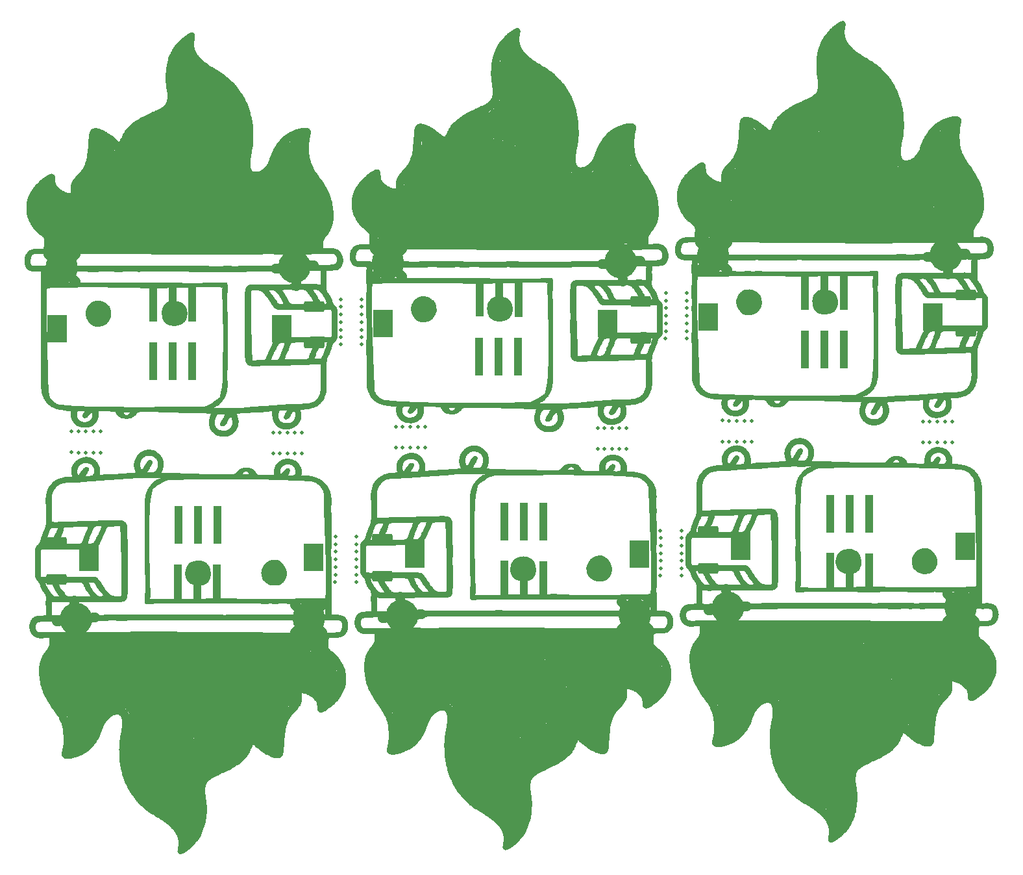
<source format=gbr>
%TF.GenerationSoftware,KiCad,Pcbnew,8.0.4*%
%TF.CreationDate,2024-08-25T22:48:33-07:00*%
%TF.ProjectId,SAOdumpsterfire-panel,53414f64-756d-4707-9374-657266697265,rev?*%
%TF.SameCoordinates,Original*%
%TF.FileFunction,Soldermask,Bot*%
%TF.FilePolarity,Negative*%
%FSLAX46Y46*%
G04 Gerber Fmt 4.6, Leading zero omitted, Abs format (unit mm)*
G04 Created by KiCad (PCBNEW 8.0.4) date 2024-08-25 22:48:33*
%MOMM*%
%LPD*%
G01*
G04 APERTURE LIST*
G04 Aperture macros list*
%AMRoundRect*
0 Rectangle with rounded corners*
0 $1 Rounding radius*
0 $2 $3 $4 $5 $6 $7 $8 $9 X,Y pos of 4 corners*
0 Add a 4 corners polygon primitive as box body*
4,1,4,$2,$3,$4,$5,$6,$7,$8,$9,$2,$3,0*
0 Add four circle primitives for the rounded corners*
1,1,$1+$1,$2,$3*
1,1,$1+$1,$4,$5*
1,1,$1+$1,$6,$7*
1,1,$1+$1,$8,$9*
0 Add four rect primitives between the rounded corners*
20,1,$1+$1,$2,$3,$4,$5,0*
20,1,$1+$1,$4,$5,$6,$7,0*
20,1,$1+$1,$6,$7,$8,$9,0*
20,1,$1+$1,$8,$9,$2,$3,0*%
%AMRotRect*
0 Rectangle, with rotation*
0 The origin of the aperture is its center*
0 $1 length*
0 $2 width*
0 $3 Rotation angle, in degrees counterclockwise*
0 Add horizontal line*
21,1,$1,$2,0,0,$3*%
G04 Aperture macros list end*
%ADD10C,1.300000*%
%ADD11C,2.151374*%
%ADD12C,2.151367*%
%ADD13C,2.151372*%
%ADD14C,2.151370*%
%ADD15C,0.000000*%
%ADD16RoundRect,0.249999X1.075001X-0.450001X1.075001X0.450001X-1.075001X0.450001X-1.075001X-0.450001X0*%
%ADD17RotRect,1.500000X3.600000X10.000000*%
%ADD18R,2.600000X3.600000*%
%ADD19R,1.500000X3.600000*%
%ADD20R,1.000000X5.000000*%
%ADD21RotRect,1.500000X3.600000X190.000000*%
%ADD22RoundRect,0.249999X-1.075001X0.450001X-1.075001X-0.450001X1.075001X-0.450001X1.075001X0.450001X0*%
%ADD23C,0.500000*%
G04 APERTURE END LIST*
D10*
X204176607Y-122371606D02*
X200623389Y-118818391D01*
D11*
X203493363Y-120577323D02*
G75*
G02*
X201341989Y-120577323I-1075687J0D01*
G01*
X201341989Y-120577323D02*
G75*
G02*
X203493363Y-120577323I1075687J0D01*
G01*
D10*
X204176604Y-118818389D02*
X200623399Y-122371609D01*
X174527938Y-120476023D02*
X169522062Y-120913982D01*
X172243983Y-123197939D02*
X171806021Y-118192061D01*
D12*
X173125585Y-120692819D02*
G75*
G02*
X170974219Y-120692819I-1075683J0D01*
G01*
X170974219Y-120692819D02*
G75*
G02*
X173125585Y-120692819I1075683J0D01*
G01*
D10*
X161676607Y-123396606D02*
X158123389Y-119843391D01*
D11*
X160993363Y-121602323D02*
G75*
G02*
X158841989Y-121602323I-1075687J0D01*
G01*
X158841989Y-121602323D02*
G75*
G02*
X160993363Y-121602323I1075687J0D01*
G01*
D10*
X161676604Y-119843389D02*
X158123399Y-123396609D01*
X132027938Y-121501023D02*
X127022062Y-121938982D01*
X129743983Y-124222939D02*
X129306021Y-119217061D01*
D12*
X130625585Y-121717819D02*
G75*
G02*
X128474219Y-121717819I-1075683J0D01*
G01*
X128474219Y-121717819D02*
G75*
G02*
X130625585Y-121717819I1075683J0D01*
G01*
D11*
X118468363Y-122027323D02*
G75*
G02*
X116316989Y-122027323I-1075687J0D01*
G01*
X116316989Y-122027323D02*
G75*
G02*
X118468363Y-122027323I1075687J0D01*
G01*
D10*
X119151604Y-120268389D02*
X115598399Y-123821609D01*
X119151607Y-123821606D02*
X115598389Y-120268391D01*
X89502938Y-121926023D02*
X84497062Y-122363982D01*
X87218983Y-124647939D02*
X86781021Y-119642061D01*
D12*
X88100585Y-122142819D02*
G75*
G02*
X85949219Y-122142819I-1075683J0D01*
G01*
X85949219Y-122142819D02*
G75*
G02*
X88100585Y-122142819I1075683J0D01*
G01*
D13*
X86233009Y-76337676D02*
G75*
G02*
X84081637Y-76337676I-1075686J0D01*
G01*
X84081637Y-76337676D02*
G75*
G02*
X86233009Y-76337676I1075686J0D01*
G01*
D10*
X83398395Y-78096606D02*
X86951604Y-74543391D01*
X83398393Y-74543394D02*
X86951607Y-78096605D01*
X113047060Y-76438979D02*
X118052937Y-76001017D01*
X115331020Y-73717060D02*
X115768979Y-78722939D01*
D14*
X116600779Y-76222179D02*
G75*
G02*
X114449409Y-76222179I-1075685J0D01*
G01*
X114449409Y-76222179D02*
G75*
G02*
X116600779Y-76222179I1075685J0D01*
G01*
D13*
X128783009Y-75712676D02*
G75*
G02*
X126631637Y-75712676I-1075686J0D01*
G01*
X126631637Y-75712676D02*
G75*
G02*
X128783009Y-75712676I1075686J0D01*
G01*
D10*
X125948395Y-77471606D02*
X129501604Y-73918391D01*
X125948393Y-73918394D02*
X129501607Y-77471605D01*
X155597060Y-75813979D02*
X160602937Y-75376017D01*
X157881020Y-73092060D02*
X158318979Y-78097939D01*
D14*
X159150779Y-75597179D02*
G75*
G02*
X156999409Y-75597179I-1075685J0D01*
G01*
X156999409Y-75597179D02*
G75*
G02*
X159150779Y-75597179I1075685J0D01*
G01*
D13*
X171208009Y-74812676D02*
G75*
G02*
X169056637Y-74812676I-1075686J0D01*
G01*
X169056637Y-74812676D02*
G75*
G02*
X171208009Y-74812676I1075686J0D01*
G01*
D10*
X168373395Y-76571606D02*
X171926604Y-73018391D01*
X168373393Y-73018394D02*
X171926607Y-76571605D01*
X198022060Y-74913979D02*
X203027937Y-74476017D01*
X200306020Y-72192060D02*
X200743979Y-77197939D01*
D14*
X201575779Y-74697179D02*
G75*
G02*
X199424409Y-74697179I-1075685J0D01*
G01*
X199424409Y-74697179D02*
G75*
G02*
X201575779Y-74697179I1075685J0D01*
G01*
D15*
G36*
X113027514Y-130349287D02*
G01*
X113052313Y-130351661D01*
X113077754Y-130356065D01*
X113103818Y-130362576D01*
X113133004Y-130379576D01*
X113159861Y-130398301D01*
X113184417Y-130418629D01*
X113206703Y-130440431D01*
X113226748Y-130463587D01*
X113244583Y-130487973D01*
X113260236Y-130513464D01*
X113273738Y-130539935D01*
X113285119Y-130567266D01*
X113294408Y-130595330D01*
X113301634Y-130624004D01*
X113306830Y-130653165D01*
X113310022Y-130682688D01*
X113311242Y-130712449D01*
X113310519Y-130742324D01*
X113307883Y-130772192D01*
X113303364Y-130801926D01*
X113296992Y-130831403D01*
X113288796Y-130860500D01*
X113278804Y-130889092D01*
X113267050Y-130917056D01*
X113253562Y-130944268D01*
X113238369Y-130970605D01*
X113221499Y-130995941D01*
X113202986Y-131020153D01*
X113182857Y-131043119D01*
X113161143Y-131064713D01*
X113137873Y-131084812D01*
X113113078Y-131103291D01*
X113086786Y-131120029D01*
X113059027Y-131134899D01*
X113029832Y-131147778D01*
X113011581Y-131153515D01*
X112993613Y-131157553D01*
X112975943Y-131159956D01*
X112958589Y-131160794D01*
X112941566Y-131160130D01*
X112924891Y-131158034D01*
X112908581Y-131154573D01*
X112892653Y-131149809D01*
X112877121Y-131143815D01*
X112862004Y-131136654D01*
X112847318Y-131128392D01*
X112833079Y-131119099D01*
X112819304Y-131108838D01*
X112806009Y-131097678D01*
X112793209Y-131085686D01*
X112780924Y-131072927D01*
X112769168Y-131059470D01*
X112757958Y-131045379D01*
X112747310Y-131030722D01*
X112737243Y-131015567D01*
X112727770Y-130999978D01*
X112718910Y-130984025D01*
X112703089Y-130951286D01*
X112689916Y-130917884D01*
X112679521Y-130884354D01*
X112672036Y-130851227D01*
X112669426Y-130834982D01*
X112667593Y-130819039D01*
X112666020Y-130795884D01*
X112665605Y-130772537D01*
X112666333Y-130749072D01*
X112668187Y-130725567D01*
X112671146Y-130702100D01*
X112675193Y-130678745D01*
X112680311Y-130655583D01*
X112686480Y-130632685D01*
X112693687Y-130610131D01*
X112701907Y-130587997D01*
X112711128Y-130566360D01*
X112721330Y-130545298D01*
X112732494Y-130524885D01*
X112744604Y-130505200D01*
X112757642Y-130486318D01*
X112771589Y-130468315D01*
X112786428Y-130451272D01*
X112802139Y-130435259D01*
X112818707Y-130420359D01*
X112836113Y-130406644D01*
X112854338Y-130394195D01*
X112873365Y-130383085D01*
X112893177Y-130373392D01*
X112913755Y-130365193D01*
X112935081Y-130358563D01*
X112957138Y-130353583D01*
X112979907Y-130350325D01*
X113003373Y-130348867D01*
X113027514Y-130349287D01*
G37*
G36*
X201895450Y-72301351D02*
G01*
X202028660Y-72306065D01*
X202161400Y-72314294D01*
X202293853Y-72324920D01*
X202558650Y-72348880D01*
X202691372Y-72359973D01*
X202824556Y-72368980D01*
X202986726Y-72374768D01*
X203147856Y-72374858D01*
X203308285Y-72370808D01*
X203468344Y-72364181D01*
X203788698Y-72349447D01*
X203949665Y-72344466D01*
X204111602Y-72343155D01*
X204262870Y-72346360D01*
X204414076Y-72347343D01*
X204489634Y-72346386D01*
X204565151Y-72344137D01*
X204640619Y-72340349D01*
X204716029Y-72334780D01*
X204871477Y-72320375D01*
X205024543Y-72308661D01*
X205175662Y-72302133D01*
X205250626Y-72301593D01*
X205325268Y-72303285D01*
X205399639Y-72307520D01*
X205473793Y-72314611D01*
X205547785Y-72324869D01*
X205621670Y-72338607D01*
X205695502Y-72356137D01*
X205769332Y-72377768D01*
X205843219Y-72403814D01*
X205917214Y-72434587D01*
X205959531Y-72452627D01*
X206000639Y-72472295D01*
X206040546Y-72493534D01*
X206079261Y-72516293D01*
X206116793Y-72540514D01*
X206153150Y-72566147D01*
X206188344Y-72593133D01*
X206222382Y-72621422D01*
X206255271Y-72650958D01*
X206287021Y-72681688D01*
X206317644Y-72713556D01*
X206347147Y-72746509D01*
X206375537Y-72780494D01*
X206402826Y-72815455D01*
X206454129Y-72888087D01*
X206501131Y-72963975D01*
X206543903Y-73042685D01*
X206582516Y-73123785D01*
X206617041Y-73206837D01*
X206647552Y-73291412D01*
X206674116Y-73377073D01*
X206696809Y-73463390D01*
X206715700Y-73549928D01*
X206730112Y-73620834D01*
X206740477Y-73691659D01*
X206746958Y-73762355D01*
X206749710Y-73832874D01*
X206748892Y-73903169D01*
X206744662Y-73973191D01*
X206737179Y-74042891D01*
X206726602Y-74112223D01*
X206713088Y-74181138D01*
X206696798Y-74249587D01*
X206677886Y-74317522D01*
X206656514Y-74384898D01*
X206632840Y-74451664D01*
X206607021Y-74517773D01*
X206579215Y-74583176D01*
X206549582Y-74647825D01*
X206521997Y-74701066D01*
X206491420Y-74752110D01*
X206457978Y-74800875D01*
X206421800Y-74847276D01*
X206383018Y-74891227D01*
X206341760Y-74932643D01*
X206298157Y-74971440D01*
X206252338Y-75007535D01*
X206204434Y-75040838D01*
X206154572Y-75071268D01*
X206102886Y-75098739D01*
X206049504Y-75123167D01*
X205994553Y-75144466D01*
X205938166Y-75162551D01*
X205880472Y-75177338D01*
X205821600Y-75188743D01*
X205669692Y-75209000D01*
X205517144Y-75225700D01*
X205364103Y-75239472D01*
X205210718Y-75250949D01*
X204596691Y-75286455D01*
X204590159Y-75650977D01*
X204589974Y-76015041D01*
X204595412Y-76378972D01*
X204605751Y-76743099D01*
X204606245Y-76883387D01*
X204602094Y-77025741D01*
X204590059Y-77313424D01*
X204587279Y-77457128D01*
X204587815Y-77528592D01*
X204590060Y-77599663D01*
X204594332Y-77670240D01*
X204600953Y-77740221D01*
X204610239Y-77809503D01*
X204622510Y-77877986D01*
X204640455Y-77919458D01*
X204660858Y-77959931D01*
X204683429Y-77999518D01*
X204707877Y-78038332D01*
X204733913Y-78076489D01*
X204761243Y-78114101D01*
X204818635Y-78188142D01*
X204936198Y-78334682D01*
X204964474Y-78371656D01*
X204991724Y-78408994D01*
X205017656Y-78446806D01*
X205041980Y-78485211D01*
X205076782Y-78539486D01*
X205108379Y-78594202D01*
X205137101Y-78649348D01*
X205163275Y-78704905D01*
X205187234Y-78760860D01*
X205209306Y-78817194D01*
X205229819Y-78873896D01*
X205249103Y-78930947D01*
X205285300Y-79046042D01*
X205320531Y-79162357D01*
X205357431Y-79279765D01*
X205377330Y-79338842D01*
X205398633Y-79398147D01*
X205411963Y-79431750D01*
X205426874Y-79464302D01*
X205443236Y-79495880D01*
X205460926Y-79526566D01*
X205479817Y-79556441D01*
X205499781Y-79585585D01*
X205542431Y-79641998D01*
X205587867Y-79696447D01*
X205635076Y-79749576D01*
X205730787Y-79854439D01*
X205777269Y-79907458D01*
X205821492Y-79961723D01*
X205862443Y-80017878D01*
X205881378Y-80046866D01*
X205899116Y-80076565D01*
X205915533Y-80107058D01*
X205930501Y-80138426D01*
X205943894Y-80170746D01*
X205955587Y-80204101D01*
X205965455Y-80238571D01*
X205973369Y-80274234D01*
X205979203Y-80311174D01*
X205982833Y-80349468D01*
X206001165Y-80592588D01*
X206010898Y-80836960D01*
X206014039Y-81082199D01*
X206012593Y-81327920D01*
X206003943Y-81819274D01*
X206000749Y-82064137D01*
X206000980Y-82307945D01*
X205998403Y-82516087D01*
X205998548Y-82724726D01*
X206000892Y-83142620D01*
X206000031Y-83351432D01*
X205995776Y-83559859D01*
X205986601Y-83767683D01*
X205970973Y-83974679D01*
X205966175Y-84010127D01*
X205959942Y-84044024D01*
X205952333Y-84076452D01*
X205943414Y-84107492D01*
X205933245Y-84137224D01*
X205921893Y-84165731D01*
X205909420Y-84193093D01*
X205895889Y-84219390D01*
X205881361Y-84244704D01*
X205865903Y-84269119D01*
X205849577Y-84292713D01*
X205832446Y-84315568D01*
X205796021Y-84359385D01*
X205757135Y-84401219D01*
X205716295Y-84441720D01*
X205674004Y-84481538D01*
X205587104Y-84561717D01*
X205543504Y-84603378D01*
X205500479Y-84646952D01*
X205458536Y-84693087D01*
X205418180Y-84742433D01*
X205400670Y-84780665D01*
X205384666Y-84819655D01*
X205369987Y-84859312D01*
X205356453Y-84899543D01*
X205332102Y-84981359D01*
X205310175Y-85064371D01*
X205267823Y-85231030D01*
X205244519Y-85313207D01*
X205231707Y-85353685D01*
X205217879Y-85393635D01*
X205154981Y-85562843D01*
X205088974Y-85730989D01*
X204951953Y-86065596D01*
X204815452Y-86400464D01*
X204750099Y-86568938D01*
X204688117Y-86738605D01*
X204664191Y-86810223D01*
X204644267Y-86883120D01*
X204627999Y-86957150D01*
X204615036Y-87032173D01*
X204605030Y-87108043D01*
X204597632Y-87184614D01*
X204592493Y-87261744D01*
X204589266Y-87339287D01*
X204587149Y-87495040D01*
X204588496Y-87650719D01*
X204590510Y-87805172D01*
X204590407Y-87957244D01*
X204590416Y-88573905D01*
X204594157Y-89190629D01*
X204603670Y-90424536D01*
X204602344Y-90585942D01*
X204592144Y-90748536D01*
X204573163Y-90911611D01*
X204545495Y-91074459D01*
X204509230Y-91236369D01*
X204464462Y-91396634D01*
X204411281Y-91554546D01*
X204349780Y-91709397D01*
X204280052Y-91860475D01*
X204202186Y-92007075D01*
X204116279Y-92148488D01*
X204022416Y-92284005D01*
X203920696Y-92412914D01*
X203811209Y-92534512D01*
X203694046Y-92648089D01*
X203569298Y-92752935D01*
X203435138Y-92844318D01*
X203297690Y-92926635D01*
X203157185Y-93000305D01*
X203013847Y-93065752D01*
X202867910Y-93123397D01*
X202719601Y-93173658D01*
X202569148Y-93216960D01*
X202416782Y-93253722D01*
X202262731Y-93284366D01*
X202107225Y-93309314D01*
X201950491Y-93328985D01*
X201792761Y-93343804D01*
X201634261Y-93354187D01*
X201475222Y-93360561D01*
X201315873Y-93363341D01*
X201156441Y-93362955D01*
X201190499Y-93516579D01*
X201221226Y-93668553D01*
X201246669Y-93819575D01*
X201256799Y-93894952D01*
X201264876Y-93970354D01*
X201270655Y-94045871D01*
X201273891Y-94121591D01*
X201274340Y-94197601D01*
X201271758Y-94273988D01*
X201265902Y-94350843D01*
X201256525Y-94428251D01*
X201243385Y-94506302D01*
X201226237Y-94585083D01*
X201198566Y-94667660D01*
X201166824Y-94748235D01*
X201131156Y-94826741D01*
X201091713Y-94903123D01*
X201048643Y-94977315D01*
X201002094Y-95049258D01*
X200952214Y-95118889D01*
X200899152Y-95186147D01*
X200843055Y-95250972D01*
X200784071Y-95313299D01*
X200722349Y-95373071D01*
X200658038Y-95430223D01*
X200591286Y-95484694D01*
X200522241Y-95536424D01*
X200451050Y-95585352D01*
X200377863Y-95631414D01*
X200302826Y-95674551D01*
X200226091Y-95714699D01*
X200147803Y-95751799D01*
X200068111Y-95785788D01*
X199987164Y-95816606D01*
X199905109Y-95844189D01*
X199822095Y-95868478D01*
X199738270Y-95889410D01*
X199653784Y-95906925D01*
X199568782Y-95920960D01*
X199483414Y-95931455D01*
X199397828Y-95938346D01*
X199312175Y-95941576D01*
X199226596Y-95941078D01*
X199141248Y-95936795D01*
X199056273Y-95928663D01*
X198963997Y-95917106D01*
X198872881Y-95900088D01*
X198783138Y-95877765D01*
X198694979Y-95850304D01*
X198608614Y-95817864D01*
X198524255Y-95780610D01*
X198442116Y-95738706D01*
X198362408Y-95692312D01*
X198285342Y-95641591D01*
X198211128Y-95586705D01*
X198139979Y-95527819D01*
X198072108Y-95465091D01*
X198007725Y-95398689D01*
X197947042Y-95328773D01*
X197890272Y-95255504D01*
X197837622Y-95179047D01*
X197790397Y-95102320D01*
X197745497Y-95024057D01*
X197702819Y-94944418D01*
X197662270Y-94863569D01*
X197623745Y-94781674D01*
X197587153Y-94698894D01*
X197552389Y-94615397D01*
X197519357Y-94531343D01*
X197506397Y-94409969D01*
X197497852Y-94289543D01*
X197492907Y-94169708D01*
X197492496Y-94146973D01*
X198291076Y-94146973D01*
X198291379Y-94199307D01*
X198294605Y-94251945D01*
X198301009Y-94304915D01*
X198310852Y-94358250D01*
X198326409Y-94416045D01*
X198345766Y-94473290D01*
X198368782Y-94529697D01*
X198395314Y-94584977D01*
X198425219Y-94638841D01*
X198458358Y-94691003D01*
X198494586Y-94741173D01*
X198533762Y-94789063D01*
X198575742Y-94834385D01*
X198620387Y-94876850D01*
X198667553Y-94916171D01*
X198717098Y-94952059D01*
X198742717Y-94968623D01*
X198768880Y-94984225D01*
X198795566Y-94998821D01*
X198822757Y-95012380D01*
X198850437Y-95024865D01*
X198878587Y-95036238D01*
X198907191Y-95046466D01*
X198936229Y-95055510D01*
X199004522Y-95074304D01*
X199074193Y-95090072D01*
X199144994Y-95102750D01*
X199216682Y-95112273D01*
X199289012Y-95118580D01*
X199361741Y-95121602D01*
X199434623Y-95121277D01*
X199507414Y-95117541D01*
X199579870Y-95110329D01*
X199651748Y-95099576D01*
X199722802Y-95085218D01*
X199792786Y-95067190D01*
X199861458Y-95045429D01*
X199928573Y-95019869D01*
X199993888Y-94990447D01*
X200057156Y-94957097D01*
X200094296Y-94934005D01*
X200128865Y-94908797D01*
X200161012Y-94881615D01*
X200190883Y-94852598D01*
X200218624Y-94821888D01*
X200244380Y-94789627D01*
X200268299Y-94755953D01*
X200290526Y-94721010D01*
X200311206Y-94684940D01*
X200330488Y-94647881D01*
X200348517Y-94609975D01*
X200365438Y-94571365D01*
X200381398Y-94532189D01*
X200396544Y-94492591D01*
X200424976Y-94412688D01*
X200447067Y-94338578D01*
X200467066Y-94261361D01*
X200475934Y-94221882D01*
X200483859Y-94181984D01*
X200490707Y-94141781D01*
X200496335Y-94101395D01*
X200500607Y-94060944D01*
X200503379Y-94020546D01*
X200504518Y-93980320D01*
X200503882Y-93940384D01*
X200501331Y-93900858D01*
X200496727Y-93861859D01*
X200489930Y-93823506D01*
X200480802Y-93785918D01*
X200471776Y-93767603D01*
X200462016Y-93749551D01*
X200451590Y-93731752D01*
X200440564Y-93714191D01*
X200429006Y-93696855D01*
X200416983Y-93679731D01*
X200404564Y-93662804D01*
X200391816Y-93646065D01*
X200365602Y-93613084D01*
X200338881Y-93580683D01*
X200286078Y-93517201D01*
X199949223Y-94082810D01*
X199903017Y-94153241D01*
X199855134Y-94221863D01*
X199805342Y-94288151D01*
X199753415Y-94351582D01*
X199699118Y-94411632D01*
X199642223Y-94467774D01*
X199582501Y-94519484D01*
X199551508Y-94543515D01*
X199519722Y-94566241D01*
X199499923Y-94579802D01*
X199479206Y-94591835D01*
X199457677Y-94602355D01*
X199435445Y-94611374D01*
X199412617Y-94618908D01*
X199389302Y-94624969D01*
X199365606Y-94629573D01*
X199341640Y-94632731D01*
X199317508Y-94634459D01*
X199293319Y-94634772D01*
X199269180Y-94633682D01*
X199245201Y-94631201D01*
X199221488Y-94627350D01*
X199198149Y-94622135D01*
X199175293Y-94615574D01*
X199153026Y-94607680D01*
X199131454Y-94598467D01*
X199110690Y-94587950D01*
X199090838Y-94576141D01*
X199072005Y-94563056D01*
X199054302Y-94548706D01*
X199037835Y-94533108D01*
X199022709Y-94516275D01*
X199009037Y-94498220D01*
X198996924Y-94478959D01*
X198986477Y-94458502D01*
X198977805Y-94436867D01*
X198971015Y-94414066D01*
X198966216Y-94390113D01*
X198963514Y-94365023D01*
X198963018Y-94338807D01*
X198964835Y-94311483D01*
X198984474Y-94256114D01*
X199006317Y-94201454D01*
X199030113Y-94147424D01*
X199055616Y-94093949D01*
X199082574Y-94040954D01*
X199110738Y-93988360D01*
X199169690Y-93884071D01*
X199291088Y-93676939D01*
X199349549Y-93572870D01*
X199377345Y-93520442D01*
X199403852Y-93467648D01*
X199279498Y-93462391D01*
X199155985Y-93461192D01*
X199033108Y-93463918D01*
X198910665Y-93470440D01*
X198788451Y-93480626D01*
X198666258Y-93494345D01*
X198543886Y-93511468D01*
X198421130Y-93531861D01*
X198362769Y-93735675D01*
X198336112Y-93837686D01*
X198324321Y-93888820D01*
X198313899Y-93940080D01*
X198305106Y-93991496D01*
X198298197Y-94043097D01*
X198293435Y-94094912D01*
X198291076Y-94146973D01*
X197492496Y-94146973D01*
X197490743Y-94050099D01*
X197491484Y-93810129D01*
X197493539Y-93566756D01*
X196668984Y-93658278D01*
X196464913Y-93676925D01*
X196260081Y-93691311D01*
X196053693Y-93700150D01*
X195844957Y-93702161D01*
X195661839Y-93703709D01*
X195479319Y-93711399D01*
X195297207Y-93723521D01*
X195115317Y-93738369D01*
X194751450Y-93769396D01*
X194569095Y-93782160D01*
X194386211Y-93790809D01*
X194193070Y-93804813D01*
X194000435Y-93816488D01*
X193616363Y-93839225D01*
X193424758Y-93853478D01*
X193233335Y-93871780D01*
X193042008Y-93895725D01*
X192850696Y-93926911D01*
X192951990Y-94188555D01*
X193001360Y-94319804D01*
X193024952Y-94385678D01*
X193047523Y-94451772D01*
X193068215Y-94544687D01*
X193083893Y-94638263D01*
X193094647Y-94732307D01*
X193100567Y-94826635D01*
X193101744Y-94921057D01*
X193098266Y-95015388D01*
X193090225Y-95109437D01*
X193077708Y-95203019D01*
X193060809Y-95295943D01*
X193039615Y-95388023D01*
X193014217Y-95479071D01*
X192984706Y-95568900D01*
X192951168Y-95657321D01*
X192913698Y-95744145D01*
X192872384Y-95829187D01*
X192827314Y-95912256D01*
X192778582Y-95993167D01*
X192726274Y-96071731D01*
X192670481Y-96147759D01*
X192611296Y-96221063D01*
X192548804Y-96291459D01*
X192483099Y-96358754D01*
X192414268Y-96422764D01*
X192342405Y-96483298D01*
X192267596Y-96540172D01*
X192189932Y-96593194D01*
X192109505Y-96642179D01*
X192026403Y-96686938D01*
X191940716Y-96727283D01*
X191852534Y-96763027D01*
X191761947Y-96793980D01*
X191669046Y-96819956D01*
X191580202Y-96839257D01*
X191489281Y-96855670D01*
X191396664Y-96868986D01*
X191302727Y-96878999D01*
X191207849Y-96885504D01*
X191112409Y-96888295D01*
X191016786Y-96887162D01*
X190921355Y-96881900D01*
X190826499Y-96872305D01*
X190732592Y-96858168D01*
X190640016Y-96839283D01*
X190549145Y-96815443D01*
X190460361Y-96786441D01*
X190374041Y-96752073D01*
X190290563Y-96712131D01*
X190210307Y-96666407D01*
X190124224Y-96613750D01*
X190040703Y-96557627D01*
X189959963Y-96498090D01*
X189882223Y-96435194D01*
X189807707Y-96368990D01*
X189736633Y-96299527D01*
X189669224Y-96226863D01*
X189605700Y-96151045D01*
X189546282Y-96072129D01*
X189491192Y-95990164D01*
X189440648Y-95905204D01*
X189394873Y-95817300D01*
X189354087Y-95726505D01*
X189318512Y-95632870D01*
X189288368Y-95536449D01*
X189263876Y-95437294D01*
X189247396Y-95363966D01*
X189234500Y-95290818D01*
X189225050Y-95217843D01*
X189218900Y-95145043D01*
X189215906Y-95072416D01*
X189215924Y-95009323D01*
X189992577Y-95009323D01*
X189994196Y-95075336D01*
X189998387Y-95141256D01*
X190005114Y-95206965D01*
X190009734Y-95243749D01*
X190015979Y-95280267D01*
X190023806Y-95316475D01*
X190033175Y-95352327D01*
X190044046Y-95387783D01*
X190056377Y-95422800D01*
X190070130Y-95457334D01*
X190085260Y-95491342D01*
X190101729Y-95524782D01*
X190119493Y-95557611D01*
X190158757Y-95621262D01*
X190202719Y-95681952D01*
X190251058Y-95739338D01*
X190303443Y-95793075D01*
X190359553Y-95842821D01*
X190419060Y-95888234D01*
X190481636Y-95928965D01*
X190513973Y-95947470D01*
X190546955Y-95964677D01*
X190580543Y-95980542D01*
X190614694Y-95995023D01*
X190649367Y-96008076D01*
X190684523Y-96019658D01*
X190720122Y-96029728D01*
X190756119Y-96038242D01*
X190817090Y-96051689D01*
X190878009Y-96063631D01*
X190938844Y-96073874D01*
X190999564Y-96082223D01*
X191060130Y-96088482D01*
X191120513Y-96092456D01*
X191180677Y-96093949D01*
X191240588Y-96092768D01*
X191300213Y-96088716D01*
X191359518Y-96081595D01*
X191418467Y-96071216D01*
X191477032Y-96057379D01*
X191535173Y-96039890D01*
X191592859Y-96018554D01*
X191650058Y-95993174D01*
X191706733Y-95963557D01*
X191770869Y-95926441D01*
X191831572Y-95885141D01*
X191888759Y-95839910D01*
X191942351Y-95790997D01*
X191992265Y-95738652D01*
X192038422Y-95683128D01*
X192080742Y-95624673D01*
X192119143Y-95563538D01*
X192153544Y-95499974D01*
X192183864Y-95434232D01*
X192210023Y-95366561D01*
X192231941Y-95297210D01*
X192249536Y-95226435D01*
X192262727Y-95154481D01*
X192271434Y-95081602D01*
X192275576Y-95008046D01*
X192276997Y-94955328D01*
X192276112Y-94903394D01*
X192273050Y-94852171D01*
X192267945Y-94801595D01*
X192260924Y-94751594D01*
X192252120Y-94702102D01*
X192241665Y-94653048D01*
X192229688Y-94604365D01*
X192216320Y-94555986D01*
X192201693Y-94507840D01*
X192169181Y-94411979D01*
X192133201Y-94316230D01*
X192094801Y-94220048D01*
X192040825Y-94291746D01*
X191989564Y-94365756D01*
X191940565Y-94441673D01*
X191893366Y-94519094D01*
X191802548Y-94676831D01*
X191713455Y-94835741D01*
X191622433Y-94992586D01*
X191575055Y-95069227D01*
X191525823Y-95144141D01*
X191474281Y-95216924D01*
X191419971Y-95287172D01*
X191362435Y-95354483D01*
X191301219Y-95418451D01*
X191286758Y-95433186D01*
X191270805Y-95447015D01*
X191253481Y-95459916D01*
X191234906Y-95471866D01*
X191215197Y-95482843D01*
X191194478Y-95492823D01*
X191172868Y-95501786D01*
X191150484Y-95509707D01*
X191127448Y-95516567D01*
X191103878Y-95522339D01*
X191079898Y-95527004D01*
X191055623Y-95530538D01*
X191031178Y-95532919D01*
X191006678Y-95534123D01*
X190982246Y-95534131D01*
X190958000Y-95532916D01*
X190934061Y-95530458D01*
X190910549Y-95526735D01*
X190887583Y-95521724D01*
X190865285Y-95515402D01*
X190843771Y-95507746D01*
X190823163Y-95498735D01*
X190803582Y-95488346D01*
X190785148Y-95476556D01*
X190767978Y-95463343D01*
X190752193Y-95448684D01*
X190737915Y-95432557D01*
X190725262Y-95414939D01*
X190714354Y-95395807D01*
X190705313Y-95375142D01*
X190698255Y-95352916D01*
X190693302Y-95329110D01*
X190690355Y-95311757D01*
X190688298Y-95294255D01*
X190687095Y-95276620D01*
X190686711Y-95258868D01*
X190687111Y-95241015D01*
X190688261Y-95223075D01*
X190692668Y-95186998D01*
X190699651Y-95150763D01*
X190708930Y-95114491D01*
X190720226Y-95078308D01*
X190733258Y-95042335D01*
X190747747Y-95006699D01*
X190763411Y-94971521D01*
X190779969Y-94936927D01*
X190797144Y-94903038D01*
X190832218Y-94837876D01*
X190866391Y-94777023D01*
X190984118Y-94580787D01*
X191041800Y-94482105D01*
X191098377Y-94382850D01*
X191153613Y-94282876D01*
X191207269Y-94182034D01*
X191259111Y-94080178D01*
X191308897Y-93977159D01*
X191104244Y-93966187D01*
X191000339Y-93961185D01*
X190896057Y-93957965D01*
X190791906Y-93957624D01*
X190740037Y-93958876D01*
X190688392Y-93961259D01*
X190637032Y-93964908D01*
X190586023Y-93969963D01*
X190535427Y-93976560D01*
X190485307Y-93984835D01*
X190473627Y-93987062D01*
X190462270Y-93989680D01*
X190451222Y-93992675D01*
X190440476Y-93996040D01*
X190430021Y-93999762D01*
X190419847Y-94003830D01*
X190409942Y-94008233D01*
X190400299Y-94012961D01*
X190390906Y-94018004D01*
X190381754Y-94023348D01*
X190364128Y-94034905D01*
X190347345Y-94047544D01*
X190331321Y-94061177D01*
X190315975Y-94075717D01*
X190301226Y-94091077D01*
X190286995Y-94107173D01*
X190273202Y-94123916D01*
X190259763Y-94141219D01*
X190246599Y-94158996D01*
X190220773Y-94195621D01*
X190185909Y-94252251D01*
X190154052Y-94310302D01*
X190125170Y-94369659D01*
X190099231Y-94430202D01*
X190076199Y-94491818D01*
X190056042Y-94554387D01*
X190038725Y-94617796D01*
X190024213Y-94681925D01*
X190012475Y-94746660D01*
X190003476Y-94811885D01*
X189997182Y-94877481D01*
X189993560Y-94943332D01*
X189992577Y-95009323D01*
X189215924Y-95009323D01*
X189215926Y-94999959D01*
X189218818Y-94927668D01*
X189224438Y-94855543D01*
X189232640Y-94783582D01*
X189243286Y-94711782D01*
X189256230Y-94640143D01*
X189271329Y-94568661D01*
X189288441Y-94497334D01*
X189307422Y-94426161D01*
X189328127Y-94355140D01*
X189350417Y-94284267D01*
X189381251Y-94186496D01*
X189412803Y-94088922D01*
X189476753Y-93894105D01*
X189369680Y-93881054D01*
X189262799Y-93870516D01*
X189049458Y-93855900D01*
X188836428Y-93848107D01*
X188623408Y-93844983D01*
X188196181Y-93844142D01*
X187981368Y-93842123D01*
X187765354Y-93836169D01*
X186145387Y-93778936D01*
X185883245Y-93780234D01*
X185621302Y-93779372D01*
X185490383Y-93777376D01*
X185359491Y-93773931D01*
X185228613Y-93768736D01*
X185097744Y-93761487D01*
X184772897Y-93740536D01*
X184447995Y-93726972D01*
X183798051Y-93713068D01*
X183147975Y-93701912D01*
X182822910Y-93691782D01*
X182497835Y-93675639D01*
X181977724Y-93675859D01*
X181457875Y-93680002D01*
X180938026Y-93682314D01*
X180417916Y-93677037D01*
X180364096Y-93678488D01*
X180308388Y-93679349D01*
X180251585Y-93680669D01*
X180194478Y-93683493D01*
X180166060Y-93685797D01*
X180137864Y-93688869D01*
X180109988Y-93692842D01*
X180082532Y-93697844D01*
X180055597Y-93704008D01*
X180029279Y-93711465D01*
X180003680Y-93720345D01*
X179978897Y-93730778D01*
X179932574Y-93764695D01*
X179887909Y-93801028D01*
X179844630Y-93839414D01*
X179802466Y-93879490D01*
X179761144Y-93920890D01*
X179720393Y-93963251D01*
X179639514Y-94049401D01*
X179557654Y-94135024D01*
X179515676Y-94176732D01*
X179472637Y-94217214D01*
X179428264Y-94256112D01*
X179382285Y-94293057D01*
X179334431Y-94327689D01*
X179284426Y-94359640D01*
X179233960Y-94388524D01*
X179182351Y-94414302D01*
X179129696Y-94437136D01*
X179076095Y-94457191D01*
X179021648Y-94474635D01*
X178966453Y-94489629D01*
X178910611Y-94502340D01*
X178854219Y-94512931D01*
X178797377Y-94521567D01*
X178740184Y-94528413D01*
X178682741Y-94533633D01*
X178625146Y-94537393D01*
X178509894Y-94541188D01*
X178395223Y-94541112D01*
X178278399Y-94535681D01*
X178219721Y-94531219D01*
X178161036Y-94525398D01*
X178102473Y-94518066D01*
X178044162Y-94509079D01*
X177986233Y-94498285D01*
X177928810Y-94485538D01*
X177872028Y-94470688D01*
X177816011Y-94453588D01*
X177760890Y-94434089D01*
X177706792Y-94412044D01*
X177653848Y-94387303D01*
X177602186Y-94359720D01*
X177551935Y-94329144D01*
X177503223Y-94295429D01*
X177463477Y-94264444D01*
X177425559Y-94231299D01*
X177389348Y-94196185D01*
X177354724Y-94159295D01*
X177321568Y-94120821D01*
X177289760Y-94080958D01*
X177259182Y-94039898D01*
X177229711Y-93997836D01*
X177201233Y-93954964D01*
X177173623Y-93911475D01*
X177120537Y-93823423D01*
X177063043Y-93723799D01*
X178105571Y-93723799D01*
X178106749Y-93724144D01*
X178107830Y-93724546D01*
X178108817Y-93725002D01*
X178109715Y-93725512D01*
X178110529Y-93726074D01*
X178111263Y-93726682D01*
X178111922Y-93727338D01*
X178112511Y-93728036D01*
X178113033Y-93728777D01*
X178113494Y-93729555D01*
X178113898Y-93730371D01*
X178114253Y-93731221D01*
X178114557Y-93732103D01*
X178114820Y-93733013D01*
X178115237Y-93734915D01*
X178115540Y-93736905D01*
X178115766Y-93738968D01*
X178116133Y-93743232D01*
X178116348Y-93745395D01*
X178116636Y-93747556D01*
X178117033Y-93749692D01*
X178117574Y-93751787D01*
X178118580Y-93754941D01*
X178119684Y-93758118D01*
X178122157Y-93764570D01*
X178124944Y-93771182D01*
X178128001Y-93777987D01*
X178141931Y-93807907D01*
X178151530Y-93828215D01*
X178156794Y-93838562D01*
X178162366Y-93849002D01*
X178168247Y-93859505D01*
X178174436Y-93870046D01*
X178180933Y-93880596D01*
X178187736Y-93891126D01*
X178194844Y-93901610D01*
X178202258Y-93912020D01*
X178209976Y-93922327D01*
X178217998Y-93932504D01*
X178226323Y-93942526D01*
X178234951Y-93952362D01*
X178243881Y-93961983D01*
X178253113Y-93971364D01*
X178264896Y-93982357D01*
X178277162Y-93992592D01*
X178289883Y-94002071D01*
X178303027Y-94010795D01*
X178316565Y-94018771D01*
X178330467Y-94025995D01*
X178344704Y-94032476D01*
X178359245Y-94038213D01*
X178374061Y-94043208D01*
X178389121Y-94047466D01*
X178404399Y-94050986D01*
X178419860Y-94053773D01*
X178435477Y-94055829D01*
X178451219Y-94057156D01*
X178467057Y-94057757D01*
X178482959Y-94057634D01*
X178492719Y-94057085D01*
X178503746Y-94056003D01*
X178515830Y-94054371D01*
X178528761Y-94052172D01*
X178542326Y-94049392D01*
X178556316Y-94046012D01*
X178570519Y-94042017D01*
X178577634Y-94039783D01*
X178584724Y-94037388D01*
X178594073Y-94033968D01*
X178603399Y-94030308D01*
X178612688Y-94026420D01*
X178621921Y-94022319D01*
X178631087Y-94018013D01*
X178640168Y-94013521D01*
X178649148Y-94008850D01*
X178658016Y-94004013D01*
X178666752Y-93999025D01*
X178675343Y-93993898D01*
X178683772Y-93988643D01*
X178692027Y-93983273D01*
X178700090Y-93977803D01*
X178707948Y-93972240D01*
X178715584Y-93966602D01*
X178722981Y-93960898D01*
X178735211Y-93950995D01*
X178747681Y-93940449D01*
X178760266Y-93929328D01*
X178772844Y-93917710D01*
X178785287Y-93905666D01*
X178797471Y-93893270D01*
X178809271Y-93880596D01*
X178820563Y-93867718D01*
X178825726Y-93861556D01*
X178830818Y-93855334D01*
X178835782Y-93849086D01*
X178840556Y-93842835D01*
X178845081Y-93836611D01*
X178849299Y-93830440D01*
X178851274Y-93827383D01*
X178853150Y-93824350D01*
X178854920Y-93821344D01*
X178856575Y-93818370D01*
X178862118Y-93808327D01*
X178867674Y-93798538D01*
X178878359Y-93779948D01*
X178883255Y-93771255D01*
X178887698Y-93763032D01*
X178891568Y-93755338D01*
X178893253Y-93751705D01*
X178894752Y-93748224D01*
X178895745Y-93745855D01*
X178896695Y-93743700D01*
X178897615Y-93741732D01*
X178898520Y-93739922D01*
X178899425Y-93738243D01*
X178899882Y-93737443D01*
X178900346Y-93736667D01*
X178900815Y-93735908D01*
X178901294Y-93735167D01*
X178902287Y-93733713D01*
X178902610Y-93733270D01*
X178902943Y-93732785D01*
X178903630Y-93731706D01*
X178904325Y-93730526D01*
X178905003Y-93729288D01*
X178905638Y-93728041D01*
X178906205Y-93726830D01*
X178906455Y-93726253D01*
X178906679Y-93725703D01*
X178906874Y-93725184D01*
X178907036Y-93724704D01*
X178907074Y-93724565D01*
X178907101Y-93724434D01*
X178907117Y-93724313D01*
X178907121Y-93724197D01*
X178907117Y-93724089D01*
X178907105Y-93723989D01*
X178907087Y-93723894D01*
X178907064Y-93723807D01*
X178907008Y-93723646D01*
X178906945Y-93723505D01*
X178906888Y-93723380D01*
X178906845Y-93723266D01*
X178906831Y-93723214D01*
X178906826Y-93723163D01*
X178906830Y-93723112D01*
X178906843Y-93723065D01*
X178906867Y-93723016D01*
X178906903Y-93722969D01*
X178906953Y-93722919D01*
X178907018Y-93722871D01*
X178907099Y-93722820D01*
X178907197Y-93722768D01*
X178907315Y-93722715D01*
X178907452Y-93722659D01*
X178907791Y-93722537D01*
X178908226Y-93722402D01*
X178858084Y-93718006D01*
X178808344Y-93714240D01*
X178758885Y-93711098D01*
X178709586Y-93708573D01*
X178660326Y-93706660D01*
X178610985Y-93705352D01*
X178561441Y-93704647D01*
X178511573Y-93704536D01*
X178461325Y-93704982D01*
X178410730Y-93706004D01*
X178359891Y-93707594D01*
X178308908Y-93709744D01*
X178257886Y-93712447D01*
X178206921Y-93715697D01*
X178156115Y-93719483D01*
X178105571Y-93723799D01*
X177063043Y-93723799D01*
X177019541Y-93648420D01*
X176802825Y-93625214D01*
X176694464Y-93614655D01*
X176586106Y-93605143D01*
X176157961Y-93581512D01*
X175943353Y-93572399D01*
X175728572Y-93565798D01*
X175513759Y-93562240D01*
X175299054Y-93562256D01*
X175084593Y-93566376D01*
X174870518Y-93575135D01*
X174866171Y-93630855D01*
X174862445Y-93686525D01*
X174856207Y-93797784D01*
X174850492Y-93909042D01*
X174843993Y-94020430D01*
X174831801Y-94143812D01*
X174815803Y-94265198D01*
X174805967Y-94325091D01*
X174794686Y-94384425D01*
X174781797Y-94443177D01*
X174767132Y-94501328D01*
X174750530Y-94558858D01*
X174731825Y-94615745D01*
X174710852Y-94671970D01*
X174687446Y-94727511D01*
X174661444Y-94782349D01*
X174632679Y-94836464D01*
X174600989Y-94889835D01*
X174566210Y-94942440D01*
X174498600Y-95031961D01*
X174425559Y-95117138D01*
X174347430Y-95197717D01*
X174264559Y-95273447D01*
X174177286Y-95344074D01*
X174085957Y-95409343D01*
X173990913Y-95469001D01*
X173892502Y-95522795D01*
X173791062Y-95570469D01*
X173686941Y-95611773D01*
X173580479Y-95646452D01*
X173472023Y-95674253D01*
X173361915Y-95694919D01*
X173306348Y-95702498D01*
X173250496Y-95708201D01*
X173194405Y-95711992D01*
X173138114Y-95713844D01*
X173081669Y-95713720D01*
X173025111Y-95711591D01*
X172884968Y-95700587D01*
X172813950Y-95692755D01*
X172742578Y-95683227D01*
X172671063Y-95671896D01*
X172599613Y-95658652D01*
X172528440Y-95643392D01*
X172457753Y-95626005D01*
X172387761Y-95606386D01*
X172318674Y-95584427D01*
X172250702Y-95560020D01*
X172184052Y-95533058D01*
X172118938Y-95503432D01*
X172055566Y-95471037D01*
X171994147Y-95435767D01*
X171934892Y-95397509D01*
X171885460Y-95357977D01*
X171837624Y-95316199D01*
X171791310Y-95272360D01*
X171746443Y-95226651D01*
X171702949Y-95179261D01*
X171660757Y-95130380D01*
X171619791Y-95080197D01*
X171579978Y-95028900D01*
X171541245Y-94976677D01*
X171503519Y-94923720D01*
X171430789Y-94816358D01*
X171361200Y-94708325D01*
X171294164Y-94601134D01*
X171269957Y-94505936D01*
X171249701Y-94410778D01*
X171233421Y-94315505D01*
X171221140Y-94219962D01*
X171216507Y-94172041D01*
X171212884Y-94123995D01*
X171210273Y-94075803D01*
X171208675Y-94027445D01*
X171208098Y-93978906D01*
X171208407Y-93945054D01*
X172009571Y-93945054D01*
X172011894Y-94008540D01*
X172017099Y-94072132D01*
X172025278Y-94135533D01*
X172036533Y-94198457D01*
X172050962Y-94260612D01*
X172068663Y-94321708D01*
X172089731Y-94381454D01*
X172114271Y-94439561D01*
X172142376Y-94495736D01*
X172157795Y-94523009D01*
X172174143Y-94549691D01*
X172191432Y-94575745D01*
X172209675Y-94601136D01*
X172228882Y-94625825D01*
X172249066Y-94649777D01*
X172270241Y-94672958D01*
X172292416Y-94695329D01*
X172315607Y-94716855D01*
X172339823Y-94737497D01*
X172365080Y-94757223D01*
X172391386Y-94775994D01*
X172418756Y-94793774D01*
X172447201Y-94810527D01*
X172488366Y-94834561D01*
X172530414Y-94856552D01*
X172573266Y-94876507D01*
X172616849Y-94894443D01*
X172661088Y-94910369D01*
X172705905Y-94924299D01*
X172751227Y-94936244D01*
X172796976Y-94946215D01*
X172843078Y-94954226D01*
X172889457Y-94960287D01*
X172936039Y-94964412D01*
X172982745Y-94966610D01*
X173029504Y-94966898D01*
X173076236Y-94965284D01*
X173169325Y-94956401D01*
X173261410Y-94940058D01*
X173351882Y-94916352D01*
X173396327Y-94901769D01*
X173440141Y-94885379D01*
X173483251Y-94867198D01*
X173525581Y-94847235D01*
X173567054Y-94825504D01*
X173607597Y-94802015D01*
X173647133Y-94776782D01*
X173685585Y-94749817D01*
X173722882Y-94721131D01*
X173758943Y-94690736D01*
X173793697Y-94658644D01*
X173827065Y-94624868D01*
X173847236Y-94601308D01*
X173865778Y-94576854D01*
X173882758Y-94551557D01*
X173898235Y-94525464D01*
X173912274Y-94498623D01*
X173924934Y-94471082D01*
X173946374Y-94414095D01*
X173963053Y-94354885D01*
X173975470Y-94293842D01*
X173984124Y-94231346D01*
X173989515Y-94167788D01*
X173992142Y-94103552D01*
X173992504Y-94039020D01*
X173988424Y-93910623D01*
X173975030Y-93667264D01*
X173927302Y-93713804D01*
X173880543Y-93762575D01*
X173834533Y-93813138D01*
X173789047Y-93865058D01*
X173607906Y-94077576D01*
X173561705Y-94129731D01*
X173514691Y-94180626D01*
X173466643Y-94229820D01*
X173417338Y-94276878D01*
X173366552Y-94321364D01*
X173314063Y-94362840D01*
X173259648Y-94400871D01*
X173231648Y-94418459D01*
X173203083Y-94435021D01*
X173182980Y-94444297D01*
X173162624Y-94452247D01*
X173142074Y-94458889D01*
X173121383Y-94464242D01*
X173100612Y-94468326D01*
X173079819Y-94471159D01*
X173059059Y-94472759D01*
X173038390Y-94473148D01*
X173017871Y-94472341D01*
X172997559Y-94470359D01*
X172977511Y-94467221D01*
X172957784Y-94462945D01*
X172938438Y-94457551D01*
X172919528Y-94451058D01*
X172901113Y-94443483D01*
X172883247Y-94434847D01*
X172865994Y-94425168D01*
X172849405Y-94414465D01*
X172833543Y-94402756D01*
X172818460Y-94390062D01*
X172804218Y-94376402D01*
X172790874Y-94361791D01*
X172778483Y-94346252D01*
X172767105Y-94329804D01*
X172756795Y-94312463D01*
X172747612Y-94294249D01*
X172739615Y-94275181D01*
X172732859Y-94255279D01*
X172727404Y-94234562D01*
X172723304Y-94213047D01*
X172720620Y-94190753D01*
X172719408Y-94167701D01*
X172728379Y-94126732D01*
X172739461Y-94086015D01*
X172752461Y-94045556D01*
X172767182Y-94005361D01*
X172783426Y-93965434D01*
X172801003Y-93925784D01*
X172819714Y-93886417D01*
X172839365Y-93847338D01*
X172880703Y-93770068D01*
X172923459Y-93694027D01*
X172966067Y-93619261D01*
X173006965Y-93545822D01*
X172810870Y-93535831D01*
X172709825Y-93531294D01*
X172608167Y-93529244D01*
X172557433Y-93529662D01*
X172506934Y-93531315D01*
X172456802Y-93534409D01*
X172407165Y-93539147D01*
X172358155Y-93545731D01*
X172309900Y-93554370D01*
X172262531Y-93565266D01*
X172216178Y-93578624D01*
X172202087Y-93584046D01*
X172188598Y-93590094D01*
X172175701Y-93596738D01*
X172163385Y-93603960D01*
X172151637Y-93611733D01*
X172140449Y-93620036D01*
X172129809Y-93628845D01*
X172119703Y-93638135D01*
X172110124Y-93647887D01*
X172101060Y-93658073D01*
X172092500Y-93668671D01*
X172084431Y-93679658D01*
X172069727Y-93702705D01*
X172056863Y-93727028D01*
X172045747Y-93752438D01*
X172036295Y-93778749D01*
X172028419Y-93805774D01*
X172022028Y-93833325D01*
X172017035Y-93861216D01*
X172013355Y-93889259D01*
X172010895Y-93917267D01*
X172009571Y-93945054D01*
X171208407Y-93945054D01*
X171208542Y-93930161D01*
X171210010Y-93881192D01*
X171212506Y-93831983D01*
X171219885Y-93758173D01*
X171228117Y-93684364D01*
X171245310Y-93536748D01*
X171025776Y-93530681D01*
X170808732Y-93523309D01*
X170700529Y-93517334D01*
X170592213Y-93508871D01*
X170483535Y-93497203D01*
X170374253Y-93481609D01*
X170011912Y-93424058D01*
X169834435Y-93393774D01*
X169658929Y-93359376D01*
X169571801Y-93339906D01*
X169485026Y-93318532D01*
X169398560Y-93294966D01*
X169312357Y-93268913D01*
X169226373Y-93240084D01*
X169140558Y-93208187D01*
X169054869Y-93172930D01*
X168969258Y-93134021D01*
X168863007Y-93083294D01*
X168759500Y-93027552D01*
X168658877Y-92966986D01*
X168561276Y-92901786D01*
X168466841Y-92832142D01*
X168375713Y-92758240D01*
X168288032Y-92680272D01*
X168203940Y-92598424D01*
X168123579Y-92512888D01*
X168047087Y-92423853D01*
X167974609Y-92331507D01*
X167906282Y-92236040D01*
X167842250Y-92137640D01*
X167782653Y-92036498D01*
X167727632Y-91932802D01*
X167677328Y-91826739D01*
X167563715Y-91565179D01*
X167511430Y-91435314D01*
X167487055Y-91370153D01*
X167464103Y-91304665D01*
X167442753Y-91238718D01*
X167423188Y-91172185D01*
X167405590Y-91104928D01*
X167390142Y-91036823D01*
X167377024Y-90967735D01*
X167366420Y-90897535D01*
X167358511Y-90826093D01*
X167353480Y-90753276D01*
X167344968Y-90517563D01*
X167341528Y-90281597D01*
X167344229Y-89809197D01*
X167350335Y-89336665D01*
X167351147Y-89100534D01*
X167348589Y-88864590D01*
X167343697Y-88591370D01*
X167342306Y-88318196D01*
X167344925Y-87771934D01*
X167346234Y-87225671D01*
X167343209Y-86952498D01*
X167336026Y-86679276D01*
X167336295Y-86507003D01*
X167332932Y-86335082D01*
X167321721Y-85991872D01*
X167317080Y-85820370D01*
X167315219Y-85648793D01*
X167317743Y-85477036D01*
X167326253Y-85304992D01*
X167342036Y-84362744D01*
X167348330Y-83420497D01*
X167343238Y-82478249D01*
X167324860Y-81536001D01*
X167332670Y-81150499D01*
X167334086Y-80765463D01*
X167326955Y-79996038D01*
X167325140Y-79718634D01*
X168049095Y-79718634D01*
X168068173Y-81918455D01*
X168121895Y-84444250D01*
X168281331Y-89224175D01*
X168361074Y-90853504D01*
X168423519Y-91559211D01*
X168459067Y-91621984D01*
X168538091Y-91751864D01*
X168594088Y-91835215D01*
X168661175Y-91927240D01*
X168739424Y-92025235D01*
X168828906Y-92126500D01*
X168929695Y-92228331D01*
X169041868Y-92328030D01*
X169165492Y-92422892D01*
X169231623Y-92467664D01*
X169300645Y-92510217D01*
X169372566Y-92550209D01*
X169447397Y-92587304D01*
X169525145Y-92621163D01*
X169605821Y-92651450D01*
X169689435Y-92677825D01*
X169775995Y-92699953D01*
X169865508Y-92717496D01*
X169957986Y-92730114D01*
X171813309Y-92869492D01*
X174137438Y-92959101D01*
X176762281Y-93007733D01*
X179519752Y-93024179D01*
X184760220Y-92995687D01*
X188514128Y-92943967D01*
X188571027Y-92940220D01*
X188631896Y-92930929D01*
X188696369Y-92916459D01*
X188764071Y-92897178D01*
X188834630Y-92873459D01*
X188907675Y-92845664D01*
X189059735Y-92779328D01*
X189217279Y-92701117D01*
X189377330Y-92613976D01*
X189536915Y-92520850D01*
X189693059Y-92424683D01*
X189842788Y-92328421D01*
X189983129Y-92235012D01*
X190223745Y-92068520D01*
X190461442Y-91899327D01*
X190558241Y-91814166D01*
X190644735Y-91656641D01*
X190788852Y-91144011D01*
X190897883Y-90400458D01*
X190975921Y-89465004D01*
X191055378Y-87174461D01*
X191059947Y-84584546D01*
X190975323Y-79755218D01*
X190951585Y-78140124D01*
X190958673Y-77669037D01*
X190983858Y-77474285D01*
X190967806Y-77452889D01*
X190891021Y-77435140D01*
X190571125Y-77409713D01*
X189377152Y-77393006D01*
X185661487Y-77447137D01*
X181868871Y-77524559D01*
X180578711Y-77536971D01*
X180031315Y-77513162D01*
X179844479Y-77482642D01*
X179436402Y-77458801D01*
X178082770Y-77429156D01*
X174109269Y-77428029D01*
X170130666Y-77477809D01*
X168770655Y-77511798D01*
X168166812Y-77546524D01*
X168113841Y-77713486D01*
X168077645Y-78157191D01*
X168049095Y-79718634D01*
X167325140Y-79718634D01*
X167321919Y-79226217D01*
X167325953Y-78840690D01*
X167337428Y-78454499D01*
X167345630Y-78175820D01*
X167346923Y-77897681D01*
X167343226Y-77619901D01*
X167336464Y-77342301D01*
X167321427Y-76786922D01*
X167316997Y-76508784D01*
X167317188Y-76230104D01*
X167329948Y-75891254D01*
X168152487Y-75891254D01*
X168154430Y-76053437D01*
X168174138Y-76703107D01*
X168174275Y-76708205D01*
X168179090Y-76708343D01*
X168332154Y-76712937D01*
X168484853Y-76719300D01*
X168637266Y-76727384D01*
X168789471Y-76737144D01*
X169093578Y-76761493D01*
X169397808Y-76791957D01*
X169498288Y-76801408D01*
X169598483Y-76808247D01*
X169798184Y-76815351D01*
X169997250Y-76815796D01*
X170196012Y-76812111D01*
X170593968Y-76802460D01*
X170793835Y-76801548D01*
X170994738Y-76806615D01*
X171246349Y-76812918D01*
X171497673Y-76811622D01*
X171999888Y-76796933D01*
X172250994Y-76788887D01*
X172502237Y-76783944D01*
X172753728Y-76784773D01*
X173005570Y-76794053D01*
X173253894Y-76803758D01*
X173502110Y-76806921D01*
X173750247Y-76805437D01*
X173998328Y-76801207D01*
X174494416Y-76792090D01*
X174742473Y-76791000D01*
X174990570Y-76794752D01*
X175154031Y-76800710D01*
X175317291Y-76802113D01*
X175480401Y-76800163D01*
X175643423Y-76796060D01*
X175969424Y-76786213D01*
X176132520Y-76782871D01*
X176295755Y-76782187D01*
X176775963Y-76801519D01*
X177256490Y-76812256D01*
X178218205Y-76816476D01*
X179180312Y-76811928D01*
X180142227Y-76815691D01*
X180450430Y-76807479D01*
X180758437Y-76803127D01*
X181374123Y-76802079D01*
X181989811Y-76804696D01*
X182606026Y-76803126D01*
X184404410Y-76829789D01*
X187148549Y-76848390D01*
X189658828Y-76835950D01*
X190457640Y-76810907D01*
X190678452Y-76792424D01*
X190755630Y-76769485D01*
X190959650Y-76761787D01*
X191070097Y-76759420D01*
X191182936Y-76758563D01*
X191295741Y-76759602D01*
X191406091Y-76762928D01*
X191511556Y-76768930D01*
X191609718Y-76777998D01*
X191632866Y-76857782D01*
X191652225Y-76937499D01*
X191668040Y-77017174D01*
X191680564Y-77096837D01*
X191690046Y-77176514D01*
X191696732Y-77256239D01*
X191700876Y-77336037D01*
X191702726Y-77415936D01*
X191702530Y-77495966D01*
X191700539Y-77576156D01*
X191692168Y-77737129D01*
X191679608Y-77899083D01*
X191664856Y-78062247D01*
X191643466Y-78341085D01*
X191632184Y-78618359D01*
X191628690Y-78894604D01*
X191630660Y-79170348D01*
X191641697Y-79722467D01*
X191646121Y-79999905D01*
X191646717Y-80278971D01*
X191647401Y-80488988D01*
X191654164Y-80698317D01*
X191676466Y-81115829D01*
X191687279Y-81324470D01*
X191694714Y-81533338D01*
X191696406Y-81742666D01*
X191694362Y-81847573D01*
X191689995Y-81952680D01*
X191668125Y-82505676D01*
X191654830Y-83058342D01*
X191652847Y-83334695D01*
X191654751Y-83611138D01*
X191661121Y-83887726D01*
X191672536Y-84164521D01*
X191688588Y-87185999D01*
X191663466Y-87866652D01*
X191651428Y-88548158D01*
X191650119Y-89229791D01*
X191657184Y-89910839D01*
X191662964Y-90034388D01*
X191665075Y-90158356D01*
X191663448Y-90282561D01*
X191658014Y-90406815D01*
X191648702Y-90530933D01*
X191635444Y-90654733D01*
X191618172Y-90778029D01*
X191596812Y-90900633D01*
X191571297Y-91022363D01*
X191541559Y-91143032D01*
X191507524Y-91262457D01*
X191469129Y-91380449D01*
X191426298Y-91496828D01*
X191378964Y-91611404D01*
X191327058Y-91723996D01*
X191270510Y-91834419D01*
X191200902Y-91943902D01*
X191125957Y-92053749D01*
X191045882Y-92163081D01*
X190960880Y-92271026D01*
X190871158Y-92376710D01*
X190776920Y-92479258D01*
X190678369Y-92577795D01*
X190575712Y-92671449D01*
X190469154Y-92759344D01*
X190358897Y-92840608D01*
X190245150Y-92914365D01*
X190128117Y-92979741D01*
X190008001Y-93035863D01*
X189946849Y-93060180D01*
X189885006Y-93081855D01*
X189822494Y-93100779D01*
X189759340Y-93116845D01*
X189695569Y-93129940D01*
X189631207Y-93139956D01*
X189629271Y-93140167D01*
X189626496Y-93140443D01*
X189621575Y-93140933D01*
X189593253Y-93142917D01*
X189581862Y-93144819D01*
X189593658Y-93146813D01*
X189750843Y-93149532D01*
X190192861Y-93147982D01*
X190593563Y-93142406D01*
X190995091Y-93141974D01*
X191799482Y-93147545D01*
X192603740Y-93146707D01*
X193005104Y-93138259D01*
X193405577Y-93121460D01*
X194158568Y-93054903D01*
X194911952Y-92996263D01*
X196419380Y-92888343D01*
X197547875Y-92812906D01*
X198674743Y-92726675D01*
X199802532Y-92648166D01*
X200367568Y-92617595D01*
X200933791Y-92595898D01*
X201312954Y-92586985D01*
X201505908Y-92581038D01*
X201699450Y-92571729D01*
X201892338Y-92557282D01*
X202083327Y-92535924D01*
X202177721Y-92522099D01*
X202271175Y-92505880D01*
X202363534Y-92487047D01*
X202454641Y-92465375D01*
X202556451Y-92435026D01*
X202655500Y-92398331D01*
X202751598Y-92355554D01*
X202844555Y-92306960D01*
X202934179Y-92252814D01*
X203020277Y-92193376D01*
X203102659Y-92128912D01*
X203181136Y-92059685D01*
X203255514Y-91985962D01*
X203325603Y-91908002D01*
X203391213Y-91826071D01*
X203452150Y-91740434D01*
X203508225Y-91651353D01*
X203559247Y-91559092D01*
X203605025Y-91463916D01*
X203645364Y-91366087D01*
X203690424Y-91244893D01*
X203727861Y-91122688D01*
X203758300Y-90999556D01*
X203782367Y-90875584D01*
X203800683Y-90750853D01*
X203813872Y-90625453D01*
X203822558Y-90499465D01*
X203827365Y-90372976D01*
X203827836Y-90118828D01*
X203820274Y-89863692D01*
X203801009Y-89353166D01*
X203784957Y-87473558D01*
X203636915Y-87466096D01*
X203489301Y-87462248D01*
X203195077Y-87463558D01*
X202901754Y-87473815D01*
X202608802Y-87489348D01*
X202021873Y-87521553D01*
X201726834Y-87530877D01*
X201430035Y-87530789D01*
X201185091Y-87528905D01*
X200940636Y-87534291D01*
X200696508Y-87544666D01*
X200452542Y-87557749D01*
X199964449Y-87582910D01*
X199719993Y-87590423D01*
X199475050Y-87591516D01*
X199231693Y-87591631D01*
X198988434Y-87595068D01*
X198502082Y-87608438D01*
X198015733Y-87624686D01*
X197529125Y-87636879D01*
X197344464Y-87640483D01*
X197160006Y-87642037D01*
X196791474Y-87643075D01*
X196607282Y-87644604D01*
X196423069Y-87648168D01*
X196238770Y-87654792D01*
X196054333Y-87665497D01*
X195725634Y-87683198D01*
X195559968Y-87690881D01*
X195393984Y-87696120D01*
X195228096Y-87697660D01*
X195062721Y-87694254D01*
X194898278Y-87684648D01*
X194816537Y-87677128D01*
X194735185Y-87667589D01*
X194689081Y-87660287D01*
X194643493Y-87651175D01*
X194598522Y-87640212D01*
X194554277Y-87627357D01*
X194510860Y-87612568D01*
X194468381Y-87595803D01*
X194426940Y-87577020D01*
X194386646Y-87556176D01*
X194347603Y-87533231D01*
X194309919Y-87508141D01*
X194273695Y-87480866D01*
X194239038Y-87451362D01*
X194206055Y-87419589D01*
X194174849Y-87385504D01*
X194159946Y-87367582D01*
X194145529Y-87349066D01*
X194131606Y-87329952D01*
X194118195Y-87310234D01*
X194088497Y-87262176D01*
X194062327Y-87212112D01*
X194039449Y-87160262D01*
X194019628Y-87106842D01*
X194002629Y-87052075D01*
X193988217Y-86996176D01*
X193976156Y-86939365D01*
X193966212Y-86881860D01*
X193958148Y-86823883D01*
X193951732Y-86765648D01*
X193942895Y-86649289D01*
X193937820Y-86534531D01*
X193934625Y-86423128D01*
X193930441Y-84126833D01*
X193915416Y-83752443D01*
X193911007Y-83378303D01*
X193920495Y-82630493D01*
X193931815Y-81882813D01*
X193929698Y-81508838D01*
X193920631Y-81221776D01*
X194748244Y-81221776D01*
X194857202Y-85898818D01*
X194860342Y-86006564D01*
X194864255Y-86107383D01*
X194873720Y-86288884D01*
X194884224Y-86444611D01*
X194894387Y-86575849D01*
X194902832Y-86683888D01*
X194908185Y-86770015D01*
X194909272Y-86805265D01*
X194909068Y-86835518D01*
X194907403Y-86860941D01*
X194904105Y-86881689D01*
X194903719Y-86890600D01*
X194906744Y-86898367D01*
X194913066Y-86905040D01*
X194922580Y-86910675D01*
X194950741Y-86919035D01*
X194990350Y-86923867D01*
X195040528Y-86925591D01*
X195100401Y-86924625D01*
X195245721Y-86916306D01*
X195614124Y-86885868D01*
X195623539Y-86885175D01*
X197372093Y-86885175D01*
X197475166Y-86888886D01*
X197586816Y-86895090D01*
X197703586Y-86900329D01*
X197762810Y-86901504D01*
X197822015Y-86901143D01*
X197880771Y-86898808D01*
X197938645Y-86894071D01*
X197995203Y-86886497D01*
X198050014Y-86875655D01*
X198102646Y-86861111D01*
X198128009Y-86852317D01*
X198152665Y-86842434D01*
X198176560Y-86831410D01*
X198199639Y-86819190D01*
X198216283Y-86809098D01*
X199120478Y-86809098D01*
X199500433Y-86799579D01*
X199880657Y-86794312D01*
X200641422Y-86788685D01*
X201401798Y-86776513D01*
X201781534Y-86763066D01*
X202160806Y-86742094D01*
X202183890Y-86679976D01*
X203037440Y-86679976D01*
X203145438Y-86684653D01*
X203252831Y-86687172D01*
X203359796Y-86687531D01*
X203466517Y-86685732D01*
X203573170Y-86681772D01*
X203679938Y-86675654D01*
X203787003Y-86667377D01*
X203894541Y-86656940D01*
X204010481Y-86411824D01*
X204123082Y-86163821D01*
X204230513Y-85912922D01*
X204330943Y-85659121D01*
X204422537Y-85402405D01*
X204464449Y-85272954D01*
X204503464Y-85142770D01*
X204539356Y-85011855D01*
X204571893Y-84880207D01*
X204600849Y-84747824D01*
X204625992Y-84614707D01*
X204336171Y-84611130D01*
X204299452Y-84611969D01*
X204262895Y-84613608D01*
X204226585Y-84616203D01*
X204190601Y-84619908D01*
X204155027Y-84624875D01*
X204119943Y-84631261D01*
X204085430Y-84639219D01*
X204051572Y-84648903D01*
X204022327Y-84670034D01*
X203994473Y-84693484D01*
X203967933Y-84719022D01*
X203942625Y-84746415D01*
X203918470Y-84775432D01*
X203895390Y-84805839D01*
X203873304Y-84837406D01*
X203852131Y-84869900D01*
X203831792Y-84903091D01*
X203812209Y-84936743D01*
X203774986Y-85004510D01*
X203706087Y-85135388D01*
X203335377Y-85892241D01*
X203249428Y-86082619D01*
X203208740Y-86178990D01*
X203169886Y-86276392D01*
X203133095Y-86375009D01*
X203098604Y-86475023D01*
X203066640Y-86576618D01*
X203037440Y-86679976D01*
X202183890Y-86679976D01*
X202237031Y-86536969D01*
X202311560Y-86331256D01*
X202460231Y-85919894D01*
X202492433Y-85835619D01*
X202527536Y-85753024D01*
X202565154Y-85671883D01*
X202604901Y-85591963D01*
X202689236Y-85434858D01*
X202777448Y-85279865D01*
X202866444Y-85125133D01*
X202953134Y-84968815D01*
X202994648Y-84889482D01*
X203034424Y-84809062D01*
X203072079Y-84727319D01*
X203107223Y-84644024D01*
X202827864Y-84632930D01*
X202548346Y-84626596D01*
X201989009Y-84623433D01*
X201429539Y-84624982D01*
X200870265Y-84621687D01*
X200653705Y-84622844D01*
X200541735Y-84623675D01*
X200429159Y-84627273D01*
X200373079Y-84630715D01*
X200317368Y-84635580D01*
X200262204Y-84642108D01*
X200207756Y-84650545D01*
X200154200Y-84661132D01*
X200101709Y-84674115D01*
X200050460Y-84689735D01*
X200000622Y-84708236D01*
X199985801Y-84718852D01*
X199971556Y-84730379D01*
X199957870Y-84742772D01*
X199944720Y-84755981D01*
X199919953Y-84784659D01*
X199897095Y-84816028D01*
X199875990Y-84849702D01*
X199856476Y-84885299D01*
X199838393Y-84922435D01*
X199821583Y-84960723D01*
X199805884Y-84999782D01*
X199791139Y-85039223D01*
X199763871Y-85117722D01*
X199738501Y-85193146D01*
X199713752Y-85262420D01*
X199682857Y-85362174D01*
X199649095Y-85460562D01*
X199612906Y-85557791D01*
X199574723Y-85654061D01*
X199494134Y-85844550D01*
X199410830Y-86033665D01*
X199328313Y-86223040D01*
X199250081Y-86414315D01*
X199213666Y-86511175D01*
X199179636Y-86609122D01*
X199148428Y-86708361D01*
X199120478Y-86809098D01*
X198216283Y-86809098D01*
X198221849Y-86805722D01*
X198243137Y-86790948D01*
X198282401Y-86750995D01*
X198318930Y-86707795D01*
X198352932Y-86661702D01*
X198384619Y-86613069D01*
X198414200Y-86562246D01*
X198441883Y-86509589D01*
X198467880Y-86455450D01*
X198492400Y-86400180D01*
X198537846Y-86287662D01*
X198579897Y-86174860D01*
X198620232Y-86064591D01*
X198660527Y-85959679D01*
X198719514Y-85796184D01*
X198782877Y-85632696D01*
X198847467Y-85468962D01*
X198910136Y-85304730D01*
X198967734Y-85139745D01*
X198993647Y-85056891D01*
X199017111Y-84973755D01*
X199037733Y-84890303D01*
X199055120Y-84806504D01*
X199068876Y-84722327D01*
X199078609Y-84637739D01*
X198980295Y-84646014D01*
X198872370Y-84653021D01*
X198816340Y-84657267D01*
X198759750Y-84662659D01*
X198703216Y-84669687D01*
X198647352Y-84678834D01*
X198592771Y-84690592D01*
X198540090Y-84705445D01*
X198514653Y-84714186D01*
X198489921Y-84723883D01*
X198465971Y-84734599D01*
X198442880Y-84746394D01*
X198420725Y-84759328D01*
X198399582Y-84773465D01*
X198379528Y-84788863D01*
X198360640Y-84805582D01*
X198342994Y-84823687D01*
X198326668Y-84843235D01*
X198311739Y-84864291D01*
X198298283Y-84886912D01*
X198220299Y-85013385D01*
X198146457Y-85142662D01*
X198075851Y-85274083D01*
X198007586Y-85406982D01*
X197874470Y-85674573D01*
X197807823Y-85807938D01*
X197739915Y-85940133D01*
X197681544Y-86053826D01*
X197626008Y-86168379D01*
X197573662Y-86283994D01*
X197524856Y-86400876D01*
X197479945Y-86519232D01*
X197439279Y-86639263D01*
X197403211Y-86761177D01*
X197387012Y-86822903D01*
X197372093Y-86885175D01*
X195623539Y-86885175D01*
X195823184Y-86870467D01*
X196039466Y-86859422D01*
X196111155Y-86856308D01*
X196189007Y-86851884D01*
X196268927Y-86846375D01*
X196346817Y-86840010D01*
X196418584Y-86833011D01*
X196480129Y-86825609D01*
X196527355Y-86818029D01*
X196544320Y-86814241D01*
X196556169Y-86810496D01*
X196602023Y-86727073D01*
X196657076Y-86616796D01*
X196789704Y-86331138D01*
X197109479Y-85607645D01*
X197276310Y-85231662D01*
X197434224Y-84887424D01*
X197573065Y-84605855D01*
X197632158Y-84498235D01*
X197682673Y-84417879D01*
X197732839Y-84353343D01*
X197786121Y-84293191D01*
X197842372Y-84237397D01*
X197901437Y-84185930D01*
X197963164Y-84138763D01*
X198027401Y-84095863D01*
X198093996Y-84057202D01*
X198162796Y-84022750D01*
X198233647Y-83992478D01*
X198306401Y-83966356D01*
X198380902Y-83944354D01*
X198456999Y-83926442D01*
X198534540Y-83912591D01*
X198613371Y-83902774D01*
X198693342Y-83896955D01*
X198774301Y-83895109D01*
X200869926Y-83889178D01*
X201917673Y-83878425D01*
X202965550Y-83851836D01*
X203243859Y-83842921D01*
X203521864Y-83841106D01*
X203799655Y-83844524D01*
X204077321Y-83851313D01*
X204632642Y-83867541D01*
X204910478Y-83873249D01*
X205188551Y-83874869D01*
X205200081Y-83758394D01*
X205208675Y-83641902D01*
X205214601Y-83525378D01*
X205218131Y-83408805D01*
X205219536Y-83292166D01*
X205219082Y-83175446D01*
X205217045Y-83058627D01*
X205213690Y-82941695D01*
X205207639Y-82617721D01*
X205207726Y-82293421D01*
X205216298Y-81644361D01*
X205219775Y-81319863D01*
X205219374Y-80995561D01*
X205212594Y-80671586D01*
X205196931Y-80348070D01*
X204935818Y-80326870D01*
X204675284Y-80315606D01*
X204415125Y-80311914D01*
X204155136Y-80313435D01*
X203634858Y-80322651D01*
X203374158Y-80325619D01*
X203112813Y-80324343D01*
X202806353Y-80320743D01*
X202499949Y-80320797D01*
X201887281Y-80327918D01*
X201274744Y-80337788D01*
X200662277Y-80342489D01*
X200120489Y-80332599D01*
X199578695Y-80328267D01*
X199036898Y-80328256D01*
X198495102Y-80331321D01*
X198336496Y-80326676D01*
X198256063Y-80322415D01*
X198216036Y-80318876D01*
X198176314Y-80314048D01*
X198137036Y-80307666D01*
X198098332Y-80299464D01*
X198060341Y-80289182D01*
X198023196Y-80276555D01*
X197987033Y-80261318D01*
X197951983Y-80243209D01*
X197934921Y-80232993D01*
X197918187Y-80221961D01*
X197901800Y-80210079D01*
X197885777Y-80197314D01*
X197837373Y-80154971D01*
X197790756Y-80110033D01*
X197745818Y-80062752D01*
X197702448Y-80013379D01*
X197660540Y-79962166D01*
X197619980Y-79909363D01*
X197580663Y-79855225D01*
X197542477Y-79799998D01*
X197469063Y-79687296D01*
X197398862Y-79573269D01*
X197264604Y-79349286D01*
X196967273Y-78899244D01*
X196913062Y-78825786D01*
X196919420Y-78825786D01*
X196919459Y-78825890D01*
X196933706Y-78848012D01*
X196967273Y-78899244D01*
X196981229Y-78918648D01*
X197155323Y-79182370D01*
X197263625Y-79347680D01*
X197244785Y-79315821D01*
X197189853Y-79226970D01*
X197149596Y-79164325D01*
X197101208Y-79091215D01*
X197044987Y-79008903D01*
X196981229Y-78918648D01*
X196935797Y-78850072D01*
X196923303Y-78831392D01*
X196920213Y-78826864D01*
X196919535Y-78825916D01*
X196919420Y-78825786D01*
X196913062Y-78825786D01*
X196894413Y-78800517D01*
X196814597Y-78696573D01*
X196728127Y-78588692D01*
X196635302Y-78478154D01*
X196536427Y-78366239D01*
X196431799Y-78254228D01*
X196377423Y-78198584D01*
X196321721Y-78143398D01*
X196264732Y-78088827D01*
X196206495Y-78035031D01*
X196181174Y-78013863D01*
X196153031Y-77993607D01*
X196088963Y-77955845D01*
X196015674Y-77921763D01*
X195934546Y-77891374D01*
X195881439Y-77875196D01*
X197092909Y-77875196D01*
X197143091Y-77946002D01*
X197194544Y-78015412D01*
X197300333Y-78151000D01*
X197516919Y-78415942D01*
X197623985Y-78549123D01*
X197676396Y-78616730D01*
X197727746Y-78685331D01*
X197777805Y-78755168D01*
X197826338Y-78826479D01*
X197873112Y-78899502D01*
X197917894Y-78974480D01*
X198099537Y-79275566D01*
X198124349Y-79313154D01*
X198150060Y-79349752D01*
X198176795Y-79385070D01*
X198204689Y-79418811D01*
X198233863Y-79450684D01*
X198264454Y-79480394D01*
X198280318Y-79494345D01*
X198296584Y-79507648D01*
X198313268Y-79520261D01*
X198330386Y-79532152D01*
X198367333Y-79543991D01*
X198405082Y-79553961D01*
X198443537Y-79562224D01*
X198482601Y-79568939D01*
X198522175Y-79574269D01*
X198562163Y-79578372D01*
X198602468Y-79581410D01*
X198642992Y-79583542D01*
X198724311Y-79585736D01*
X198805343Y-79586236D01*
X198885310Y-79586329D01*
X198963433Y-79587295D01*
X198922624Y-79478274D01*
X198878988Y-79369866D01*
X198832545Y-79262222D01*
X198783320Y-79155496D01*
X198731328Y-79049841D01*
X198676592Y-78945413D01*
X198619132Y-78842361D01*
X198558970Y-78740841D01*
X198496124Y-78641006D01*
X198430614Y-78543011D01*
X198362464Y-78447006D01*
X198291692Y-78353145D01*
X198218318Y-78261584D01*
X198142363Y-78172474D01*
X198063847Y-78085969D01*
X197982794Y-78002221D01*
X197960028Y-77979976D01*
X197936636Y-77959035D01*
X197912653Y-77939387D01*
X197888103Y-77921017D01*
X197863020Y-77903913D01*
X197837431Y-77888064D01*
X197784860Y-77860079D01*
X197730627Y-77836960D01*
X197674975Y-77818609D01*
X197618140Y-77804922D01*
X197560361Y-77795802D01*
X197501880Y-77791148D01*
X197442935Y-77790859D01*
X197383765Y-77794836D01*
X197324609Y-77802978D01*
X197265706Y-77815185D01*
X197207295Y-77831357D01*
X197149617Y-77851395D01*
X197092909Y-77875196D01*
X195881439Y-77875196D01*
X195846964Y-77864692D01*
X195754310Y-77841733D01*
X195657967Y-77822511D01*
X195559321Y-77807038D01*
X195459752Y-77795334D01*
X195360644Y-77787408D01*
X195291213Y-77784461D01*
X198794541Y-77784461D01*
X199176408Y-78336111D01*
X199267889Y-78474862D01*
X199312171Y-78545370D01*
X199355270Y-78616876D01*
X199397036Y-78689565D01*
X199437306Y-78763617D01*
X199475928Y-78839218D01*
X199512744Y-78916549D01*
X199548874Y-78990436D01*
X199584143Y-79066743D01*
X199619593Y-79144163D01*
X199656260Y-79221387D01*
X199675375Y-79259516D01*
X199695185Y-79297107D01*
X199715818Y-79333992D01*
X199737405Y-79370009D01*
X199760077Y-79404998D01*
X199783962Y-79438792D01*
X199809191Y-79471226D01*
X199835893Y-79502142D01*
X199875450Y-79516298D01*
X199916042Y-79528273D01*
X199957541Y-79538250D01*
X199999823Y-79546419D01*
X200042757Y-79552971D01*
X200086222Y-79558089D01*
X200130085Y-79561964D01*
X200174224Y-79564784D01*
X200262816Y-79568013D01*
X200350984Y-79569278D01*
X200437713Y-79570084D01*
X200521992Y-79571937D01*
X201133813Y-79568743D01*
X201746034Y-79568885D01*
X202357998Y-79563400D01*
X202663676Y-79555746D01*
X202969046Y-79543324D01*
X202933538Y-79445940D01*
X202894716Y-79351232D01*
X202852829Y-79258948D01*
X202808128Y-79168836D01*
X202760863Y-79080639D01*
X202711285Y-78994109D01*
X202659643Y-78908991D01*
X202606190Y-78825033D01*
X202494846Y-78659590D01*
X202379257Y-78495759D01*
X202143354Y-78164851D01*
X202096995Y-78104618D01*
X202049037Y-78045238D01*
X202024221Y-78016296D01*
X201998722Y-77988081D01*
X201972448Y-77960766D01*
X201945302Y-77934524D01*
X201917190Y-77909524D01*
X201888022Y-77885939D01*
X201857699Y-77863940D01*
X201826128Y-77843701D01*
X201793218Y-77825391D01*
X201758872Y-77809182D01*
X201741130Y-77801921D01*
X201722995Y-77795249D01*
X201704455Y-77789189D01*
X201685496Y-77783760D01*
X201637380Y-77772413D01*
X201592990Y-77764216D01*
X202857366Y-77764216D01*
X202891110Y-77835575D01*
X202927218Y-77905320D01*
X202965371Y-77973669D01*
X203005248Y-78040840D01*
X203088905Y-78172514D01*
X203175639Y-78302084D01*
X203262893Y-78431296D01*
X203348121Y-78561889D01*
X203389175Y-78628249D01*
X203428765Y-78695608D01*
X203466572Y-78764183D01*
X203502277Y-78834191D01*
X203687502Y-79200884D01*
X203713242Y-79246807D01*
X203740127Y-79291636D01*
X203768326Y-79335036D01*
X203798010Y-79376673D01*
X203829352Y-79416210D01*
X203862521Y-79453316D01*
X203897687Y-79487655D01*
X203916073Y-79503683D01*
X203935023Y-79518893D01*
X203953071Y-79528516D01*
X203971729Y-79537001D01*
X203990957Y-79544398D01*
X204010720Y-79550754D01*
X204030978Y-79556121D01*
X204051697Y-79560544D01*
X204094360Y-79566757D01*
X204138410Y-79569785D01*
X204183548Y-79570017D01*
X204229472Y-79567842D01*
X204275885Y-79563650D01*
X204322486Y-79557830D01*
X204368975Y-79550772D01*
X204460422Y-79534500D01*
X204547827Y-79517949D01*
X204628795Y-79504236D01*
X204594658Y-79407022D01*
X204557760Y-79311377D01*
X204518224Y-79217228D01*
X204476167Y-79124511D01*
X204431710Y-79033157D01*
X204384971Y-78943095D01*
X204336072Y-78854259D01*
X204285130Y-78766577D01*
X204232269Y-78679984D01*
X204177604Y-78594411D01*
X204121255Y-78509789D01*
X204063344Y-78426049D01*
X203943310Y-78260942D01*
X203818461Y-78098542D01*
X203779524Y-78052476D01*
X203738093Y-78005736D01*
X203716439Y-77982540D01*
X203694159Y-77959685D01*
X203671251Y-77937340D01*
X203647715Y-77915677D01*
X203623547Y-77894864D01*
X203598751Y-77875072D01*
X203573322Y-77856469D01*
X203547260Y-77839226D01*
X203520566Y-77823514D01*
X203493237Y-77809501D01*
X203465271Y-77797356D01*
X203436670Y-77787250D01*
X203402091Y-77779008D01*
X203366977Y-77772261D01*
X203331395Y-77766883D01*
X203295412Y-77762746D01*
X203259099Y-77759726D01*
X203222523Y-77757696D01*
X203148855Y-77756105D01*
X203074957Y-77756968D01*
X203001379Y-77759279D01*
X202857366Y-77764216D01*
X201592990Y-77764216D01*
X201588382Y-77763366D01*
X201538616Y-77756408D01*
X201488200Y-77751338D01*
X201437248Y-77747949D01*
X201385875Y-77746034D01*
X201282332Y-77745809D01*
X200874454Y-77762821D01*
X200744065Y-77769499D01*
X200613835Y-77773343D01*
X200353756Y-77774350D01*
X199834498Y-77762387D01*
X199574959Y-77756696D01*
X199315240Y-77756050D01*
X199055161Y-77764093D01*
X198924930Y-77772508D01*
X198794541Y-77784461D01*
X195291213Y-77784461D01*
X195263381Y-77783279D01*
X195169346Y-77782958D01*
X195079921Y-77786461D01*
X194996492Y-77793802D01*
X194920441Y-77804998D01*
X194853150Y-77820059D01*
X194842097Y-77823446D01*
X194831924Y-77827319D01*
X194822595Y-77831648D01*
X194814077Y-77836407D01*
X194806333Y-77841566D01*
X194799330Y-77847094D01*
X194793034Y-77852961D01*
X194787407Y-77859142D01*
X194782419Y-77865606D01*
X194778034Y-77872324D01*
X194774214Y-77879266D01*
X194770928Y-77886403D01*
X194768141Y-77893708D01*
X194765818Y-77901151D01*
X194763924Y-77908701D01*
X194762425Y-77916332D01*
X194760471Y-77931716D01*
X194759683Y-77947069D01*
X194759780Y-77962159D01*
X194760488Y-77976753D01*
X194762628Y-78003528D01*
X194763505Y-78015244D01*
X194763886Y-78025534D01*
X194759468Y-79623657D01*
X194756089Y-80427716D01*
X194748244Y-81221776D01*
X193920631Y-81221776D01*
X193917880Y-81134675D01*
X193909826Y-80922648D01*
X193905937Y-80711013D01*
X193906624Y-80288396D01*
X193911890Y-79865781D01*
X193913690Y-79442119D01*
X193910756Y-79007606D01*
X193911004Y-78789306D01*
X193913779Y-78570802D01*
X193920120Y-78352462D01*
X193931065Y-78134653D01*
X193947654Y-77917744D01*
X193970924Y-77702103D01*
X193976488Y-77664947D01*
X193983516Y-77628610D01*
X193992031Y-77593111D01*
X194002056Y-77558464D01*
X194013614Y-77524690D01*
X194026731Y-77491802D01*
X194041427Y-77459820D01*
X194057728Y-77428763D01*
X194075657Y-77398646D01*
X194095237Y-77369487D01*
X194116492Y-77341302D01*
X194139444Y-77314112D01*
X194164119Y-77287930D01*
X194190538Y-77262777D01*
X194218727Y-77238667D01*
X194248708Y-77215620D01*
X194295266Y-77182396D01*
X194342769Y-77153452D01*
X194391169Y-77128489D01*
X194440413Y-77107207D01*
X194490450Y-77089309D01*
X194541229Y-77074493D01*
X194592700Y-77062459D01*
X194644809Y-77052910D01*
X194697509Y-77045544D01*
X194750745Y-77040062D01*
X194804467Y-77036164D01*
X194858624Y-77033552D01*
X194968042Y-77030987D01*
X195078588Y-77029965D01*
X195930176Y-77041622D01*
X196781702Y-77041044D01*
X198485335Y-77034850D01*
X198757513Y-77023019D01*
X199029638Y-77015066D01*
X199573807Y-77006407D01*
X200117974Y-77000105D01*
X200662277Y-76987389D01*
X200907511Y-76982792D01*
X201152296Y-76984116D01*
X201641080Y-76994717D01*
X201885354Y-76999086D01*
X202129735Y-76999559D01*
X202374361Y-76993687D01*
X202619371Y-76979013D01*
X202693583Y-76973304D01*
X202767570Y-76969461D01*
X202841357Y-76967383D01*
X202914961Y-76966975D01*
X203061715Y-76970769D01*
X203208005Y-76980061D01*
X203354000Y-76994064D01*
X203499873Y-77011994D01*
X203645793Y-77033063D01*
X203791935Y-77056488D01*
X203800665Y-76838060D01*
X203804192Y-76619835D01*
X203804148Y-76183772D01*
X203804830Y-75965819D01*
X203808817Y-75747843D01*
X203818232Y-75529784D01*
X203835206Y-75311585D01*
X203740371Y-75297183D01*
X203646090Y-75286659D01*
X203552283Y-75279581D01*
X203458865Y-75275508D01*
X203365753Y-75274003D01*
X203272864Y-75274630D01*
X203087430Y-75280524D01*
X202715604Y-75298627D01*
X202527890Y-75303835D01*
X202433293Y-75303945D01*
X202338091Y-75301811D01*
X202130361Y-75299693D01*
X201922787Y-75301344D01*
X201507946Y-75310624D01*
X201093235Y-75318989D01*
X200885828Y-75319493D01*
X200678329Y-75315768D01*
X200510215Y-75313755D01*
X200342396Y-75314953D01*
X200007245Y-75323362D01*
X199672093Y-75333733D01*
X199504270Y-75337386D01*
X199336151Y-75338805D01*
X197521188Y-75348490D01*
X196613937Y-75361086D01*
X195706753Y-75380685D01*
X195435808Y-75372671D01*
X195165213Y-75370377D01*
X194894863Y-75372645D01*
X194624654Y-75378326D01*
X193543073Y-75412093D01*
X188657346Y-75408600D01*
X188255933Y-75413392D01*
X187854657Y-75412264D01*
X187052297Y-75399701D01*
X186249806Y-75385829D01*
X185848367Y-75383065D01*
X185446724Y-75385568D01*
X182903349Y-75384170D01*
X182732821Y-75389621D01*
X182562498Y-75391643D01*
X182392319Y-75390737D01*
X182222230Y-75387401D01*
X181882094Y-75375437D01*
X181541631Y-75359742D01*
X181374716Y-75355268D01*
X181208357Y-75356918D01*
X181042388Y-75362971D01*
X180876651Y-75371696D01*
X180545207Y-75390269D01*
X180379175Y-75396664D01*
X180212716Y-75398830D01*
X179768197Y-75387163D01*
X179323523Y-75383103D01*
X178433872Y-75388707D01*
X177544090Y-75397453D01*
X177099251Y-75397318D01*
X176654502Y-75391149D01*
X176358756Y-75375771D01*
X176063597Y-75362882D01*
X175916013Y-75359211D01*
X175768306Y-75358368D01*
X175620386Y-75361092D01*
X175472165Y-75368119D01*
X175050570Y-75389586D01*
X174630389Y-75399571D01*
X174211206Y-75401244D01*
X173792606Y-75397781D01*
X172955476Y-75388140D01*
X172536115Y-75388307D01*
X172115666Y-75396035D01*
X171314668Y-75375620D01*
X171114480Y-75373012D01*
X170914201Y-75372677D01*
X170713776Y-75375254D01*
X170513145Y-75381381D01*
X170219716Y-75386521D01*
X169925887Y-75383889D01*
X169338040Y-75369515D01*
X169044531Y-75364872D01*
X168751633Y-75366658D01*
X168459606Y-75378423D01*
X168313995Y-75389157D01*
X168168697Y-75403718D01*
X168158690Y-75566492D01*
X168153598Y-75728972D01*
X168152487Y-75891254D01*
X167329948Y-75891254D01*
X167333500Y-75796926D01*
X167337895Y-75580243D01*
X167338149Y-75471790D01*
X167336727Y-75363231D01*
X166586243Y-75370647D01*
X166492327Y-75367128D01*
X166398866Y-75360867D01*
X166306002Y-75351335D01*
X166213880Y-75338007D01*
X166122640Y-75320356D01*
X166032427Y-75297856D01*
X165943381Y-75269981D01*
X165855651Y-75236202D01*
X165826381Y-75223594D01*
X165797845Y-75210131D01*
X165770038Y-75195830D01*
X165742949Y-75180715D01*
X165716571Y-75164806D01*
X165690896Y-75148125D01*
X165641617Y-75112534D01*
X165595046Y-75074110D01*
X165551113Y-75033031D01*
X165509754Y-74989465D01*
X165470900Y-74943583D01*
X165434482Y-74895559D01*
X165400435Y-74845563D01*
X165368690Y-74793768D01*
X165339181Y-74740346D01*
X165311839Y-74685467D01*
X165286597Y-74629306D01*
X165263387Y-74572032D01*
X165242143Y-74513818D01*
X165210171Y-74397466D01*
X165185281Y-74278410D01*
X165167623Y-74157329D01*
X165157341Y-74034906D01*
X165156689Y-74005769D01*
X165932923Y-74005769D01*
X165939016Y-74060621D01*
X165944176Y-74114380D01*
X165950855Y-74168732D01*
X165955532Y-74196654D01*
X165961508Y-74225356D01*
X165969095Y-74255045D01*
X165978592Y-74285935D01*
X165990312Y-74318234D01*
X166004559Y-74352152D01*
X166021641Y-74387902D01*
X166041864Y-74425691D01*
X166065535Y-74465729D01*
X166092959Y-74508230D01*
X166108081Y-74520577D01*
X166123974Y-74531997D01*
X166140592Y-74542520D01*
X166157892Y-74552186D01*
X166194365Y-74569082D01*
X166233041Y-74582966D01*
X166273569Y-74594123D01*
X166315600Y-74602835D01*
X166358781Y-74609386D01*
X166402764Y-74614059D01*
X166447197Y-74617137D01*
X166491729Y-74618902D01*
X166579688Y-74619631D01*
X166741365Y-74617810D01*
X166977241Y-74606464D01*
X167212783Y-74603327D01*
X167448112Y-74606081D01*
X167683351Y-74612401D01*
X168154050Y-74626448D01*
X168389756Y-74629528D01*
X168625860Y-74626884D01*
X170860730Y-74621998D01*
X171104521Y-74610025D01*
X171348073Y-74604876D01*
X171591477Y-74604796D01*
X171834824Y-74608038D01*
X172321706Y-74617483D01*
X172565421Y-74620187D01*
X172809439Y-74619208D01*
X173089143Y-74625440D01*
X173368702Y-74628236D01*
X173927573Y-74625488D01*
X174486444Y-74614888D01*
X175045709Y-74600362D01*
X175823587Y-74617898D01*
X176017811Y-74619726D01*
X176212133Y-74618716D01*
X176406651Y-74613959D01*
X176601465Y-74604548D01*
X177052924Y-74609910D01*
X177503917Y-74609359D01*
X178405258Y-74600624D01*
X179306992Y-74598564D01*
X179758476Y-74606354D01*
X180210622Y-74623394D01*
X184818560Y-74625490D01*
X185053828Y-74627873D01*
X185289038Y-74626502D01*
X185759323Y-74617898D01*
X186229477Y-74610470D01*
X186464525Y-74610573D01*
X186699565Y-74615019D01*
X187036127Y-74621427D01*
X187372630Y-74623894D01*
X188045497Y-74623218D01*
X188718234Y-74625421D01*
X189054573Y-74631486D01*
X189390905Y-74642935D01*
X190062518Y-74642379D01*
X190734130Y-74635869D01*
X191405744Y-74630274D01*
X192077355Y-74632467D01*
X192400855Y-74637545D01*
X192723929Y-74637364D01*
X193369455Y-74626098D01*
X194662600Y-74594078D01*
X196058349Y-74598878D01*
X196756355Y-74591821D01*
X197104934Y-74581666D01*
X197453058Y-74565464D01*
X197592762Y-74559522D01*
X197732369Y-74556400D01*
X198011422Y-74555777D01*
X198290477Y-74557904D01*
X198569796Y-74557087D01*
X199755387Y-74523835D01*
X200941637Y-74507270D01*
X202128150Y-74503399D01*
X203314529Y-74508230D01*
X203524413Y-74507324D01*
X203734247Y-74503999D01*
X204153830Y-74492701D01*
X204573410Y-74479572D01*
X204993120Y-74469841D01*
X205093510Y-74465324D01*
X205199217Y-74457508D01*
X205253231Y-74451867D01*
X205307574Y-74444802D01*
X205361914Y-74436116D01*
X205415915Y-74425609D01*
X205469247Y-74413082D01*
X205521573Y-74398335D01*
X205572563Y-74381171D01*
X205621881Y-74361386D01*
X205669196Y-74338784D01*
X205714173Y-74313165D01*
X205756479Y-74284330D01*
X205776527Y-74268642D01*
X205795782Y-74252078D01*
X205807326Y-74237552D01*
X205818152Y-74222393D01*
X205837736Y-74190323D01*
X205854688Y-74156150D01*
X205869165Y-74120153D01*
X205881323Y-74082614D01*
X205891320Y-74043814D01*
X205899311Y-74004037D01*
X205905452Y-73963559D01*
X205909901Y-73922664D01*
X205912813Y-73881634D01*
X205914344Y-73840748D01*
X205914651Y-73800291D01*
X205913891Y-73760539D01*
X205912219Y-73721775D01*
X205906768Y-73648340D01*
X205900212Y-73602604D01*
X205891235Y-73556251D01*
X205879772Y-73509734D01*
X205865758Y-73463501D01*
X205849126Y-73417999D01*
X205829811Y-73373678D01*
X205819127Y-73352100D01*
X205807748Y-73330988D01*
X205795665Y-73310393D01*
X205782871Y-73290376D01*
X205769357Y-73270988D01*
X205755115Y-73252290D01*
X205740137Y-73234334D01*
X205724414Y-73217181D01*
X205707939Y-73200882D01*
X205690704Y-73185497D01*
X205672699Y-73171079D01*
X205653918Y-73157686D01*
X205634352Y-73145374D01*
X205613991Y-73134200D01*
X205592829Y-73124216D01*
X205570860Y-73115483D01*
X205548070Y-73108055D01*
X205524455Y-73101987D01*
X205500005Y-73097338D01*
X205474714Y-73094161D01*
X205401673Y-73086677D01*
X205328353Y-73081334D01*
X205254790Y-73077883D01*
X205181018Y-73076080D01*
X205032979Y-73076419D01*
X204884506Y-73080375D01*
X204587337Y-73091216D01*
X204439183Y-73094141D01*
X204291676Y-73092764D01*
X203949794Y-73086089D01*
X203608258Y-73086613D01*
X202925763Y-73100617D01*
X202243270Y-73117500D01*
X201901738Y-73121622D01*
X201559860Y-73119986D01*
X200928352Y-73110193D01*
X200297241Y-73105504D01*
X199666131Y-73109974D01*
X199350455Y-73116911D01*
X199034631Y-73127662D01*
X198766566Y-73134655D01*
X198498841Y-73134916D01*
X198231346Y-73130350D01*
X197963965Y-73122864D01*
X197429084Y-73106756D01*
X197161358Y-73101945D01*
X196893288Y-73101837D01*
X196665959Y-73104279D01*
X196438817Y-73109723D01*
X195984802Y-73124609D01*
X195530654Y-73136486D01*
X195303347Y-73138166D01*
X195075786Y-73135341D01*
X194823736Y-73130644D01*
X194571678Y-73129702D01*
X194067501Y-73136299D01*
X193058691Y-73163954D01*
X193058480Y-73164097D01*
X170570031Y-73049071D01*
X170345565Y-73049071D01*
X168070272Y-73056053D01*
X167177777Y-73064856D01*
X166477532Y-73077689D01*
X166433087Y-73081433D01*
X166391165Y-73090153D01*
X166351690Y-73103516D01*
X166314586Y-73121185D01*
X166279781Y-73142826D01*
X166247196Y-73168106D01*
X166216758Y-73196686D01*
X166188390Y-73228236D01*
X166162019Y-73262420D01*
X166137567Y-73298902D01*
X166114959Y-73337347D01*
X166094122Y-73377425D01*
X166074977Y-73418794D01*
X166057452Y-73461125D01*
X166026959Y-73547329D01*
X166002034Y-73633358D01*
X165982078Y-73716534D01*
X165966487Y-73794182D01*
X165954659Y-73863621D01*
X165939882Y-73967172D01*
X165935726Y-73995928D01*
X165932923Y-74005769D01*
X165156689Y-74005769D01*
X165154585Y-73911819D01*
X165159501Y-73788751D01*
X165172235Y-73666383D01*
X165192938Y-73545394D01*
X165221753Y-73426467D01*
X165258829Y-73310282D01*
X165304315Y-73197521D01*
X165358354Y-73088862D01*
X165421098Y-72984990D01*
X165492691Y-72886582D01*
X165531852Y-72839642D01*
X165573281Y-72794321D01*
X165616995Y-72750709D01*
X165663014Y-72708888D01*
X165708781Y-72669885D01*
X165755504Y-72634621D01*
X165803161Y-72602827D01*
X165851724Y-72574234D01*
X165901171Y-72548573D01*
X165951477Y-72525578D01*
X166002619Y-72504974D01*
X166054569Y-72486498D01*
X166107305Y-72469877D01*
X166160801Y-72454845D01*
X166215033Y-72441131D01*
X166269977Y-72428467D01*
X166381903Y-72405215D01*
X166496379Y-72382936D01*
X166710391Y-72376690D01*
X166924253Y-72372883D01*
X167351732Y-72371074D01*
X168207083Y-72380148D01*
X168402622Y-72380835D01*
X168597769Y-72385392D01*
X168987407Y-72399079D01*
X169182160Y-72404691D01*
X169377045Y-72407139D01*
X169572191Y-72404663D01*
X169767730Y-72395505D01*
X172276894Y-72395505D01*
X172640980Y-72383834D01*
X173003560Y-72377005D01*
X173184796Y-72376839D01*
X173366272Y-72379600D01*
X173548188Y-72385863D01*
X173730751Y-72396199D01*
X174482576Y-72371476D01*
X174859055Y-72364925D01*
X175235641Y-72363307D01*
X175612130Y-72367414D01*
X175988316Y-72378042D01*
X176363995Y-72395980D01*
X176738961Y-72422025D01*
X176816742Y-72423732D01*
X176894369Y-72423319D01*
X177049260Y-72417455D01*
X177203840Y-72407094D01*
X177358312Y-72394889D01*
X177512884Y-72383506D01*
X177667758Y-72375599D01*
X177745372Y-72373778D01*
X177823139Y-72373825D01*
X177901086Y-72376068D01*
X177979234Y-72380844D01*
X178188937Y-72392084D01*
X178398297Y-72395774D01*
X178607427Y-72393983D01*
X178816443Y-72388784D01*
X179234587Y-72376427D01*
X179443945Y-72373410D01*
X179653648Y-72375258D01*
X180113440Y-72378345D01*
X180572774Y-72377442D01*
X180802372Y-72379071D01*
X181031978Y-72383996D01*
X181261631Y-72393649D01*
X181491375Y-72409461D01*
X181708104Y-72409536D01*
X181924373Y-72413080D01*
X182355800Y-72422198D01*
X182571089Y-72423583D01*
X182786181Y-72420061D01*
X183001142Y-72409537D01*
X183108593Y-72400996D01*
X183216038Y-72389919D01*
X183297611Y-72382519D01*
X183379027Y-72376984D01*
X183541450Y-72370977D01*
X183703468Y-72370841D01*
X183865229Y-72375523D01*
X184026893Y-72383968D01*
X184188614Y-72395120D01*
X184512850Y-72421328D01*
X184580391Y-72426181D01*
X184647715Y-72428879D01*
X184714851Y-72429692D01*
X184781828Y-72428884D01*
X184915417Y-72423474D01*
X185048712Y-72414784D01*
X185315332Y-72396103D01*
X185449115Y-72390380D01*
X185516227Y-72389358D01*
X185583521Y-72389919D01*
X185897095Y-72407699D01*
X186211144Y-72416484D01*
X186525550Y-72418529D01*
X186840203Y-72416092D01*
X187469783Y-72406800D01*
X187784484Y-72404461D01*
X188098970Y-72406670D01*
X188381915Y-72390267D01*
X188663893Y-72380442D01*
X189225330Y-72376538D01*
X189784051Y-72386979D01*
X190340826Y-72403790D01*
X190896423Y-72418999D01*
X191451610Y-72424631D01*
X192007156Y-72412708D01*
X192285306Y-72397673D01*
X192563833Y-72375258D01*
X192938618Y-72378221D01*
X193313402Y-72390201D01*
X194063232Y-72422024D01*
X194438410Y-72432283D01*
X194813849Y-72432382D01*
X195001687Y-72427126D01*
X195189616Y-72417532D01*
X195377641Y-72403001D01*
X195565774Y-72382936D01*
X195878667Y-72372556D01*
X196191763Y-72367952D01*
X196818345Y-72368804D01*
X197445059Y-72370964D01*
X197758326Y-72367994D01*
X198071455Y-72359906D01*
X198273792Y-72358480D01*
X198475721Y-72351901D01*
X198878815Y-72331465D01*
X199080206Y-72321696D01*
X199281646Y-72314952D01*
X199483251Y-72313281D01*
X199685132Y-72318725D01*
X199790026Y-72323100D01*
X199894825Y-72325062D01*
X199999557Y-72325142D01*
X200104255Y-72323872D01*
X200523379Y-72315931D01*
X200632509Y-72317562D01*
X200740223Y-72322030D01*
X200952547Y-72333820D01*
X201057730Y-72338311D01*
X201162645Y-72339981D01*
X201215090Y-72339315D01*
X201267575Y-72337413D01*
X201320135Y-72334098D01*
X201372808Y-72329194D01*
X201566922Y-72313664D01*
X201664019Y-72306816D01*
X201761578Y-72301275D01*
X201895450Y-72301351D01*
G37*
G36*
X160961672Y-124066208D02*
G01*
X161071191Y-124074935D01*
X161180539Y-124086296D01*
X161289706Y-124101225D01*
X161344219Y-124110319D01*
X161398685Y-124120652D01*
X161347670Y-124338373D01*
X161322152Y-124448181D01*
X161297829Y-124558448D01*
X161275599Y-124669041D01*
X161256365Y-124779831D01*
X161241022Y-124890686D01*
X161235090Y-124946098D01*
X161230472Y-125001476D01*
X161227719Y-125092954D01*
X161229913Y-125184497D01*
X161237026Y-125275813D01*
X161249032Y-125366609D01*
X161265906Y-125456592D01*
X161287619Y-125545467D01*
X161314147Y-125632941D01*
X161345461Y-125718722D01*
X161381535Y-125802513D01*
X161422343Y-125884026D01*
X161467857Y-125962962D01*
X161518054Y-126039029D01*
X161572904Y-126111937D01*
X161632381Y-126181390D01*
X161696458Y-126247093D01*
X161765111Y-126308756D01*
X162121288Y-126601347D01*
X162303172Y-126751455D01*
X162483488Y-126905778D01*
X162572095Y-126984910D01*
X162659156Y-127065564D01*
X162744288Y-127147897D01*
X162827104Y-127232065D01*
X162907222Y-127318225D01*
X162984256Y-127406532D01*
X163057822Y-127497144D01*
X163127536Y-127590217D01*
X163172272Y-127657349D01*
X163213703Y-127726692D01*
X163252045Y-127798035D01*
X163287511Y-127871168D01*
X163320314Y-127945879D01*
X163350669Y-128021957D01*
X163378789Y-128099194D01*
X163404889Y-128177378D01*
X163429179Y-128256297D01*
X163451877Y-128335742D01*
X163493343Y-128495367D01*
X163566553Y-128811656D01*
X163593714Y-128950628D01*
X163619739Y-129092170D01*
X163642310Y-129235445D01*
X163651581Y-129307472D01*
X163659119Y-129379619D01*
X163664636Y-129451784D01*
X163667843Y-129523859D01*
X163668454Y-129595744D01*
X163666174Y-129667331D01*
X163660718Y-129738517D01*
X163651793Y-129809199D01*
X163639113Y-129879270D01*
X163622387Y-129948627D01*
X163564554Y-130124379D01*
X163499060Y-130295688D01*
X163426161Y-130462577D01*
X163346115Y-130625072D01*
X163259178Y-130783195D01*
X163165607Y-130936969D01*
X163065657Y-131086418D01*
X162959586Y-131231567D01*
X162847652Y-131372438D01*
X162730108Y-131509055D01*
X162607214Y-131641440D01*
X162479224Y-131769619D01*
X162346397Y-131893614D01*
X162208988Y-132013448D01*
X162067256Y-132129147D01*
X161921456Y-132240732D01*
X161578494Y-131705656D01*
X161488235Y-131574198D01*
X161441442Y-131510226D01*
X161393305Y-131447769D01*
X161343639Y-131387083D01*
X161292271Y-131328424D01*
X161239019Y-131272049D01*
X161183705Y-131218214D01*
X161109923Y-131151111D01*
X161034403Y-131086166D01*
X160957210Y-131023376D01*
X160878403Y-130962740D01*
X160798047Y-130904254D01*
X160716205Y-130847916D01*
X160632936Y-130793727D01*
X160548302Y-130741682D01*
X160462369Y-130691781D01*
X160375200Y-130644021D01*
X160286853Y-130598399D01*
X160197394Y-130554915D01*
X160106883Y-130513564D01*
X160015383Y-130474346D01*
X159922956Y-130437260D01*
X159829667Y-130402304D01*
X159510155Y-130288274D01*
X159345664Y-130228626D01*
X159181612Y-130164823D01*
X159100596Y-130130802D01*
X159020701Y-130095066D01*
X158942267Y-130057390D01*
X158865631Y-130017553D01*
X158791128Y-129975325D01*
X158719099Y-129930486D01*
X158649877Y-129882807D01*
X158583803Y-129832066D01*
X158554260Y-129807173D01*
X158526157Y-129780973D01*
X158499405Y-129753555D01*
X158473913Y-129725006D01*
X158426339Y-129664867D01*
X158382703Y-129601260D01*
X158342274Y-129534889D01*
X158304318Y-129466456D01*
X158232903Y-129326221D01*
X158162600Y-129186182D01*
X158126036Y-129117994D01*
X158087553Y-129051967D01*
X158046422Y-128988801D01*
X158001907Y-128929203D01*
X157978155Y-128900961D01*
X157953279Y-128873874D01*
X157927195Y-128848030D01*
X157899806Y-128823517D01*
X157871238Y-128820280D01*
X157842259Y-128818409D01*
X157783416Y-128818705D01*
X157723976Y-128824284D01*
X157664637Y-128835020D01*
X157606100Y-128850792D01*
X157549064Y-128871473D01*
X157494228Y-128896943D01*
X157467853Y-128911434D01*
X157442292Y-128927075D01*
X157417629Y-128943852D01*
X157393954Y-128961747D01*
X157371353Y-128980746D01*
X157349914Y-129000834D01*
X157329724Y-129021996D01*
X157310871Y-129044214D01*
X157293444Y-129067474D01*
X157277526Y-129091763D01*
X157263209Y-129117062D01*
X157250577Y-129143355D01*
X157239719Y-129170629D01*
X157230724Y-129198868D01*
X157223677Y-129228057D01*
X157218665Y-129258179D01*
X157215777Y-129289220D01*
X157215101Y-129321164D01*
X157215212Y-129380264D01*
X157218061Y-129439137D01*
X157231353Y-129556244D01*
X157253745Y-129672562D01*
X157284004Y-129788174D01*
X157320896Y-129903161D01*
X157363188Y-130017602D01*
X157409647Y-130131579D01*
X157459040Y-130245173D01*
X157561697Y-130471534D01*
X157661295Y-130697331D01*
X157706865Y-130810221D01*
X157747969Y-130923210D01*
X157783377Y-131036384D01*
X157811857Y-131149819D01*
X157828780Y-131226571D01*
X157842390Y-131304125D01*
X157852691Y-131382320D01*
X157859688Y-131460992D01*
X157863391Y-131539978D01*
X157863802Y-131619117D01*
X157860930Y-131698246D01*
X157854781Y-131777201D01*
X157845360Y-131855822D01*
X157832673Y-131933944D01*
X157816727Y-132011404D01*
X157797528Y-132088043D01*
X157775082Y-132163695D01*
X157749395Y-132238200D01*
X157720473Y-132311393D01*
X157688322Y-132383113D01*
X157670854Y-132414733D01*
X157652257Y-132445628D01*
X157632597Y-132475840D01*
X157611937Y-132505415D01*
X157567882Y-132562824D01*
X157520615Y-132618206D01*
X157470658Y-132671905D01*
X157418530Y-132724272D01*
X157364754Y-132775657D01*
X157309852Y-132826407D01*
X157198754Y-132927395D01*
X157143600Y-132978332D01*
X157089406Y-133030027D01*
X157036691Y-133082832D01*
X156985980Y-133137094D01*
X156937790Y-133193161D01*
X156892645Y-133251382D01*
X156760072Y-133431722D01*
X156630362Y-133616666D01*
X156505070Y-133806044D01*
X156385748Y-133999682D01*
X156328813Y-134098046D01*
X156273953Y-134197410D01*
X156221361Y-134297754D01*
X156171234Y-134399056D01*
X156123766Y-134501294D01*
X156079150Y-134604448D01*
X156037580Y-134708495D01*
X155999252Y-134813415D01*
X155920213Y-135043003D01*
X155846283Y-135276003D01*
X155778848Y-135511897D01*
X155719290Y-135750170D01*
X155692895Y-135870037D01*
X155668989Y-135990308D01*
X155647743Y-136110916D01*
X155629329Y-136231796D01*
X155613922Y-136352884D01*
X155601691Y-136474118D01*
X155592814Y-136595430D01*
X155587461Y-136716756D01*
X155569848Y-137172069D01*
X155547064Y-137627249D01*
X155523364Y-138082427D01*
X155503001Y-138537740D01*
X155444398Y-138542403D01*
X155387581Y-138543182D01*
X155332408Y-138540283D01*
X155278730Y-138533910D01*
X155226407Y-138524270D01*
X155175294Y-138511569D01*
X155125245Y-138496009D01*
X155076117Y-138477800D01*
X155027766Y-138457145D01*
X154980048Y-138434249D01*
X154932819Y-138409319D01*
X154885935Y-138382561D01*
X154839250Y-138354178D01*
X154792622Y-138324378D01*
X154698958Y-138261344D01*
X154392451Y-138049406D01*
X154237167Y-137941745D01*
X154083788Y-137831056D01*
X154008578Y-137774131D01*
X153934761Y-137715916D01*
X153862643Y-137656234D01*
X153792531Y-137594904D01*
X153724728Y-137531753D01*
X153659542Y-137466596D01*
X153597279Y-137399263D01*
X153538242Y-137329570D01*
X153433950Y-137199174D01*
X153333885Y-137066372D01*
X153238482Y-136930855D01*
X153192664Y-136861981D01*
X153148176Y-136792311D01*
X153105067Y-136721808D01*
X153063396Y-136650433D01*
X153023215Y-136578145D01*
X152984580Y-136504905D01*
X152947543Y-136430677D01*
X152912159Y-136355420D01*
X152878481Y-136279096D01*
X152846565Y-136201665D01*
X152684157Y-135792507D01*
X152600109Y-135584418D01*
X152511020Y-135377720D01*
X152463852Y-135275766D01*
X152414539Y-135175210D01*
X152362791Y-135076399D01*
X152308308Y-134979683D01*
X152250800Y-134885414D01*
X152189972Y-134793941D01*
X152125527Y-134705613D01*
X152057173Y-134620778D01*
X151972612Y-134523510D01*
X151885852Y-134427748D01*
X151796786Y-134333884D01*
X151705308Y-134242309D01*
X151611312Y-134153417D01*
X151563336Y-134110100D01*
X151514690Y-134067602D01*
X151465361Y-134025969D01*
X151415337Y-133985254D01*
X151364603Y-133945502D01*
X151313146Y-133906766D01*
X151259280Y-133868688D01*
X151204772Y-133832564D01*
X151149690Y-133798176D01*
X151094094Y-133765300D01*
X150981615Y-133703202D01*
X150867844Y-133644509D01*
X150638454Y-133530261D01*
X150523849Y-133471172D01*
X150409978Y-133408419D01*
X150358057Y-133376563D01*
X150305660Y-133342137D01*
X150279644Y-133323915D01*
X150253947Y-133304997D01*
X150228711Y-133285361D01*
X150204083Y-133264991D01*
X150180207Y-133243870D01*
X150157229Y-133221977D01*
X150135293Y-133199295D01*
X150114545Y-133175804D01*
X150095131Y-133151487D01*
X150077196Y-133126326D01*
X150060884Y-133100302D01*
X150046342Y-133073396D01*
X150027389Y-133027661D01*
X150010854Y-132980863D01*
X149996377Y-132933165D01*
X149983593Y-132884730D01*
X149961665Y-132786308D01*
X149942172Y-132686903D01*
X149922222Y-132587826D01*
X149911171Y-132538819D01*
X149898918Y-132490385D01*
X149885104Y-132442685D01*
X149869367Y-132395887D01*
X149851341Y-132350153D01*
X149830669Y-132305645D01*
X149819021Y-132293900D01*
X149806868Y-132282872D01*
X149794242Y-132272561D01*
X149781173Y-132262969D01*
X149767691Y-132254090D01*
X149753828Y-132245926D01*
X149739615Y-132238474D01*
X149725085Y-132231735D01*
X149710264Y-132225708D01*
X149695186Y-132220387D01*
X149679881Y-132215776D01*
X149664382Y-132211871D01*
X149648717Y-132208674D01*
X149632920Y-132206180D01*
X149617018Y-132204390D01*
X149601046Y-132203303D01*
X149585032Y-132202917D01*
X149569008Y-132203231D01*
X149553005Y-132204245D01*
X149537054Y-132205956D01*
X149521186Y-132208365D01*
X149505432Y-132211468D01*
X149489823Y-132215267D01*
X149474389Y-132219759D01*
X149459162Y-132224942D01*
X149444171Y-132230817D01*
X149429450Y-132237381D01*
X149415027Y-132244635D01*
X149400934Y-132252576D01*
X149387204Y-132261204D01*
X149373865Y-132270517D01*
X149360949Y-132280514D01*
X149332994Y-132304339D01*
X149306405Y-132330144D01*
X149281104Y-132357730D01*
X149257015Y-132386900D01*
X149234062Y-132417455D01*
X149212172Y-132449200D01*
X149191266Y-132481937D01*
X149171273Y-132515468D01*
X149152113Y-132549595D01*
X149133711Y-132584124D01*
X149098881Y-132653589D01*
X149034999Y-132788634D01*
X148983393Y-132906408D01*
X148927999Y-133022908D01*
X148869146Y-133138197D01*
X148807168Y-133252341D01*
X148742398Y-133365404D01*
X148675166Y-133477455D01*
X148534647Y-133698774D01*
X148388272Y-133916820D01*
X148238700Y-134132120D01*
X147940590Y-134556566D01*
X147859733Y-134667453D01*
X147775951Y-134773782D01*
X147689507Y-134876046D01*
X147600664Y-134974744D01*
X147509685Y-135070371D01*
X147416837Y-135163422D01*
X147322379Y-135254393D01*
X147226579Y-135343781D01*
X146835220Y-135695413D01*
X146638338Y-135874618D01*
X146540520Y-135966804D01*
X146443469Y-136061371D01*
X146362484Y-136140111D01*
X146280209Y-136216756D01*
X146196592Y-136291437D01*
X146111585Y-136364287D01*
X146025140Y-136435436D01*
X145937205Y-136505013D01*
X145847733Y-136573153D01*
X145756675Y-136639983D01*
X145706550Y-136561131D01*
X145657184Y-136480694D01*
X145607769Y-136399635D01*
X145557495Y-136318919D01*
X145505552Y-136239512D01*
X145478701Y-136200601D01*
X145451131Y-136162379D01*
X145422738Y-136124967D01*
X145393421Y-136088485D01*
X145363081Y-136053054D01*
X145331614Y-136018795D01*
X145269271Y-136009903D01*
X145205907Y-136005512D01*
X145141706Y-136005279D01*
X145076859Y-136008859D01*
X145011556Y-136015910D01*
X144945980Y-136026094D01*
X144880323Y-136039063D01*
X144814773Y-136054477D01*
X144749517Y-136071994D01*
X144684743Y-136091269D01*
X144557398Y-136133729D01*
X144434241Y-136179119D01*
X144316776Y-136224694D01*
X144182348Y-136283133D01*
X144052211Y-136349919D01*
X143926205Y-136424401D01*
X143804169Y-136505929D01*
X143685946Y-136593854D01*
X143571374Y-136687524D01*
X143460295Y-136786290D01*
X143352547Y-136889503D01*
X143247974Y-136996509D01*
X143146415Y-137106660D01*
X143047711Y-137219308D01*
X142951700Y-137333798D01*
X142767128Y-137565713D01*
X142591423Y-137797203D01*
X142507479Y-137916541D01*
X142432135Y-138039337D01*
X142365100Y-138165323D01*
X142306088Y-138294225D01*
X142254813Y-138425773D01*
X142210992Y-138559698D01*
X142174334Y-138695725D01*
X142144555Y-138833586D01*
X142121368Y-138973010D01*
X142104486Y-139113725D01*
X142093627Y-139255461D01*
X142088499Y-139397946D01*
X142088820Y-139540910D01*
X142094300Y-139684081D01*
X142104656Y-139827188D01*
X142119600Y-139969962D01*
X142137440Y-140061035D01*
X142148624Y-140108694D01*
X142161554Y-140157043D01*
X142176412Y-140205534D01*
X142193373Y-140253624D01*
X142212620Y-140300766D01*
X142234327Y-140346417D01*
X142258679Y-140390031D01*
X142285849Y-140431065D01*
X142300550Y-140450443D01*
X142316020Y-140468972D01*
X142332287Y-140486582D01*
X142349369Y-140503207D01*
X142367292Y-140518778D01*
X142386076Y-140533227D01*
X142405745Y-140546485D01*
X142426319Y-140558485D01*
X142447822Y-140569157D01*
X142470278Y-140578436D01*
X142493705Y-140586251D01*
X142518130Y-140592536D01*
X142593170Y-140603079D01*
X142632145Y-140606883D01*
X142671520Y-140609230D01*
X142710868Y-140609757D01*
X142749758Y-140608103D01*
X142787762Y-140603907D01*
X142824452Y-140596810D01*
X142842171Y-140592059D01*
X142859401Y-140586448D01*
X142876088Y-140579931D01*
X142892179Y-140572463D01*
X142907619Y-140563998D01*
X142922357Y-140554491D01*
X142936338Y-140543898D01*
X142949509Y-140532173D01*
X142961815Y-140519272D01*
X142973204Y-140505148D01*
X142983622Y-140489759D01*
X142993016Y-140473055D01*
X143001331Y-140454996D01*
X143008514Y-140435534D01*
X143014512Y-140414624D01*
X143019272Y-140392220D01*
X143040813Y-140293604D01*
X143057300Y-140194124D01*
X143069553Y-140093881D01*
X143078392Y-139992976D01*
X143089095Y-139789588D01*
X143095962Y-139584768D01*
X143105543Y-139379328D01*
X143113399Y-139276626D01*
X143124392Y-139174073D01*
X143139337Y-139071770D01*
X143159056Y-138969818D01*
X143184369Y-138868318D01*
X143216091Y-138767370D01*
X143230811Y-138724517D01*
X143247294Y-138682319D01*
X143265457Y-138640745D01*
X143285211Y-138599768D01*
X143329143Y-138519500D01*
X143378394Y-138441301D01*
X143432266Y-138364955D01*
X143490061Y-138290245D01*
X143551083Y-138216957D01*
X143614634Y-138144874D01*
X143746536Y-138003461D01*
X143880184Y-137864281D01*
X144010008Y-137725610D01*
X144071741Y-137655925D01*
X144130423Y-137585719D01*
X144166711Y-137542218D01*
X144203153Y-137500883D01*
X144239870Y-137461594D01*
X144276986Y-137424228D01*
X144314620Y-137388658D01*
X144352895Y-137354767D01*
X144391934Y-137322432D01*
X144431857Y-137291527D01*
X144472785Y-137261930D01*
X144514841Y-137233518D01*
X144558146Y-137206171D01*
X144602822Y-137179764D01*
X144648991Y-137154176D01*
X144696774Y-137129282D01*
X144746293Y-137104959D01*
X144797670Y-137081088D01*
X144843511Y-137186077D01*
X144886948Y-137294658D01*
X144973736Y-137515488D01*
X145020657Y-137624189D01*
X145045777Y-137677335D01*
X145072304Y-137729380D01*
X145100456Y-137780105D01*
X145130461Y-137829288D01*
X145162539Y-137876705D01*
X145196913Y-137922138D01*
X145231000Y-137954478D01*
X145268824Y-137985991D01*
X145309921Y-138016179D01*
X145353823Y-138044544D01*
X145400065Y-138070585D01*
X145448178Y-138093804D01*
X145497700Y-138113704D01*
X145548162Y-138129782D01*
X145573599Y-138136233D01*
X145599098Y-138141542D01*
X145624598Y-138145647D01*
X145650043Y-138148485D01*
X145675371Y-138149994D01*
X145700529Y-138150111D01*
X145725454Y-138148775D01*
X145750091Y-138145922D01*
X145774379Y-138141491D01*
X145798262Y-138135420D01*
X145821680Y-138127644D01*
X145844577Y-138118103D01*
X145866892Y-138106733D01*
X145888568Y-138093475D01*
X145909548Y-138078262D01*
X145929772Y-138061035D01*
X145983648Y-138015332D01*
X146036000Y-137967886D01*
X146087024Y-137918914D01*
X146136913Y-137868635D01*
X146185862Y-137817268D01*
X146234062Y-137765032D01*
X146329005Y-137658829D01*
X146423292Y-137551777D01*
X146518479Y-137445624D01*
X146566896Y-137393433D01*
X146616120Y-137342122D01*
X146666348Y-137291913D01*
X146717770Y-137243023D01*
X147379436Y-136614244D01*
X147712429Y-136302049D01*
X147880323Y-136147503D01*
X148049480Y-135994371D01*
X148116830Y-135934276D01*
X148182821Y-135873105D01*
X148247518Y-135810898D01*
X148310986Y-135747693D01*
X148373287Y-135683527D01*
X148434487Y-135618438D01*
X148553844Y-135485641D01*
X148669568Y-135349604D01*
X148782179Y-135210632D01*
X148892184Y-135069026D01*
X149000107Y-134925087D01*
X149047869Y-134857152D01*
X149092692Y-134788669D01*
X149134898Y-134719643D01*
X149174801Y-134650082D01*
X149212722Y-134579994D01*
X149248976Y-134509385D01*
X149317761Y-134366635D01*
X149449337Y-134075203D01*
X149517214Y-133926634D01*
X149589878Y-133776240D01*
X149637943Y-133825352D01*
X149684437Y-133874971D01*
X149773811Y-133975216D01*
X149945837Y-134176088D01*
X150032906Y-134274639D01*
X150077670Y-134322989D01*
X150123623Y-134370548D01*
X150171039Y-134417188D01*
X150220196Y-134462777D01*
X150271368Y-134507187D01*
X150324831Y-134550288D01*
X150643684Y-134797103D01*
X150798057Y-134919334D01*
X150873183Y-134981701D01*
X150946631Y-135045491D01*
X151018174Y-135111144D01*
X151087584Y-135179106D01*
X151154630Y-135249816D01*
X151219088Y-135323714D01*
X151280728Y-135401244D01*
X151339322Y-135482848D01*
X151394641Y-135568966D01*
X151446461Y-135660041D01*
X151494183Y-135751718D01*
X151535918Y-135844763D01*
X151571846Y-135939053D01*
X151602147Y-136034466D01*
X151627000Y-136130881D01*
X151646586Y-136228176D01*
X151661084Y-136326232D01*
X151670675Y-136424922D01*
X151675538Y-136524129D01*
X151675854Y-136623729D01*
X151671802Y-136723602D01*
X151663564Y-136823623D01*
X151651316Y-136923674D01*
X151635242Y-137023632D01*
X151615520Y-137123375D01*
X151592330Y-137222782D01*
X151515801Y-137487420D01*
X151473469Y-137618832D01*
X151428189Y-137749335D01*
X151379789Y-137878708D01*
X151328095Y-138006720D01*
X151272930Y-138133149D01*
X151214122Y-138257767D01*
X151151492Y-138380348D01*
X151084869Y-138500666D01*
X151014076Y-138618496D01*
X150938938Y-138733612D01*
X150859284Y-138845787D01*
X150774933Y-138954795D01*
X150685716Y-139060411D01*
X150591454Y-139162409D01*
X150515980Y-139236982D01*
X150437850Y-139307797D01*
X150357289Y-139375166D01*
X150274521Y-139439403D01*
X150189770Y-139500823D01*
X150103259Y-139559739D01*
X150015213Y-139616464D01*
X149925856Y-139671313D01*
X149744100Y-139776640D01*
X149559785Y-139878227D01*
X149190642Y-140080233D01*
X149027549Y-140173448D01*
X148862732Y-140263166D01*
X148528932Y-140434217D01*
X148191273Y-140597596D01*
X147851780Y-140757515D01*
X147512485Y-140918188D01*
X147175414Y-141083824D01*
X146842596Y-141258638D01*
X146678417Y-141350803D01*
X146516061Y-141446840D01*
X146455463Y-141488532D01*
X146396146Y-141532364D01*
X146338084Y-141578189D01*
X146281248Y-141625860D01*
X146225609Y-141675227D01*
X146171141Y-141726144D01*
X146117817Y-141778459D01*
X146065608Y-141832029D01*
X146014488Y-141886702D01*
X145964429Y-141942334D01*
X145867378Y-142055866D01*
X145774240Y-142171445D01*
X145684792Y-142287883D01*
X145652709Y-142331512D01*
X145621923Y-142375769D01*
X145592469Y-142420659D01*
X145564386Y-142466191D01*
X145537711Y-142512367D01*
X145512481Y-142559195D01*
X145488729Y-142606684D01*
X145466497Y-142654836D01*
X145445818Y-142703659D01*
X145426731Y-142753159D01*
X145409270Y-142803342D01*
X145393474Y-142854213D01*
X145379379Y-142905781D01*
X145367023Y-142958049D01*
X145356443Y-143011024D01*
X145347674Y-143064714D01*
X145316789Y-143293220D01*
X145292598Y-143522193D01*
X145275701Y-143751511D01*
X145266706Y-143981049D01*
X145266217Y-144210686D01*
X145274839Y-144440298D01*
X145282757Y-144555057D01*
X145293180Y-144669764D01*
X145306182Y-144784403D01*
X145321841Y-144898960D01*
X145399796Y-145649572D01*
X145430252Y-146018418D01*
X145449221Y-146385267D01*
X145453041Y-146568485D01*
X145452357Y-146751855D01*
X145446627Y-146935592D01*
X145435307Y-147119915D01*
X145417851Y-147305040D01*
X145393719Y-147491182D01*
X145362363Y-147678560D01*
X145323242Y-147867391D01*
X145288790Y-148038399D01*
X145247555Y-148207405D01*
X145199677Y-148374252D01*
X145145295Y-148538782D01*
X145084544Y-148700844D01*
X145017564Y-148860281D01*
X144944492Y-149016937D01*
X144865468Y-149170656D01*
X144780627Y-149321282D01*
X144690108Y-149468661D01*
X144594050Y-149612640D01*
X144492593Y-149753059D01*
X144385869Y-149889766D01*
X144274022Y-150022603D01*
X144157186Y-150151416D01*
X144035503Y-150276050D01*
X144030578Y-150282728D01*
X144025614Y-150289022D01*
X144020616Y-150294932D01*
X144015581Y-150300456D01*
X144010509Y-150305596D01*
X144005401Y-150310353D01*
X144000258Y-150314724D01*
X143995078Y-150318711D01*
X143989862Y-150322314D01*
X143984610Y-150325532D01*
X143979324Y-150328366D01*
X143974002Y-150330816D01*
X143968644Y-150332882D01*
X143963251Y-150334561D01*
X143957824Y-150335858D01*
X143952361Y-150336769D01*
X143946862Y-150337298D01*
X143941332Y-150337440D01*
X143935765Y-150337199D01*
X143930164Y-150336572D01*
X143924528Y-150335562D01*
X143918859Y-150334168D01*
X143913154Y-150332389D01*
X143907417Y-150330224D01*
X143901646Y-150327677D01*
X143895842Y-150324745D01*
X143890003Y-150321427D01*
X143884130Y-150317728D01*
X143878226Y-150313642D01*
X143872288Y-150309172D01*
X143866316Y-150304319D01*
X143860311Y-150299079D01*
X143836238Y-150227456D01*
X143814733Y-150155540D01*
X143795327Y-150083394D01*
X143777552Y-150011084D01*
X143713308Y-149721520D01*
X143678704Y-149577457D01*
X143659131Y-149505835D01*
X143637416Y-149434572D01*
X143613089Y-149363734D01*
X143585676Y-149293388D01*
X143554709Y-149223597D01*
X143519713Y-149154428D01*
X143466888Y-149060091D01*
X143411364Y-148967107D01*
X143353269Y-148875492D01*
X143292734Y-148785259D01*
X143229888Y-148696421D01*
X143164862Y-148608989D01*
X143097783Y-148522979D01*
X143028786Y-148438404D01*
X142957995Y-148355278D01*
X142885545Y-148273611D01*
X142811562Y-148193420D01*
X142736176Y-148114715D01*
X142581721Y-147961820D01*
X142423217Y-147815032D01*
X142207272Y-147639326D01*
X141985629Y-147470123D01*
X141759201Y-147306439D01*
X141528895Y-147147282D01*
X141060303Y-146838607D01*
X140587138Y-146536196D01*
X140116689Y-146232151D01*
X139656244Y-145918567D01*
X139432050Y-145755729D01*
X139213089Y-145587544D01*
X139000273Y-145413024D01*
X138794512Y-145231182D01*
X138641882Y-145092813D01*
X138492306Y-144952873D01*
X138346539Y-144810314D01*
X138275323Y-144737727D01*
X138205345Y-144664091D01*
X138136701Y-144589279D01*
X138069484Y-144513158D01*
X138003792Y-144435597D01*
X137939717Y-144356466D01*
X137877356Y-144275634D01*
X137816803Y-144192967D01*
X137758155Y-144108340D01*
X137701504Y-144021618D01*
X137571989Y-143812956D01*
X137445606Y-143601588D01*
X137323002Y-143387553D01*
X137204822Y-143170892D01*
X137091712Y-142951647D01*
X136984319Y-142729857D01*
X136883290Y-142505564D01*
X136789271Y-142278810D01*
X136650246Y-141937146D01*
X136582124Y-141767505D01*
X136516717Y-141597512D01*
X136455368Y-141426308D01*
X136399416Y-141253036D01*
X136373884Y-141165354D01*
X136350204Y-141076834D01*
X136328546Y-140987367D01*
X136309075Y-140896844D01*
X136270853Y-140688186D01*
X136237827Y-140478920D01*
X136209953Y-140269098D01*
X136187192Y-140058769D01*
X136169502Y-139847981D01*
X136156843Y-139636784D01*
X136149172Y-139425228D01*
X136146449Y-139213359D01*
X136143641Y-139036851D01*
X136137201Y-138862755D01*
X136122195Y-138518630D01*
X136118012Y-138347012D01*
X136118967Y-138174633D01*
X136122055Y-138087911D01*
X136127251Y-138000702D01*
X136134826Y-137912905D01*
X136145054Y-137824421D01*
X136159474Y-137704253D01*
X136176584Y-137584751D01*
X136217468Y-137347388D01*
X136264897Y-137111627D01*
X136316056Y-136876766D01*
X136418305Y-136406929D01*
X136463771Y-136170546D01*
X136501712Y-135932248D01*
X136554712Y-135544379D01*
X136575619Y-135353232D01*
X136583471Y-135258021D01*
X136589131Y-135162922D01*
X136592255Y-135067838D01*
X136592501Y-134972674D01*
X136589523Y-134877336D01*
X136582979Y-134781725D01*
X136572526Y-134685747D01*
X136557820Y-134589305D01*
X136538517Y-134492303D01*
X136514273Y-134394645D01*
X136486555Y-134298128D01*
X136456114Y-134201765D01*
X136422712Y-134105985D01*
X136386112Y-134011215D01*
X136346076Y-133917885D01*
X136324696Y-133871894D01*
X136302368Y-133826424D01*
X136279062Y-133781529D01*
X136254751Y-133737261D01*
X136229401Y-133693673D01*
X136202986Y-133650822D01*
X136179347Y-133614531D01*
X136154877Y-133578860D01*
X136129555Y-133543848D01*
X136103365Y-133509525D01*
X136076286Y-133475928D01*
X136048299Y-133443092D01*
X136019387Y-133411051D01*
X135989530Y-133379839D01*
X135958709Y-133349489D01*
X135926907Y-133320039D01*
X135894104Y-133291521D01*
X135860280Y-133263972D01*
X135825420Y-133237424D01*
X135789500Y-133211914D01*
X135752503Y-133187474D01*
X135714413Y-133164140D01*
X135638743Y-133121998D01*
X135562021Y-133085438D01*
X135484324Y-133054203D01*
X135405728Y-133028035D01*
X135326310Y-133006677D01*
X135246147Y-132989868D01*
X135165315Y-132977356D01*
X135083891Y-132968880D01*
X135001951Y-132964183D01*
X134919573Y-132963008D01*
X134836834Y-132965095D01*
X134753810Y-132970187D01*
X134670577Y-132978030D01*
X134587212Y-132988363D01*
X134503792Y-133000927D01*
X134420393Y-133015468D01*
X134319496Y-133036238D01*
X134219921Y-133061489D01*
X134121680Y-133090992D01*
X134024789Y-133124516D01*
X133929260Y-133161830D01*
X133835105Y-133202705D01*
X133742340Y-133246913D01*
X133650976Y-133294219D01*
X133561026Y-133344397D01*
X133472506Y-133397217D01*
X133385426Y-133452447D01*
X133299802Y-133509857D01*
X133215647Y-133569217D01*
X133132971Y-133630300D01*
X132972120Y-133756706D01*
X132898086Y-133819789D01*
X132827634Y-133885165D01*
X132760540Y-133952716D01*
X132696580Y-134022334D01*
X132635521Y-134093902D01*
X132577138Y-134167305D01*
X132521206Y-134242435D01*
X132467495Y-134319175D01*
X132415781Y-134397410D01*
X132365836Y-134477030D01*
X132317434Y-134557918D01*
X132270345Y-134639964D01*
X132179205Y-134807072D01*
X132090598Y-134977445D01*
X132053141Y-135054824D01*
X132018736Y-135132993D01*
X131986961Y-135211843D01*
X131957383Y-135291259D01*
X131903115Y-135451359D01*
X131852504Y-135612407D01*
X131802120Y-135773521D01*
X131748540Y-135933819D01*
X131719480Y-136013382D01*
X131688335Y-136092415D01*
X131654677Y-136170797D01*
X131618076Y-136248425D01*
X131563793Y-136357325D01*
X131508226Y-136465686D01*
X131451332Y-136573425D01*
X131393072Y-136680461D01*
X131333406Y-136786713D01*
X131272292Y-136892096D01*
X131209688Y-136996532D01*
X131145556Y-137099934D01*
X131097030Y-137173870D01*
X131045550Y-137246228D01*
X130991317Y-137317020D01*
X130934534Y-137386256D01*
X130875403Y-137453945D01*
X130814127Y-137520099D01*
X130750909Y-137584727D01*
X130685950Y-137647839D01*
X130619454Y-137709447D01*
X130551622Y-137769560D01*
X130482659Y-137828189D01*
X130412763Y-137885342D01*
X130342142Y-137941032D01*
X130270993Y-137995266D01*
X130127931Y-138099417D01*
X130047284Y-138152816D01*
X129965066Y-138201957D01*
X129881377Y-138247112D01*
X129796312Y-138288554D01*
X129709972Y-138326559D01*
X129622454Y-138361397D01*
X129533856Y-138393340D01*
X129444276Y-138422663D01*
X129353814Y-138449639D01*
X129262566Y-138474539D01*
X129078110Y-138519211D01*
X128891689Y-138558858D01*
X128704089Y-138595668D01*
X128762108Y-138245293D01*
X128790365Y-138070169D01*
X128816459Y-137894918D01*
X128828307Y-137806627D01*
X128838062Y-137717695D01*
X128851991Y-137538215D01*
X128859671Y-137357099D01*
X128862526Y-137174969D01*
X128861979Y-136992446D01*
X128859452Y-136810153D01*
X128854154Y-136448740D01*
X128852051Y-136354422D01*
X128847164Y-136260917D01*
X128839650Y-136168153D01*
X128829666Y-136076062D01*
X128817372Y-135984571D01*
X128802928Y-135893611D01*
X128768213Y-135713003D01*
X128726793Y-135533670D01*
X128679933Y-135355047D01*
X128628903Y-135176572D01*
X128574968Y-134997679D01*
X128542614Y-134898010D01*
X128506721Y-134798986D01*
X128467557Y-134700627D01*
X128425395Y-134602958D01*
X128380506Y-134506002D01*
X128333159Y-134409778D01*
X128232180Y-134219625D01*
X128124623Y-134032678D01*
X128012660Y-133849116D01*
X127898456Y-133669122D01*
X127784178Y-133492873D01*
X127686513Y-133346556D01*
X127584963Y-133203208D01*
X127480878Y-133061807D01*
X127375608Y-132921330D01*
X127270502Y-132780756D01*
X127166908Y-132639061D01*
X127066177Y-132495223D01*
X127017306Y-132422182D01*
X126969658Y-132348222D01*
X126747651Y-131996293D01*
X126638852Y-131820535D01*
X126533170Y-131643452D01*
X126431838Y-131463947D01*
X126336093Y-131280928D01*
X126290702Y-131187754D01*
X126247171Y-131093293D01*
X126205654Y-130997403D01*
X126166306Y-130899949D01*
X126125842Y-130802741D01*
X126088339Y-130705067D01*
X126053602Y-130606933D01*
X126021432Y-130508350D01*
X125991635Y-130409326D01*
X125964015Y-130309867D01*
X125914513Y-130109683D01*
X125871361Y-129907861D01*
X125832983Y-129704471D01*
X125764276Y-129293237D01*
X125741072Y-129122887D01*
X125723511Y-128951710D01*
X125711153Y-128779926D01*
X125703554Y-128607759D01*
X125700276Y-128435426D01*
X125700871Y-128263152D01*
X125704903Y-128091154D01*
X125711926Y-127919658D01*
X125718638Y-127818778D01*
X125730020Y-127718760D01*
X125745901Y-127619669D01*
X125766108Y-127521568D01*
X125790471Y-127424517D01*
X125818815Y-127328580D01*
X125850972Y-127233818D01*
X125886769Y-127140295D01*
X125926034Y-127048072D01*
X125968594Y-126957212D01*
X126014278Y-126867776D01*
X126062916Y-126779829D01*
X126114336Y-126693433D01*
X126168363Y-126608648D01*
X126224828Y-126525537D01*
X126283558Y-126444165D01*
X126328231Y-126384275D01*
X126375963Y-126324405D01*
X126477985Y-126204285D01*
X126584392Y-126082921D01*
X126689948Y-125959431D01*
X126740772Y-125896612D01*
X126789420Y-125832932D01*
X126835237Y-125768276D01*
X126877569Y-125702538D01*
X126915764Y-125635605D01*
X126933104Y-125601656D01*
X126949166Y-125567368D01*
X126963864Y-125532725D01*
X126977120Y-125497715D01*
X126988849Y-125462323D01*
X126998972Y-125426538D01*
X127014334Y-125349227D01*
X127025842Y-125270777D01*
X127033848Y-125191340D01*
X127038700Y-125111067D01*
X127040752Y-125030113D01*
X127040352Y-124948627D01*
X127033607Y-124784672D01*
X126978728Y-124138105D01*
X127064114Y-124127483D01*
X127149376Y-124119720D01*
X127234533Y-124114447D01*
X127319607Y-124111298D01*
X127489591Y-124109908D01*
X127659504Y-124112627D01*
X127999793Y-124118667D01*
X128170513Y-124116135D01*
X128256091Y-124112199D01*
X128341846Y-124105995D01*
X128439398Y-124100457D01*
X128536492Y-124093609D01*
X128730611Y-124078076D01*
X128694877Y-124088764D01*
X128659353Y-124099842D01*
X128588751Y-124122916D01*
X128447939Y-124170902D01*
X128433707Y-124425508D01*
X128431808Y-124487111D01*
X128431462Y-124547978D01*
X128433114Y-124608153D01*
X128437208Y-124667680D01*
X128444189Y-124726603D01*
X128454503Y-124784964D01*
X128468591Y-124842803D01*
X128486903Y-124900167D01*
X128509881Y-124957098D01*
X128537969Y-125013639D01*
X128571613Y-125069830D01*
X128611257Y-125125718D01*
X128647112Y-125172573D01*
X128684602Y-125217160D01*
X128723643Y-125259600D01*
X128764149Y-125300014D01*
X128806034Y-125338522D01*
X128849214Y-125375246D01*
X128939115Y-125443825D01*
X129033167Y-125506713D01*
X129130685Y-125564882D01*
X129230987Y-125619291D01*
X129333387Y-125670913D01*
X129750299Y-125868817D01*
X129852935Y-125920980D01*
X129953566Y-125976149D01*
X130051506Y-126035293D01*
X130146075Y-126099374D01*
X130245040Y-126173910D01*
X130340262Y-126253398D01*
X130431522Y-126337589D01*
X130518612Y-126426234D01*
X130601318Y-126519084D01*
X130679428Y-126615887D01*
X130752728Y-126716397D01*
X130821005Y-126820362D01*
X130884049Y-126927532D01*
X130941643Y-127037662D01*
X130993580Y-127150497D01*
X131039643Y-127265791D01*
X131079620Y-127383294D01*
X131113299Y-127502753D01*
X131140468Y-127623924D01*
X131160913Y-127746554D01*
X131175705Y-127840968D01*
X131187439Y-127936193D01*
X131203782Y-128128514D01*
X131222246Y-128516757D01*
X131232528Y-128710454D01*
X131239718Y-128806709D01*
X131248953Y-128902383D01*
X131260744Y-128997337D01*
X131275602Y-129091434D01*
X131294036Y-129184531D01*
X131316556Y-129276492D01*
X131318637Y-129289223D01*
X131321456Y-129301131D01*
X131324980Y-129312247D01*
X131329178Y-129322605D01*
X131334022Y-129332237D01*
X131339477Y-129341175D01*
X131345513Y-129349451D01*
X131352099Y-129357095D01*
X131359203Y-129364144D01*
X131366793Y-129370624D01*
X131374841Y-129376570D01*
X131383312Y-129382015D01*
X131392177Y-129386992D01*
X131401404Y-129391530D01*
X131410960Y-129395661D01*
X131420816Y-129399420D01*
X131430940Y-129402837D01*
X131441301Y-129405945D01*
X131462605Y-129411360D01*
X131484481Y-129415922D01*
X131506677Y-129419890D01*
X131551027Y-129427063D01*
X131572679Y-129430781D01*
X131593650Y-129434931D01*
X131657254Y-129440765D01*
X131719135Y-129442475D01*
X131779450Y-129440320D01*
X131838360Y-129434561D01*
X131896024Y-129425455D01*
X131952598Y-129413264D01*
X132008243Y-129398246D01*
X132063113Y-129380664D01*
X132117373Y-129360774D01*
X132171175Y-129338837D01*
X132224684Y-129315112D01*
X132278053Y-129289862D01*
X132385010Y-129235816D01*
X132493317Y-129178776D01*
X132748773Y-129047569D01*
X133009472Y-128923095D01*
X133537209Y-128682264D01*
X133799551Y-128559874D01*
X134057746Y-128432144D01*
X134184555Y-128365333D01*
X134309447Y-128296054D01*
X134432129Y-128223931D01*
X134552307Y-128148586D01*
X134715407Y-128043690D01*
X134876651Y-127936797D01*
X135035491Y-127827091D01*
X135191377Y-127713754D01*
X135343764Y-127595968D01*
X135418472Y-127535151D01*
X135492100Y-127472914D01*
X135564579Y-127409157D01*
X135635841Y-127343774D01*
X135705815Y-127276669D01*
X135774435Y-127207733D01*
X135811076Y-127170537D01*
X135847539Y-127135049D01*
X135883957Y-127101183D01*
X135920462Y-127068852D01*
X135957189Y-127037961D01*
X135994269Y-127008428D01*
X136031836Y-126980160D01*
X136070022Y-126953068D01*
X136108961Y-126927064D01*
X136148786Y-126902058D01*
X136189628Y-126877962D01*
X136231622Y-126854688D01*
X136274899Y-126832147D01*
X136319595Y-126810246D01*
X136365839Y-126788901D01*
X136413768Y-126768022D01*
X136459153Y-126952168D01*
X136498886Y-127136936D01*
X136570199Y-127507161D01*
X136606178Y-127692028D01*
X136645307Y-127876338D01*
X136689784Y-128059798D01*
X136714716Y-128151116D01*
X136741811Y-128242113D01*
X136818964Y-128481195D01*
X136904011Y-128717841D01*
X136996400Y-128951966D01*
X137095589Y-129183490D01*
X137201026Y-129412330D01*
X137312163Y-129638406D01*
X137428453Y-129861635D01*
X137549350Y-130081936D01*
X137735584Y-130399577D01*
X137827399Y-130555640D01*
X137921103Y-130709233D01*
X138018765Y-130859881D01*
X138069726Y-130933953D01*
X138122454Y-131007110D01*
X138177207Y-131079294D01*
X138234242Y-131150444D01*
X138293818Y-131220504D01*
X138356195Y-131289412D01*
X138566641Y-131515245D01*
X138673698Y-131627542D01*
X138782909Y-131737676D01*
X138838538Y-131791528D01*
X138894965Y-131844346D01*
X138952277Y-131895972D01*
X139010562Y-131946238D01*
X139069907Y-131994982D01*
X139130397Y-132042043D01*
X139192121Y-132087255D01*
X139255165Y-132130454D01*
X139411904Y-132231790D01*
X139571400Y-132329330D01*
X139733200Y-132423534D01*
X139896857Y-132514857D01*
X140061920Y-132603760D01*
X140227940Y-132690699D01*
X140561050Y-132860518D01*
X140635550Y-132897315D01*
X140710875Y-132931830D01*
X140786988Y-132964098D01*
X140863849Y-132994160D01*
X140941416Y-133022053D01*
X141019651Y-133047819D01*
X141098513Y-133071495D01*
X141177964Y-133093118D01*
X141257963Y-133112731D01*
X141338468Y-133130369D01*
X141419443Y-133146074D01*
X141500845Y-133159884D01*
X141582636Y-133171837D01*
X141664777Y-133181970D01*
X141747224Y-133190327D01*
X141829943Y-133196943D01*
X141852940Y-133157174D01*
X141874579Y-133117400D01*
X141894891Y-133077567D01*
X141913907Y-133037622D01*
X141931659Y-132997507D01*
X141948181Y-132957171D01*
X141963500Y-132916560D01*
X141977651Y-132875617D01*
X141990667Y-132834291D01*
X142002575Y-132792526D01*
X142013412Y-132750268D01*
X142023206Y-132707464D01*
X142031990Y-132664058D01*
X142039797Y-132619997D01*
X142046655Y-132575226D01*
X142052599Y-132529690D01*
X142116909Y-131987330D01*
X142150001Y-131720681D01*
X142188090Y-131456224D01*
X142234457Y-131193338D01*
X142261770Y-131062290D01*
X142292381Y-130931401D01*
X142326702Y-130800594D01*
X142365141Y-130669792D01*
X142408110Y-130538915D01*
X142456020Y-130407887D01*
X142615373Y-130011316D01*
X142701052Y-129811573D01*
X142792783Y-129613957D01*
X142841401Y-129516672D01*
X142892106Y-129420790D01*
X142945093Y-129326600D01*
X143000556Y-129234394D01*
X143058684Y-129144462D01*
X143119671Y-129057093D01*
X143183709Y-128972580D01*
X143250989Y-128891212D01*
X143387745Y-128729329D01*
X143528018Y-128572279D01*
X143671986Y-128419857D01*
X143819832Y-128271863D01*
X143971732Y-128128088D01*
X144127871Y-127988328D01*
X144288427Y-127852379D01*
X144453579Y-127720036D01*
X144675521Y-127541796D01*
X144787060Y-127452233D01*
X144899492Y-127363555D01*
X145013198Y-127276641D01*
X145128567Y-127192379D01*
X145245978Y-127111650D01*
X145305571Y-127072887D01*
X145365820Y-127035338D01*
X145429043Y-126998645D01*
X145492550Y-126964529D01*
X145556329Y-126932689D01*
X145620369Y-126902823D01*
X145749184Y-126847809D01*
X145878908Y-126797071D01*
X146140720Y-126698780D01*
X146272627Y-126646400D01*
X146338792Y-126618346D01*
X146405082Y-126588648D01*
X146489806Y-126549770D01*
X146575382Y-126508488D01*
X146748826Y-126424798D01*
X146836562Y-126385429D01*
X146880655Y-126367032D01*
X146924887Y-126349745D01*
X146969251Y-126333757D01*
X147013737Y-126319261D01*
X147058337Y-126306445D01*
X147103043Y-126295500D01*
X147156728Y-126286355D01*
X147210568Y-126281619D01*
X147264306Y-126281191D01*
X147317685Y-126284965D01*
X147370452Y-126292835D01*
X147422350Y-126304701D01*
X147473121Y-126320455D01*
X147522514Y-126339995D01*
X147570272Y-126363214D01*
X147616137Y-126390010D01*
X147659855Y-126420278D01*
X147701172Y-126453915D01*
X147739828Y-126490813D01*
X147775572Y-126530871D01*
X147808147Y-126573986D01*
X147837297Y-126620050D01*
X147899879Y-126731521D01*
X147959613Y-126845821D01*
X148016076Y-126962573D01*
X148068843Y-127081404D01*
X148117487Y-127201936D01*
X148161585Y-127323792D01*
X148181796Y-127385100D01*
X148200710Y-127446598D01*
X148218275Y-127508238D01*
X148234438Y-127569976D01*
X148249054Y-127639646D01*
X148259966Y-127708915D01*
X148267619Y-127777827D01*
X148272464Y-127846423D01*
X148274949Y-127914743D01*
X148275524Y-127982835D01*
X148272737Y-128118484D01*
X148263980Y-128388846D01*
X148263747Y-128456485D01*
X148265193Y-128524226D01*
X148268768Y-128592114D01*
X148274921Y-128660189D01*
X148277211Y-128676955D01*
X148280270Y-128693492D01*
X148284063Y-128709801D01*
X148288562Y-128725888D01*
X148293735Y-128741753D01*
X148299551Y-128757402D01*
X148312992Y-128788060D01*
X148328637Y-128817888D01*
X148346240Y-128846910D01*
X148365554Y-128875154D01*
X148386333Y-128902645D01*
X148408332Y-128929407D01*
X148431301Y-128955467D01*
X148454999Y-128980851D01*
X148479174Y-129005583D01*
X148527981Y-129053196D01*
X148575747Y-129098513D01*
X148968739Y-129440852D01*
X149166265Y-129610479D01*
X149365135Y-129778414D01*
X149565836Y-129944155D01*
X149768860Y-130107208D01*
X149974698Y-130267070D01*
X150183839Y-130423244D01*
X150274382Y-130494830D01*
X150366419Y-130564105D01*
X150459893Y-130631131D01*
X150554742Y-130695969D01*
X150650908Y-130758681D01*
X150748331Y-130819327D01*
X150846954Y-130877969D01*
X150946714Y-130934669D01*
X151047554Y-130989488D01*
X151149415Y-131042487D01*
X151355959Y-131143271D01*
X151565873Y-131237514D01*
X151778682Y-131325704D01*
X151916994Y-131374116D01*
X152059134Y-131418020D01*
X152131364Y-131437896D01*
X152204219Y-131456183D01*
X152277589Y-131472725D01*
X152351363Y-131487370D01*
X152425432Y-131499961D01*
X152499685Y-131510344D01*
X152574012Y-131518366D01*
X152648302Y-131523871D01*
X152722445Y-131526707D01*
X152796331Y-131526716D01*
X152869849Y-131523749D01*
X152942886Y-131517647D01*
X152970183Y-131514294D01*
X152983308Y-131511977D01*
X152996095Y-131509242D01*
X153008553Y-131506096D01*
X153020686Y-131502544D01*
X153044012Y-131494253D01*
X153066134Y-131484419D01*
X153087105Y-131473098D01*
X153106988Y-131460338D01*
X153125838Y-131446191D01*
X153143715Y-131430713D01*
X153160679Y-131413954D01*
X153176783Y-131395965D01*
X153192089Y-131376800D01*
X153206657Y-131356508D01*
X153220540Y-131335145D01*
X153233801Y-131312762D01*
X153246495Y-131289412D01*
X153276386Y-131228225D01*
X153304399Y-131165932D01*
X153330703Y-131102651D01*
X153355464Y-131038502D01*
X153401035Y-130908080D01*
X153442449Y-130775622D01*
X153593381Y-130244564D01*
X153659166Y-130012360D01*
X153718295Y-129779361D01*
X153828943Y-129313047D01*
X153886646Y-129080762D01*
X153950059Y-128849744D01*
X153984873Y-128734871D01*
X154022272Y-128620510D01*
X154062646Y-128506722D01*
X154106378Y-128393573D01*
X154182436Y-128178262D01*
X154264881Y-127965473D01*
X154353801Y-127755547D01*
X154449286Y-127548830D01*
X154551426Y-127345669D01*
X154660307Y-127146405D01*
X154776021Y-126951385D01*
X154898655Y-126760952D01*
X155028299Y-126575451D01*
X155165040Y-126395226D01*
X155308971Y-126220623D01*
X155460177Y-126051985D01*
X155618749Y-125889658D01*
X155784775Y-125733987D01*
X155958343Y-125585313D01*
X156139545Y-125443984D01*
X156202428Y-125400788D01*
X156267904Y-125359073D01*
X156335735Y-125319122D01*
X156405686Y-125281220D01*
X156477516Y-125245654D01*
X156550992Y-125212708D01*
X156625875Y-125182667D01*
X156701926Y-125155818D01*
X156778912Y-125132444D01*
X156856593Y-125112832D01*
X156934729Y-125097266D01*
X157013088Y-125086032D01*
X157091431Y-125079416D01*
X157169521Y-125077700D01*
X157247120Y-125081174D01*
X157323991Y-125090119D01*
X157395290Y-125104442D01*
X157466249Y-125121398D01*
X157536823Y-125140840D01*
X157606969Y-125162622D01*
X157676640Y-125186596D01*
X157745791Y-125212613D01*
X157814377Y-125240528D01*
X157882356Y-125270196D01*
X157949679Y-125301464D01*
X158016303Y-125334190D01*
X158147275Y-125403419D01*
X158274908Y-125476707D01*
X158398845Y-125552874D01*
X158615638Y-125692354D01*
X158722263Y-125757835D01*
X158775973Y-125788559D01*
X158830271Y-125817573D01*
X158885393Y-125844609D01*
X158941582Y-125869395D01*
X158999078Y-125891655D01*
X159058121Y-125911121D01*
X159118951Y-125927520D01*
X159181808Y-125940579D01*
X159246935Y-125950028D01*
X159314568Y-125955592D01*
X159384402Y-125959339D01*
X159455376Y-125959257D01*
X159526995Y-125955244D01*
X159598760Y-125947206D01*
X159670179Y-125935042D01*
X159740754Y-125918652D01*
X159809988Y-125897937D01*
X159877390Y-125872798D01*
X159942458Y-125843136D01*
X160004700Y-125808851D01*
X160063620Y-125769845D01*
X160118720Y-125726019D01*
X160144684Y-125702267D01*
X160169507Y-125677272D01*
X160193127Y-125651025D01*
X160215483Y-125623508D01*
X160236511Y-125594712D01*
X160256153Y-125564623D01*
X160274343Y-125533232D01*
X160291021Y-125500524D01*
X160325721Y-125415810D01*
X160357143Y-125329312D01*
X160385409Y-125241218D01*
X160410645Y-125151727D01*
X160432972Y-125061030D01*
X160452516Y-124969317D01*
X160469398Y-124876787D01*
X160483744Y-124783629D01*
X160495677Y-124690036D01*
X160505322Y-124596205D01*
X160512800Y-124502326D01*
X160518237Y-124408593D01*
X160523481Y-124222338D01*
X160522043Y-124038988D01*
X160961672Y-124066208D01*
G37*
G36*
X119543162Y-124459007D02*
G01*
X119644175Y-124463338D01*
X119829117Y-124476893D01*
X119910902Y-124485737D01*
X119984136Y-124495707D01*
X120047744Y-124506613D01*
X120100653Y-124518265D01*
X120141794Y-124530473D01*
X120170091Y-124543047D01*
X120179089Y-124549412D01*
X120184475Y-124555798D01*
X120186114Y-124562180D01*
X120183871Y-124568537D01*
X120177615Y-124574841D01*
X120167210Y-124581072D01*
X120133416Y-124593215D01*
X120081418Y-124604776D01*
X120010144Y-124615563D01*
X119975890Y-124893647D01*
X119958529Y-125035514D01*
X119943401Y-125178206D01*
X119932299Y-125320933D01*
X119928816Y-125392060D01*
X119927011Y-125462898D01*
X119927107Y-125533348D01*
X119929330Y-125603311D01*
X119933901Y-125672686D01*
X119941045Y-125741375D01*
X119945944Y-125773213D01*
X119952718Y-125803866D01*
X119961266Y-125833412D01*
X119971483Y-125861923D01*
X119983266Y-125889480D01*
X119996513Y-125916156D01*
X120011119Y-125942025D01*
X120026981Y-125967165D01*
X120043999Y-125991650D01*
X120062064Y-126015557D01*
X120081078Y-126038960D01*
X120100935Y-126061936D01*
X120121530Y-126084559D01*
X120142763Y-126106908D01*
X120186728Y-126151079D01*
X120247128Y-126205070D01*
X120308331Y-126257566D01*
X120432454Y-126359236D01*
X120682629Y-126557380D01*
X120805869Y-126658484D01*
X120866411Y-126710557D01*
X120926000Y-126764031D01*
X120984461Y-126819192D01*
X121041617Y-126876332D01*
X121097294Y-126935739D01*
X121151313Y-126997706D01*
X121219593Y-127080702D01*
X121286702Y-127165751D01*
X121352545Y-127252717D01*
X121417028Y-127341461D01*
X121480060Y-127431846D01*
X121541547Y-127523731D01*
X121601397Y-127616981D01*
X121659514Y-127711457D01*
X121715809Y-127807021D01*
X121770185Y-127903533D01*
X121822553Y-128000859D01*
X121872818Y-128098858D01*
X121920886Y-128197394D01*
X121966665Y-128296325D01*
X122010061Y-128395518D01*
X122050984Y-128494832D01*
X122091649Y-128604552D01*
X122126513Y-128714160D01*
X122156008Y-128823725D01*
X122180563Y-128933314D01*
X122200614Y-129042998D01*
X122216587Y-129152846D01*
X122228918Y-129262925D01*
X122238036Y-129373301D01*
X122244372Y-129484048D01*
X122248361Y-129595229D01*
X122251013Y-129819178D01*
X122247109Y-130275327D01*
X122243706Y-130392821D01*
X122235844Y-130509635D01*
X122230117Y-130567740D01*
X122223123Y-130625617D01*
X122214816Y-130683247D01*
X122205145Y-130740608D01*
X122194058Y-130797685D01*
X122181506Y-130854456D01*
X122167438Y-130910899D01*
X122151805Y-130967001D01*
X122134556Y-131022738D01*
X122115643Y-131078089D01*
X122095013Y-131133040D01*
X122072619Y-131187567D01*
X121993872Y-131370123D01*
X121911543Y-131552262D01*
X121824861Y-131732978D01*
X121733061Y-131911265D01*
X121635370Y-132086116D01*
X121584076Y-132171939D01*
X121531022Y-132256525D01*
X121476111Y-132339749D01*
X121419248Y-132421486D01*
X121360335Y-132501609D01*
X121299278Y-132579994D01*
X121209751Y-132691371D01*
X121117164Y-132800191D01*
X121021683Y-132906510D01*
X120923470Y-133010386D01*
X120822688Y-133111877D01*
X120719501Y-133211044D01*
X120614074Y-133307941D01*
X120506570Y-133402630D01*
X120397149Y-133495166D01*
X120285980Y-133585611D01*
X120173223Y-133674021D01*
X120059045Y-133760454D01*
X119827069Y-133927625D01*
X119591365Y-134087589D01*
X119529305Y-134126694D01*
X119465242Y-134165391D01*
X119399396Y-134202746D01*
X119365874Y-134220629D01*
X119331987Y-134237827D01*
X119297766Y-134254223D01*
X119263237Y-134269702D01*
X119228429Y-134284145D01*
X119193368Y-134297438D01*
X119158080Y-134309462D01*
X119122597Y-134320103D01*
X119086944Y-134329243D01*
X119051149Y-134336765D01*
X119030961Y-134339183D01*
X119010607Y-134340562D01*
X118990129Y-134340920D01*
X118969575Y-134340280D01*
X118948989Y-134338661D01*
X118928414Y-134336079D01*
X118887486Y-134328118D01*
X118847152Y-134316552D01*
X118807771Y-134301543D01*
X118769703Y-134283247D01*
X118733313Y-134261824D01*
X118698958Y-134237430D01*
X118682658Y-134224171D01*
X118667002Y-134210228D01*
X118652036Y-134195622D01*
X118637803Y-134180372D01*
X118624352Y-134164499D01*
X118611725Y-134148023D01*
X118599967Y-134130962D01*
X118589126Y-134113338D01*
X118579244Y-134095170D01*
X118570368Y-134076476D01*
X118562543Y-134057279D01*
X118555812Y-134037597D01*
X118550223Y-134017450D01*
X118545819Y-133996856D01*
X118529563Y-133918910D01*
X118517609Y-133840643D01*
X118509044Y-133762207D01*
X118502951Y-133683757D01*
X118485012Y-133372879D01*
X118477560Y-133296658D01*
X118467090Y-133221342D01*
X118452688Y-133147087D01*
X118433439Y-133074042D01*
X118408428Y-133002364D01*
X118393474Y-132967086D01*
X118376740Y-132932205D01*
X118358105Y-132897744D01*
X118337457Y-132863719D01*
X118314684Y-132830152D01*
X118289669Y-132797061D01*
X118206008Y-132696882D01*
X118117709Y-132600888D01*
X118024989Y-132509272D01*
X117928073Y-132422227D01*
X117827176Y-132339945D01*
X117722519Y-132262621D01*
X117614323Y-132190449D01*
X117502806Y-132123620D01*
X117388191Y-132062327D01*
X117270695Y-132006767D01*
X117150539Y-131957129D01*
X117027942Y-131913609D01*
X116903124Y-131876398D01*
X116776306Y-131845692D01*
X116647708Y-131821684D01*
X116517546Y-131804564D01*
X116513850Y-132165289D01*
X116511007Y-132348894D01*
X116503152Y-132532623D01*
X116496324Y-132624056D01*
X116487019Y-132714945D01*
X116474827Y-132805100D01*
X116459343Y-132894331D01*
X116440159Y-132982447D01*
X116416863Y-133069252D01*
X116389052Y-133154561D01*
X116356316Y-133238180D01*
X116318909Y-133312408D01*
X116278916Y-133384683D01*
X116236524Y-133455135D01*
X116191915Y-133523888D01*
X116096786Y-133656816D01*
X115995001Y-133784496D01*
X115888036Y-133907949D01*
X115777361Y-134028204D01*
X115550783Y-134263220D01*
X115327050Y-134497744D01*
X115219935Y-134617386D01*
X115117950Y-134739983D01*
X115022570Y-134866558D01*
X114977818Y-134931657D01*
X114935269Y-134998138D01*
X114895109Y-135066125D01*
X114857518Y-135135748D01*
X114822686Y-135207135D01*
X114790794Y-135280414D01*
X114722640Y-135432340D01*
X114656639Y-135583947D01*
X114593960Y-135735964D01*
X114535772Y-135889118D01*
X114508727Y-135966350D01*
X114483243Y-136044139D01*
X114459467Y-136122576D01*
X114437545Y-136201752D01*
X114417622Y-136281760D01*
X114399847Y-136362687D01*
X114384362Y-136444626D01*
X114371316Y-136527671D01*
X114330454Y-136835143D01*
X114293199Y-137142998D01*
X114259560Y-137451230D01*
X114229543Y-137759830D01*
X114203158Y-138068789D01*
X114180412Y-138378103D01*
X114161315Y-138687760D01*
X114145873Y-138997753D01*
X114135997Y-139168791D01*
X114128469Y-139258853D01*
X114118434Y-139350660D01*
X114105308Y-139443251D01*
X114088503Y-139535667D01*
X114067438Y-139626945D01*
X114041529Y-139716128D01*
X114010186Y-139802249D01*
X113972827Y-139884351D01*
X113951710Y-139923595D01*
X113928869Y-139961472D01*
X113904232Y-139997864D01*
X113877726Y-140032652D01*
X113849276Y-140065712D01*
X113818812Y-140096928D01*
X113786258Y-140126176D01*
X113751543Y-140153340D01*
X113714591Y-140178297D01*
X113675332Y-140200926D01*
X113633693Y-140221110D01*
X113589598Y-140238726D01*
X113530769Y-140257374D01*
X113470872Y-140271375D01*
X113410077Y-140281017D01*
X113348561Y-140286591D01*
X113286498Y-140288393D01*
X113224061Y-140286711D01*
X113161421Y-140281836D01*
X113098757Y-140274061D01*
X113036239Y-140263678D01*
X112974043Y-140250977D01*
X112912342Y-140236248D01*
X112851309Y-140219785D01*
X112791118Y-140201877D01*
X112731944Y-140182817D01*
X112617340Y-140142404D01*
X112461088Y-140079920D01*
X112305393Y-140014843D01*
X112151073Y-139946216D01*
X111998945Y-139873080D01*
X111923958Y-139834525D01*
X111849826Y-139794482D01*
X111776652Y-139752834D01*
X111704536Y-139709463D01*
X111633582Y-139664246D01*
X111563892Y-139617065D01*
X111495568Y-139567802D01*
X111428711Y-139516334D01*
X111262904Y-139384752D01*
X111095805Y-139255166D01*
X110760937Y-138997400D01*
X110594771Y-138866932D01*
X110430518Y-138733878D01*
X110268981Y-138597094D01*
X110110961Y-138455436D01*
X110021521Y-138692879D01*
X109929906Y-138926809D01*
X109833415Y-139156539D01*
X109782498Y-139269609D01*
X109729350Y-139381368D01*
X109673634Y-139491726D01*
X109615012Y-139600602D01*
X109553148Y-139707904D01*
X109487702Y-139813546D01*
X109418340Y-139917443D01*
X109344722Y-140019505D01*
X109266511Y-140119648D01*
X109183371Y-140217784D01*
X109041140Y-140372992D01*
X108892206Y-140522757D01*
X108737053Y-140667164D01*
X108576156Y-140806298D01*
X108409994Y-140940248D01*
X108239049Y-141069099D01*
X108063800Y-141192933D01*
X107884726Y-141311841D01*
X107702307Y-141425906D01*
X107517021Y-141535217D01*
X107329351Y-141639855D01*
X107139772Y-141739910D01*
X106948767Y-141835465D01*
X106756814Y-141926609D01*
X106564392Y-142013425D01*
X106371982Y-142096002D01*
X106230928Y-142161960D01*
X106091958Y-142231601D01*
X105816841Y-142375705D01*
X105678977Y-142447065D01*
X105539763Y-142515888D01*
X105398340Y-142580622D01*
X105326531Y-142610972D01*
X105253850Y-142639714D01*
X105162241Y-142676686D01*
X105069706Y-142717439D01*
X104976826Y-142761941D01*
X104884180Y-142810159D01*
X104792349Y-142862060D01*
X104701911Y-142917616D01*
X104613445Y-142976792D01*
X104527533Y-143039558D01*
X104444753Y-143105883D01*
X104365686Y-143175733D01*
X104290912Y-143249077D01*
X104221008Y-143325885D01*
X104156557Y-143406123D01*
X104098137Y-143489761D01*
X104046327Y-143576766D01*
X104001708Y-143667109D01*
X103969952Y-143778182D01*
X103944070Y-143891834D01*
X103923697Y-144007719D01*
X103908475Y-144125484D01*
X103898042Y-144244785D01*
X103892036Y-144365268D01*
X103890098Y-144486590D01*
X103891866Y-144608397D01*
X103896979Y-144730345D01*
X103905076Y-144852082D01*
X103928780Y-145093533D01*
X103960091Y-145329963D01*
X103996121Y-145558581D01*
X104024106Y-145733910D01*
X104047441Y-145910370D01*
X104066286Y-146087801D01*
X104080805Y-146266043D01*
X104091156Y-146444935D01*
X104097501Y-146624318D01*
X104098810Y-146983909D01*
X104086020Y-147343533D01*
X104060411Y-147701904D01*
X104023271Y-148057739D01*
X103975881Y-148409756D01*
X103955867Y-148531033D01*
X103933055Y-148651467D01*
X103907544Y-148771082D01*
X103879432Y-148889900D01*
X103815797Y-149125240D01*
X103742937Y-149357678D01*
X103661635Y-149587399D01*
X103572678Y-149814592D01*
X103476850Y-150039445D01*
X103374936Y-150262147D01*
X103343724Y-150327535D01*
X103311095Y-150392053D01*
X103277088Y-150455716D01*
X103241748Y-150518539D01*
X103205109Y-150580535D01*
X103167213Y-150641721D01*
X103128102Y-150702109D01*
X103087815Y-150761714D01*
X103046388Y-150820548D01*
X103003866Y-150878630D01*
X102915692Y-150992587D01*
X102823605Y-151103695D01*
X102727929Y-151212074D01*
X102485147Y-151480646D01*
X102364942Y-151612982D01*
X102243019Y-151742611D01*
X102180826Y-151806080D01*
X102117498Y-151868477D01*
X102052800Y-151929670D01*
X101986497Y-151989527D01*
X101918353Y-152047915D01*
X101848133Y-152104702D01*
X101775605Y-152159758D01*
X101700529Y-152212950D01*
X101594993Y-152287591D01*
X101487673Y-152365791D01*
X101378422Y-152444891D01*
X101267095Y-152522232D01*
X101210607Y-152559414D01*
X101153543Y-152595158D01*
X101095886Y-152629134D01*
X101037618Y-152661009D01*
X100978720Y-152690450D01*
X100919175Y-152717126D01*
X100858963Y-152740704D01*
X100798065Y-152760851D01*
X100773035Y-152768518D01*
X100747979Y-152774281D01*
X100722952Y-152778197D01*
X100698014Y-152780321D01*
X100673222Y-152780709D01*
X100648633Y-152779418D01*
X100624307Y-152776500D01*
X100600301Y-152772015D01*
X100576674Y-152766016D01*
X100553484Y-152758561D01*
X100530787Y-152749703D01*
X100508643Y-152739500D01*
X100487109Y-152728006D01*
X100466243Y-152715278D01*
X100446103Y-152701369D01*
X100426749Y-152686340D01*
X100408236Y-152670243D01*
X100390625Y-152653133D01*
X100373973Y-152635069D01*
X100358335Y-152616102D01*
X100343774Y-152596292D01*
X100330343Y-152575693D01*
X100318104Y-152554362D01*
X100307113Y-152532354D01*
X100297431Y-152509723D01*
X100289111Y-152486527D01*
X100282215Y-152462821D01*
X100276799Y-152438658D01*
X100272922Y-152414099D01*
X100270641Y-152389197D01*
X100270015Y-152364007D01*
X100271103Y-152338586D01*
X100275451Y-152281221D01*
X100281279Y-152224008D01*
X100296491Y-152109937D01*
X100314976Y-151996161D01*
X100334968Y-151882467D01*
X100354695Y-151768640D01*
X100372396Y-151654471D01*
X100386300Y-151539745D01*
X100391277Y-151482108D01*
X100394643Y-151424251D01*
X100397971Y-151334384D01*
X100397552Y-151244652D01*
X100393485Y-151155140D01*
X100385864Y-151065936D01*
X100374787Y-150977124D01*
X100360352Y-150888792D01*
X100342654Y-150801022D01*
X100321794Y-150713903D01*
X100297865Y-150627521D01*
X100270966Y-150541960D01*
X100241195Y-150457307D01*
X100208648Y-150373648D01*
X100173422Y-150291068D01*
X100135614Y-150209654D01*
X100095322Y-150129490D01*
X100052644Y-150050665D01*
X100015340Y-149988227D01*
X99975557Y-149926786D01*
X99933509Y-149866304D01*
X99889418Y-149806750D01*
X99843497Y-149748088D01*
X99795965Y-149690281D01*
X99747042Y-149633296D01*
X99696944Y-149577100D01*
X99594094Y-149466928D01*
X99489159Y-149359489D01*
X99279999Y-149151694D01*
X99220627Y-149094438D01*
X99160331Y-149039274D01*
X99099165Y-148986001D01*
X99037186Y-148934419D01*
X98974450Y-148884331D01*
X98911014Y-148835535D01*
X98782266Y-148741028D01*
X98651392Y-148649300D01*
X98518839Y-148558760D01*
X98250505Y-148374857D01*
X98138255Y-148296719D01*
X98024638Y-148220942D01*
X97794127Y-148075051D01*
X97560603Y-147934344D01*
X97325707Y-147795986D01*
X97091071Y-147657137D01*
X96858334Y-147514959D01*
X96629130Y-147366615D01*
X96516364Y-147289242D01*
X96405096Y-147209265D01*
X96311477Y-147145429D01*
X96220478Y-147079401D01*
X96131858Y-147011344D01*
X96045373Y-146941423D01*
X95960783Y-146869800D01*
X95877843Y-146796640D01*
X95715948Y-146646360D01*
X95557748Y-146491892D01*
X95401309Y-146334548D01*
X95085950Y-146016452D01*
X95033390Y-145962485D01*
X94982170Y-145907666D01*
X94932188Y-145852047D01*
X94883345Y-145795674D01*
X94788676Y-145680870D01*
X94697362Y-145563644D01*
X94608596Y-145444391D01*
X94521584Y-145323503D01*
X94349602Y-145078389D01*
X94206776Y-144873222D01*
X94070849Y-144662636D01*
X93941718Y-144447038D01*
X93819283Y-144226830D01*
X93703439Y-144002418D01*
X93594086Y-143774207D01*
X93491120Y-143542602D01*
X93394442Y-143308009D01*
X93303946Y-143070828D01*
X93219531Y-142831470D01*
X93141096Y-142590337D01*
X93068537Y-142347832D01*
X93001752Y-142104364D01*
X92940641Y-141860336D01*
X92885100Y-141616151D01*
X92835026Y-141372216D01*
X92809972Y-141258992D01*
X92788494Y-141145954D01*
X92770243Y-141033059D01*
X92754868Y-140920264D01*
X92731355Y-140694805D01*
X92715150Y-140469230D01*
X92693492Y-140016364D01*
X92682442Y-139788384D01*
X92667514Y-139558918D01*
X92658131Y-139354950D01*
X92654743Y-139151317D01*
X92656803Y-138947964D01*
X92663763Y-138744831D01*
X92675074Y-138541861D01*
X92690187Y-138338997D01*
X92708557Y-138136183D01*
X92729635Y-137933359D01*
X92741075Y-137842395D01*
X92754526Y-137751886D01*
X92786256Y-137571968D01*
X92822435Y-137393064D01*
X92860677Y-137214633D01*
X92898588Y-137036136D01*
X92933787Y-136857036D01*
X92963882Y-136676790D01*
X92976268Y-136586069D01*
X92986482Y-136494860D01*
X93019397Y-136199549D01*
X93035682Y-136049393D01*
X93049300Y-135898541D01*
X93058338Y-135747722D01*
X93060542Y-135672553D01*
X93060882Y-135597664D01*
X93059121Y-135523147D01*
X93055019Y-135449095D01*
X93048335Y-135375596D01*
X93038831Y-135302743D01*
X93029547Y-135259458D01*
X93018939Y-135215360D01*
X93006956Y-135170699D01*
X92993550Y-135125722D01*
X92978672Y-135080680D01*
X92962273Y-135035822D01*
X92944302Y-134991398D01*
X92924713Y-134947656D01*
X92903455Y-134904847D01*
X92880479Y-134863219D01*
X92855737Y-134823024D01*
X92829180Y-134784508D01*
X92800757Y-134747924D01*
X92770419Y-134713516D01*
X92738120Y-134681540D01*
X92703808Y-134652241D01*
X92683784Y-134642077D01*
X92663256Y-134632890D01*
X92620820Y-134617340D01*
X92576754Y-134605349D01*
X92531313Y-134596677D01*
X92484758Y-134591085D01*
X92437341Y-134588333D01*
X92389322Y-134588179D01*
X92340956Y-134590385D01*
X92292499Y-134594707D01*
X92244210Y-134600909D01*
X92196345Y-134608749D01*
X92149158Y-134617986D01*
X92102909Y-134628379D01*
X92057852Y-134639691D01*
X91972344Y-134664104D01*
X91867872Y-134703051D01*
X91766983Y-134748698D01*
X91669681Y-134800637D01*
X91575968Y-134858468D01*
X91485846Y-134921786D01*
X91399316Y-134990189D01*
X91316381Y-135063276D01*
X91237042Y-135140641D01*
X91161304Y-135221884D01*
X91089165Y-135306602D01*
X91020629Y-135394390D01*
X90955700Y-135484846D01*
X90894376Y-135577568D01*
X90836661Y-135672153D01*
X90782559Y-135768198D01*
X90732068Y-135865300D01*
X90683527Y-135962314D01*
X90638815Y-136060345D01*
X90597357Y-136159236D01*
X90558582Y-136258830D01*
X90486789Y-136459493D01*
X90418859Y-136661063D01*
X90350207Y-136862274D01*
X90276256Y-137061857D01*
X90235862Y-137160642D01*
X90192424Y-137258546D01*
X90145372Y-137355408D01*
X90094131Y-137451071D01*
X90033669Y-137565467D01*
X89970882Y-137678333D01*
X89905814Y-137789679D01*
X89838513Y-137899509D01*
X89769023Y-138007836D01*
X89697392Y-138114666D01*
X89623665Y-138220009D01*
X89547888Y-138323869D01*
X89470107Y-138426259D01*
X89390370Y-138527184D01*
X89308718Y-138626651D01*
X89225202Y-138724672D01*
X89052755Y-138916404D01*
X88873398Y-139102441D01*
X88798020Y-139174381D01*
X88719906Y-139243210D01*
X88639265Y-139309095D01*
X88556306Y-139372194D01*
X88471234Y-139432673D01*
X88384263Y-139490692D01*
X88295598Y-139546415D01*
X88205449Y-139600005D01*
X88114023Y-139651623D01*
X88021531Y-139701431D01*
X87834177Y-139796274D01*
X87645056Y-139885831D01*
X87455839Y-139971403D01*
X87356278Y-140014840D01*
X87254807Y-140056537D01*
X87151608Y-140096280D01*
X87046866Y-140133845D01*
X86940759Y-140169018D01*
X86833475Y-140201582D01*
X86725195Y-140231318D01*
X86616102Y-140258007D01*
X86506381Y-140281432D01*
X86396210Y-140301377D01*
X86285777Y-140317623D01*
X86175264Y-140329952D01*
X86064853Y-140338145D01*
X85954727Y-140341986D01*
X85845068Y-140341258D01*
X85736061Y-140335742D01*
X85701123Y-140332390D01*
X85666750Y-140327090D01*
X85632997Y-140319901D01*
X85599922Y-140310889D01*
X85567577Y-140300113D01*
X85536016Y-140287637D01*
X85505296Y-140273522D01*
X85475471Y-140257834D01*
X85446595Y-140240631D01*
X85418726Y-140221978D01*
X85391914Y-140201936D01*
X85366217Y-140180568D01*
X85341689Y-140157936D01*
X85318384Y-140134103D01*
X85296360Y-140109132D01*
X85275668Y-140083083D01*
X85256365Y-140056020D01*
X85238506Y-140028004D01*
X85222144Y-139999102D01*
X85207336Y-139969371D01*
X85194134Y-139938874D01*
X85182595Y-139907676D01*
X85172775Y-139875837D01*
X85164726Y-139843422D01*
X85158503Y-139810489D01*
X85154164Y-139777105D01*
X85151761Y-139743331D01*
X85151348Y-139709227D01*
X85152984Y-139674859D01*
X85156719Y-139640286D01*
X85162612Y-139605572D01*
X85170714Y-139570779D01*
X85244600Y-139256305D01*
X85279379Y-139099361D01*
X85311091Y-138942090D01*
X85338518Y-138784099D01*
X85360439Y-138624999D01*
X85368955Y-138544908D01*
X85375638Y-138464392D01*
X85380334Y-138383401D01*
X85382893Y-138301887D01*
X85392163Y-137796396D01*
X85392046Y-137541250D01*
X85386383Y-137285737D01*
X85373391Y-137030781D01*
X85351289Y-136777306D01*
X85336262Y-136651413D01*
X85318291Y-136526235D01*
X85297148Y-136401890D01*
X85272613Y-136278493D01*
X85227799Y-136113519D01*
X85177984Y-135950965D01*
X85123307Y-135790785D01*
X85063903Y-135632925D01*
X84999912Y-135477339D01*
X84931468Y-135323979D01*
X84858710Y-135172794D01*
X84781776Y-135023735D01*
X84700800Y-134876755D01*
X84615920Y-134731802D01*
X84527274Y-134588830D01*
X84434999Y-134447787D01*
X84339232Y-134308625D01*
X84240107Y-134171295D01*
X84137766Y-134035748D01*
X84032342Y-133901937D01*
X83839509Y-133627131D01*
X83647599Y-133347570D01*
X83459371Y-133063153D01*
X83277581Y-132773770D01*
X83104984Y-132479315D01*
X83022995Y-132330153D01*
X82944337Y-132179683D01*
X82869356Y-132027892D01*
X82798398Y-131874766D01*
X82731803Y-131720294D01*
X82669921Y-131564460D01*
X82607958Y-131380907D01*
X82550563Y-131196194D01*
X82497707Y-131010396D01*
X82449363Y-130823578D01*
X82405501Y-130635811D01*
X82366093Y-130447165D01*
X82331110Y-130257711D01*
X82300522Y-130067513D01*
X82274303Y-129876646D01*
X82252423Y-129685179D01*
X82234854Y-129493179D01*
X82221565Y-129300716D01*
X82212531Y-129107861D01*
X82207720Y-128914684D01*
X82207107Y-128721252D01*
X82210659Y-128527636D01*
X82218963Y-128407657D01*
X82230797Y-128288064D01*
X82246172Y-128168965D01*
X82265101Y-128050470D01*
X82287596Y-127932687D01*
X82313670Y-127815724D01*
X82343334Y-127699689D01*
X82376601Y-127584690D01*
X82413483Y-127470837D01*
X82453993Y-127358237D01*
X82498144Y-127246999D01*
X82545944Y-127137233D01*
X82597410Y-127029042D01*
X82652552Y-126922540D01*
X82711385Y-126817835D01*
X82773916Y-126715031D01*
X82806642Y-126664673D01*
X82840569Y-126615314D01*
X82875509Y-126566809D01*
X82911272Y-126519013D01*
X82984510Y-126424973D01*
X83058770Y-126332026D01*
X83132541Y-126239015D01*
X83204305Y-126144776D01*
X83238965Y-126096834D01*
X83272554Y-126048150D01*
X83304887Y-125998579D01*
X83335771Y-125947974D01*
X83378039Y-125874085D01*
X83420019Y-125797627D01*
X83440403Y-125758533D01*
X83460119Y-125718912D01*
X83478965Y-125678805D01*
X83496740Y-125638250D01*
X83513251Y-125597286D01*
X83528292Y-125555953D01*
X83541668Y-125514288D01*
X83553177Y-125472332D01*
X83562622Y-125430120D01*
X83569802Y-125387695D01*
X83574517Y-125345095D01*
X83576569Y-125302358D01*
X83577000Y-125214534D01*
X83575707Y-125126908D01*
X83571247Y-124951983D01*
X83569734Y-124864553D01*
X83569799Y-124777056D01*
X83572268Y-124689430D01*
X83577969Y-124601608D01*
X83739906Y-124600296D01*
X83900873Y-124595314D01*
X84221225Y-124580579D01*
X84381283Y-124573954D01*
X84541709Y-124569904D01*
X84702839Y-124569993D01*
X84865008Y-124575783D01*
X84998197Y-124584790D01*
X85130919Y-124595881D01*
X85395719Y-124619840D01*
X85528172Y-124630466D01*
X85660911Y-124638696D01*
X85794125Y-124643409D01*
X85928000Y-124643485D01*
X85842246Y-124649686D01*
X85756665Y-124653622D01*
X85585945Y-124656154D01*
X85245657Y-124650111D01*
X85075746Y-124647392D01*
X84905760Y-124648780D01*
X84820686Y-124651929D01*
X84735529Y-124657202D01*
X84650267Y-124664967D01*
X84564880Y-124675588D01*
X84619761Y-125322160D01*
X84626508Y-125486116D01*
X84626907Y-125567602D01*
X84624854Y-125648557D01*
X84620002Y-125728830D01*
X84611996Y-125808267D01*
X84600487Y-125886717D01*
X84585125Y-125964026D01*
X84575003Y-125999813D01*
X84563272Y-126035205D01*
X84550018Y-126070213D01*
X84535320Y-126104856D01*
X84501919Y-126173094D01*
X84463724Y-126240026D01*
X84421391Y-126305765D01*
X84375573Y-126370420D01*
X84326926Y-126434100D01*
X84276102Y-126496918D01*
X84170547Y-126620408D01*
X84064139Y-126741770D01*
X83962117Y-126861888D01*
X83914385Y-126921757D01*
X83869713Y-126981647D01*
X83810983Y-127063021D01*
X83754517Y-127146132D01*
X83700489Y-127230917D01*
X83649071Y-127317316D01*
X83600433Y-127405263D01*
X83554748Y-127494698D01*
X83512188Y-127585559D01*
X83472924Y-127677782D01*
X83437125Y-127771306D01*
X83404969Y-127866068D01*
X83376624Y-127962005D01*
X83352262Y-128059056D01*
X83332055Y-128157158D01*
X83316176Y-128256249D01*
X83304794Y-128356265D01*
X83298083Y-128457146D01*
X83291056Y-128628643D01*
X83287026Y-128800639D01*
X83286428Y-128972913D01*
X83289708Y-129145244D01*
X83297306Y-129317412D01*
X83309666Y-129489196D01*
X83327226Y-129660374D01*
X83350432Y-129830726D01*
X83419137Y-130241958D01*
X83457513Y-130445350D01*
X83500667Y-130647171D01*
X83550168Y-130847355D01*
X83577790Y-130946813D01*
X83607587Y-131045839D01*
X83639756Y-131144422D01*
X83674494Y-131242554D01*
X83711996Y-131340228D01*
X83752460Y-131437438D01*
X83791808Y-131534893D01*
X83833324Y-131630781D01*
X83876856Y-131725244D01*
X83922247Y-131818415D01*
X84017991Y-132001436D01*
X84119323Y-132180939D01*
X84225006Y-132358022D01*
X84333804Y-132533779D01*
X84555810Y-132885703D01*
X84603458Y-132959666D01*
X84652329Y-133032708D01*
X84753061Y-133176546D01*
X84856655Y-133318242D01*
X84961762Y-133458817D01*
X85067034Y-133599294D01*
X85171118Y-133740696D01*
X85272668Y-133884044D01*
X85370333Y-134030361D01*
X85484610Y-134206609D01*
X85598814Y-134386605D01*
X85710778Y-134570166D01*
X85818333Y-134757113D01*
X85869781Y-134851799D01*
X85919312Y-134947265D01*
X85966660Y-135043488D01*
X86011550Y-135140444D01*
X86053712Y-135238112D01*
X86092876Y-135336469D01*
X86128770Y-135435493D01*
X86161124Y-135535160D01*
X86215057Y-135714056D01*
X86266089Y-135892532D01*
X86312947Y-136071156D01*
X86354368Y-136250489D01*
X86389082Y-136431099D01*
X86403528Y-136522060D01*
X86415822Y-136613550D01*
X86425805Y-136705642D01*
X86433320Y-136798405D01*
X86438206Y-136891909D01*
X86440307Y-136986228D01*
X86445607Y-137347640D01*
X86448133Y-137529932D01*
X86448681Y-137712454D01*
X86445826Y-137894583D01*
X86438146Y-138075697D01*
X86424215Y-138255176D01*
X86414463Y-138344109D01*
X86402614Y-138432400D01*
X86376518Y-138607655D01*
X86348262Y-138782777D01*
X86290243Y-139133156D01*
X86477842Y-139096347D01*
X86664264Y-139056699D01*
X86848721Y-139012028D01*
X86939969Y-138987127D01*
X87030431Y-138960150D01*
X87120010Y-138930828D01*
X87208608Y-138898884D01*
X87296127Y-138864047D01*
X87382467Y-138826043D01*
X87467530Y-138784600D01*
X87551221Y-138739444D01*
X87633440Y-138690304D01*
X87714088Y-138636905D01*
X87857149Y-138532756D01*
X87998918Y-138422830D01*
X88068813Y-138365677D01*
X88137777Y-138307049D01*
X88205607Y-138246937D01*
X88272105Y-138185329D01*
X88337063Y-138122215D01*
X88400281Y-138057587D01*
X88461557Y-137991432D01*
X88520688Y-137923744D01*
X88577470Y-137854508D01*
X88631704Y-137783717D01*
X88683185Y-137711358D01*
X88731709Y-137637423D01*
X88795844Y-137534019D01*
X88858448Y-137429586D01*
X88919562Y-137324201D01*
X88979228Y-137217950D01*
X89037486Y-137110912D01*
X89094380Y-137003171D01*
X89149949Y-136894809D01*
X89204233Y-136785906D01*
X89240832Y-136708280D01*
X89274490Y-136629898D01*
X89305636Y-136550868D01*
X89334697Y-136471303D01*
X89388277Y-136311008D01*
X89438658Y-136149894D01*
X89489271Y-135988845D01*
X89543539Y-135828745D01*
X89573115Y-135749326D01*
X89604892Y-135670478D01*
X89639294Y-135592308D01*
X89676753Y-135514927D01*
X89765358Y-135344556D01*
X89856499Y-135177451D01*
X89951991Y-135014517D01*
X90001937Y-134934897D01*
X90053651Y-134856661D01*
X90107360Y-134779923D01*
X90163293Y-134704793D01*
X90221674Y-134631389D01*
X90282733Y-134559822D01*
X90346696Y-134490206D01*
X90413790Y-134422652D01*
X90484240Y-134357279D01*
X90558276Y-134294196D01*
X90637948Y-134230362D01*
X90719127Y-134167789D01*
X90801801Y-134106706D01*
X90885957Y-134047345D01*
X90971582Y-133989934D01*
X91058661Y-133934703D01*
X91147181Y-133881884D01*
X91237130Y-133831705D01*
X91328494Y-133784397D01*
X91421261Y-133740192D01*
X91515414Y-133699316D01*
X91610944Y-133662001D01*
X91707835Y-133628478D01*
X91806075Y-133598977D01*
X91905649Y-133573725D01*
X92006545Y-133552956D01*
X92089945Y-133538415D01*
X92173365Y-133525849D01*
X92256729Y-133515515D01*
X92339962Y-133507674D01*
X92422988Y-133502581D01*
X92505728Y-133500493D01*
X92588106Y-133501669D01*
X92670044Y-133506366D01*
X92751467Y-133514843D01*
X92832300Y-133527355D01*
X92912464Y-133544163D01*
X92991882Y-133565522D01*
X93070478Y-133591691D01*
X93148176Y-133622925D01*
X93224897Y-133659485D01*
X93300568Y-133701627D01*
X93341668Y-133726888D01*
X93381492Y-133753433D01*
X93420063Y-133781222D01*
X93457404Y-133810208D01*
X93493539Y-133840349D01*
X93528494Y-133871604D01*
X93562291Y-133903926D01*
X93594952Y-133937272D01*
X93656970Y-134006867D01*
X93714738Y-134080042D01*
X93768443Y-134156447D01*
X93818278Y-134235735D01*
X93864432Y-134317559D01*
X93907096Y-134401571D01*
X93946459Y-134487423D01*
X93982712Y-134574769D01*
X94016045Y-134663259D01*
X94046650Y-134752548D01*
X94074713Y-134842286D01*
X94100427Y-134932127D01*
X94124671Y-135029786D01*
X94143975Y-135126789D01*
X94158681Y-135223232D01*
X94169134Y-135319210D01*
X94175677Y-135414821D01*
X94178654Y-135510159D01*
X94178411Y-135605323D01*
X94175285Y-135700405D01*
X94169626Y-135795505D01*
X94161773Y-135890718D01*
X94140867Y-136081865D01*
X94087867Y-136469735D01*
X94049925Y-136708033D01*
X94004460Y-136944418D01*
X93902208Y-137414255D01*
X93851050Y-137649115D01*
X93803622Y-137884875D01*
X93762736Y-138122240D01*
X93745626Y-138241743D01*
X93731209Y-138361909D01*
X93720979Y-138450393D01*
X93713405Y-138538189D01*
X93708210Y-138625401D01*
X93705121Y-138712123D01*
X93704168Y-138884502D01*
X93708349Y-139056118D01*
X93723356Y-139400245D01*
X93729797Y-139574340D01*
X93732604Y-139750846D01*
X93735325Y-139962713D01*
X93742996Y-140174270D01*
X93755656Y-140385466D01*
X93773346Y-140596253D01*
X93796108Y-140806582D01*
X93823982Y-141016406D01*
X93857009Y-141225671D01*
X93895229Y-141434332D01*
X93914700Y-141524854D01*
X93936359Y-141614320D01*
X93960037Y-141702841D01*
X93985570Y-141790521D01*
X94041521Y-141963793D01*
X94102872Y-142134998D01*
X94168278Y-142304992D01*
X94236401Y-142474635D01*
X94375427Y-142816299D01*
X94469446Y-143043053D01*
X94570474Y-143267345D01*
X94677865Y-143489135D01*
X94790974Y-143708379D01*
X94909155Y-143925042D01*
X95031761Y-144139076D01*
X95158145Y-144350446D01*
X95287661Y-144559107D01*
X95344310Y-144645829D01*
X95402960Y-144730457D01*
X95463512Y-144813122D01*
X95525873Y-144893954D01*
X95589949Y-144973085D01*
X95655641Y-145050646D01*
X95722858Y-145126769D01*
X95791503Y-145201581D01*
X95932696Y-145347804D01*
X96078462Y-145490362D01*
X96228040Y-145630301D01*
X96380668Y-145768670D01*
X96586428Y-145950514D01*
X96799244Y-146125033D01*
X97018204Y-146293218D01*
X97242400Y-146456055D01*
X97702845Y-146769639D01*
X98173294Y-147073686D01*
X98646459Y-147376095D01*
X99115051Y-147684771D01*
X99345355Y-147843927D01*
X99571784Y-148007613D01*
X99793427Y-148176815D01*
X100009369Y-148352521D01*
X100089063Y-148425144D01*
X100167873Y-148499306D01*
X100245671Y-148574995D01*
X100322328Y-148652200D01*
X100397712Y-148730904D01*
X100471696Y-148811096D01*
X100544147Y-148892763D01*
X100614937Y-148975890D01*
X100683935Y-149060465D01*
X100751013Y-149146475D01*
X100816040Y-149233905D01*
X100878886Y-149322744D01*
X100939421Y-149412976D01*
X100997517Y-149504592D01*
X101053042Y-149597573D01*
X101105867Y-149691911D01*
X101140862Y-149761081D01*
X101171830Y-149830871D01*
X101199242Y-149901219D01*
X101223570Y-149972057D01*
X101245285Y-150043319D01*
X101264858Y-150114943D01*
X101299462Y-150259005D01*
X101363708Y-150548571D01*
X101381483Y-150620881D01*
X101400889Y-150693027D01*
X101422392Y-150764945D01*
X101446469Y-150836567D01*
X101452472Y-150841806D01*
X101458443Y-150846660D01*
X101464381Y-150851130D01*
X101470287Y-150855215D01*
X101476158Y-150858917D01*
X101481995Y-150862233D01*
X101487801Y-150865166D01*
X101493571Y-150867714D01*
X101499309Y-150869877D01*
X101505011Y-150871655D01*
X101510682Y-150873050D01*
X101516316Y-150874062D01*
X101521918Y-150874686D01*
X101527484Y-150874928D01*
X101533016Y-150874785D01*
X101538514Y-150874257D01*
X101543975Y-150873346D01*
X101549404Y-150872049D01*
X101554796Y-150870369D01*
X101560154Y-150868304D01*
X101565477Y-150865854D01*
X101570764Y-150863021D01*
X101576016Y-150859803D01*
X101581232Y-150856201D01*
X101586412Y-150852214D01*
X101591555Y-150847841D01*
X101596663Y-150843085D01*
X101601736Y-150837944D01*
X101606770Y-150832420D01*
X101611769Y-150826510D01*
X101616732Y-150820217D01*
X101621657Y-150813539D01*
X101743343Y-150688905D01*
X101860177Y-150560092D01*
X101972024Y-150427254D01*
X102078745Y-150290549D01*
X102180205Y-150150129D01*
X102276262Y-150006150D01*
X102366779Y-149858770D01*
X102451620Y-149708142D01*
X102530646Y-149554423D01*
X102603718Y-149397768D01*
X102670698Y-149238331D01*
X102731450Y-149076269D01*
X102785832Y-148911735D01*
X102833710Y-148744888D01*
X102874942Y-148575882D01*
X102909396Y-148404871D01*
X102948518Y-148216043D01*
X102979874Y-148028667D01*
X103004008Y-147842523D01*
X103021463Y-147657401D01*
X103032783Y-147473078D01*
X103038513Y-147289342D01*
X103039197Y-147105972D01*
X103035379Y-146922754D01*
X103016408Y-146555906D01*
X102985955Y-146187062D01*
X102908001Y-145436449D01*
X102892341Y-145321892D01*
X102879338Y-145207251D01*
X102868916Y-145092545D01*
X102860998Y-144977784D01*
X102852375Y-144748172D01*
X102852863Y-144518534D01*
X102861857Y-144288998D01*
X102878753Y-144059682D01*
X102902944Y-143830708D01*
X102933826Y-143602202D01*
X102942596Y-143548513D01*
X102953178Y-143495536D01*
X102965535Y-143443268D01*
X102979631Y-143391702D01*
X102995426Y-143340830D01*
X103012887Y-143290647D01*
X103031975Y-143241148D01*
X103052655Y-143192324D01*
X103074888Y-143144172D01*
X103098638Y-143096685D01*
X103123868Y-143049856D01*
X103150543Y-143003678D01*
X103178624Y-142958149D01*
X103208075Y-142913259D01*
X103238860Y-142869001D01*
X103270941Y-142825373D01*
X103360393Y-142708934D01*
X103453535Y-142593354D01*
X103550584Y-142479820D01*
X103600646Y-142424189D01*
X103651765Y-142369516D01*
X103703975Y-142315946D01*
X103757299Y-142263630D01*
X103811766Y-142212712D01*
X103867404Y-142163346D01*
X103924240Y-142115674D01*
X103982303Y-142069850D01*
X104041617Y-142026018D01*
X104102214Y-141984330D01*
X104264569Y-141888291D01*
X104428750Y-141796126D01*
X104761568Y-141621313D01*
X105098641Y-141455676D01*
X105437937Y-141295004D01*
X105777429Y-141135085D01*
X106115089Y-140971705D01*
X106448889Y-140800656D01*
X106613708Y-140710938D01*
X106776801Y-140617721D01*
X107145944Y-140415714D01*
X107330260Y-140314126D01*
X107512014Y-140208800D01*
X107601373Y-140153951D01*
X107689418Y-140097226D01*
X107775929Y-140038310D01*
X107860679Y-139976892D01*
X107943447Y-139912655D01*
X108024008Y-139845285D01*
X108102136Y-139774472D01*
X108177610Y-139699898D01*
X108271872Y-139597900D01*
X108361089Y-139492283D01*
X108445439Y-139383275D01*
X108525095Y-139271100D01*
X108600232Y-139155985D01*
X108671025Y-139038155D01*
X108737648Y-138917835D01*
X108800277Y-138795254D01*
X108859087Y-138670636D01*
X108914251Y-138544208D01*
X108965944Y-138416194D01*
X109014343Y-138286822D01*
X109059621Y-138156317D01*
X109101955Y-138024904D01*
X109141517Y-137892811D01*
X109178484Y-137760264D01*
X109201675Y-137660859D01*
X109221398Y-137561117D01*
X109237472Y-137461159D01*
X109249720Y-137361109D01*
X109257960Y-137261088D01*
X109262011Y-137161216D01*
X109261694Y-137061617D01*
X109256831Y-136962410D01*
X109247238Y-136863719D01*
X109232739Y-136765664D01*
X109213153Y-136668370D01*
X109188299Y-136571953D01*
X109157998Y-136476541D01*
X109122069Y-136382252D01*
X109080333Y-136289207D01*
X109032610Y-136197531D01*
X108980792Y-136106454D01*
X108925473Y-136020335D01*
X108866878Y-135938731D01*
X108805239Y-135861200D01*
X108740782Y-135787301D01*
X108673735Y-135716592D01*
X108604327Y-135648631D01*
X108532783Y-135582976D01*
X108459336Y-135519187D01*
X108384208Y-135456820D01*
X108229835Y-135334590D01*
X107910988Y-135087777D01*
X107857523Y-135044676D01*
X107806351Y-135000267D01*
X107757194Y-134954677D01*
X107709777Y-134908038D01*
X107663826Y-134860478D01*
X107619062Y-134812127D01*
X107531994Y-134713577D01*
X107359969Y-134512704D01*
X107270594Y-134412460D01*
X107224100Y-134362840D01*
X107176034Y-134313728D01*
X107103371Y-134464120D01*
X107035492Y-134612687D01*
X106903916Y-134904121D01*
X106835131Y-135046872D01*
X106798875Y-135117481D01*
X106760955Y-135187570D01*
X106721049Y-135257131D01*
X106678844Y-135326158D01*
X106634020Y-135394641D01*
X106586257Y-135462576D01*
X106478337Y-135606513D01*
X106368330Y-135748120D01*
X106255722Y-135887093D01*
X106139998Y-136023128D01*
X106020642Y-136155926D01*
X105897141Y-136285183D01*
X105833673Y-136348388D01*
X105768976Y-136410594D01*
X105702984Y-136471764D01*
X105635634Y-136531861D01*
X105466478Y-136684989D01*
X105298583Y-136839533D01*
X104965590Y-137151726D01*
X104303924Y-137780504D01*
X104252500Y-137829396D01*
X104202275Y-137879607D01*
X104153050Y-137930918D01*
X104104633Y-137983110D01*
X104009447Y-138089264D01*
X103915160Y-138196317D01*
X103820217Y-138302520D01*
X103723067Y-138406122D01*
X103673178Y-138456402D01*
X103622154Y-138505374D01*
X103569802Y-138552821D01*
X103515925Y-138598525D01*
X103495701Y-138615752D01*
X103474722Y-138630963D01*
X103453046Y-138644223D01*
X103430731Y-138655591D01*
X103407834Y-138665131D01*
X103384417Y-138672908D01*
X103360533Y-138678979D01*
X103336244Y-138683409D01*
X103311608Y-138686262D01*
X103286682Y-138687599D01*
X103261526Y-138687481D01*
X103236195Y-138685972D01*
X103210752Y-138683134D01*
X103185252Y-138679029D01*
X103159753Y-138673720D01*
X103134315Y-138667269D01*
X103083853Y-138651188D01*
X103034333Y-138631290D01*
X102986217Y-138608070D01*
X102939977Y-138582030D01*
X102896075Y-138553665D01*
X102854977Y-138523477D01*
X102817153Y-138491965D01*
X102783065Y-138459626D01*
X102748691Y-138414193D01*
X102716615Y-138366774D01*
X102686611Y-138317591D01*
X102658458Y-138266866D01*
X102631931Y-138214818D01*
X102606812Y-138161672D01*
X102582872Y-138107649D01*
X102559893Y-138052971D01*
X102473105Y-137832141D01*
X102429670Y-137723564D01*
X102407163Y-137670510D01*
X102383831Y-137618577D01*
X102332454Y-137642448D01*
X102282933Y-137666770D01*
X102235150Y-137691664D01*
X102188980Y-137717254D01*
X102144303Y-137743660D01*
X102100998Y-137771008D01*
X102058941Y-137799418D01*
X102018013Y-137829014D01*
X101978090Y-137859919D01*
X101939053Y-137892257D01*
X101900777Y-137926148D01*
X101863141Y-137961715D01*
X101826026Y-137999081D01*
X101789309Y-138038372D01*
X101752867Y-138079705D01*
X101716581Y-138123208D01*
X101657895Y-138193412D01*
X101596163Y-138263095D01*
X101466339Y-138401767D01*
X101332688Y-138540947D01*
X101200788Y-138682360D01*
X101137237Y-138754443D01*
X101076216Y-138827732D01*
X101018421Y-138902442D01*
X100964550Y-138978789D01*
X100915301Y-139056988D01*
X100871371Y-139137255D01*
X100851617Y-139178233D01*
X100833455Y-139219807D01*
X100816971Y-139262007D01*
X100802252Y-139304858D01*
X100770528Y-139405805D01*
X100745216Y-139507305D01*
X100725495Y-139609257D01*
X100710549Y-139711560D01*
X100699555Y-139814111D01*
X100691698Y-139916812D01*
X100682117Y-140122254D01*
X100675250Y-140327073D01*
X100664548Y-140530461D01*
X100655710Y-140631364D01*
X100643457Y-140731607D01*
X100626969Y-140831086D01*
X100605428Y-140929702D01*
X100600669Y-140952105D01*
X100594671Y-140973017D01*
X100587486Y-140992479D01*
X100579170Y-141010539D01*
X100569778Y-141027242D01*
X100559360Y-141042634D01*
X100547971Y-141056757D01*
X100535664Y-141069659D01*
X100522494Y-141081384D01*
X100508513Y-141091977D01*
X100493775Y-141101485D01*
X100478334Y-141109949D01*
X100462244Y-141117418D01*
X100445557Y-141123936D01*
X100428327Y-141129547D01*
X100410608Y-141134298D01*
X100392454Y-141138232D01*
X100373918Y-141141396D01*
X100355054Y-141143834D01*
X100335915Y-141145590D01*
X100297024Y-141147244D01*
X100257677Y-141146718D01*
X100218303Y-141144373D01*
X100179328Y-141140567D01*
X100141181Y-141135664D01*
X100104291Y-141130024D01*
X100079865Y-141123740D01*
X100056436Y-141115924D01*
X100033980Y-141106646D01*
X100012476Y-141095973D01*
X99991902Y-141083973D01*
X99972233Y-141070715D01*
X99953449Y-141056267D01*
X99935526Y-141040696D01*
X99918443Y-141024072D01*
X99902177Y-141006460D01*
X99886704Y-140987931D01*
X99872005Y-140968554D01*
X99858056Y-140948394D01*
X99844832Y-140927520D01*
X99832316Y-140906001D01*
X99820483Y-140883905D01*
X99798773Y-140838253D01*
X99779527Y-140791110D01*
X99762566Y-140743020D01*
X99747708Y-140694528D01*
X99734778Y-140646180D01*
X99723595Y-140598520D01*
X99713980Y-140552092D01*
X99705754Y-140507443D01*
X99690809Y-140364671D01*
X99680453Y-140221564D01*
X99674972Y-140078393D01*
X99674651Y-139935431D01*
X99679780Y-139792946D01*
X99690640Y-139651211D01*
X99707521Y-139510496D01*
X99730708Y-139371073D01*
X99760487Y-139233212D01*
X99797145Y-139097184D01*
X99840968Y-138963259D01*
X99892243Y-138831709D01*
X99951255Y-138702808D01*
X100018289Y-138576820D01*
X100093635Y-138454024D01*
X100177576Y-138334684D01*
X100353283Y-138103196D01*
X100537856Y-137871284D01*
X100633866Y-137756794D01*
X100732571Y-137644149D01*
X100834130Y-137533996D01*
X100938704Y-137426991D01*
X101046450Y-137323779D01*
X101157531Y-137225013D01*
X101272103Y-137131342D01*
X101390328Y-137043418D01*
X101512364Y-136961889D01*
X101638373Y-136887407D01*
X101768510Y-136820622D01*
X101902937Y-136762183D01*
X102020402Y-136716607D01*
X102143560Y-136671219D01*
X102270905Y-136628758D01*
X102335678Y-136609482D01*
X102400933Y-136591965D01*
X102466482Y-136576551D01*
X102532139Y-136563581D01*
X102597715Y-136553397D01*
X102663018Y-136546344D01*
X102727865Y-136542762D01*
X102792066Y-136542996D01*
X102855431Y-136547388D01*
X102917774Y-136556277D01*
X102949241Y-136590537D01*
X102979579Y-136625969D01*
X103008896Y-136662451D01*
X103037289Y-136699864D01*
X103064858Y-136738086D01*
X103091708Y-136776999D01*
X103143651Y-136856405D01*
X103193924Y-136937121D01*
X103243339Y-137018179D01*
X103292704Y-137098616D01*
X103342832Y-137177464D01*
X103433891Y-137110634D01*
X103523363Y-137042496D01*
X103611298Y-136972919D01*
X103697745Y-136901770D01*
X103782751Y-136828922D01*
X103866368Y-136754239D01*
X103948643Y-136677595D01*
X104029626Y-136598855D01*
X104126678Y-136504286D01*
X104224496Y-136412100D01*
X104421377Y-136232895D01*
X104812738Y-135881266D01*
X105002993Y-135700908D01*
X105095844Y-135607857D01*
X105186823Y-135512231D01*
X105275665Y-135413534D01*
X105362111Y-135311269D01*
X105445893Y-135204941D01*
X105526750Y-135094054D01*
X105824856Y-134669604D01*
X105974430Y-134454304D01*
X106120805Y-134236256D01*
X106261321Y-134014937D01*
X106328553Y-133902888D01*
X106393325Y-133789823D01*
X106455303Y-133675679D01*
X106514156Y-133560390D01*
X106569551Y-133443891D01*
X106621155Y-133326115D01*
X106685040Y-133191072D01*
X106719869Y-133121608D01*
X106738270Y-133087080D01*
X106757430Y-133052952D01*
X106777425Y-133019422D01*
X106798329Y-132986687D01*
X106820220Y-132954942D01*
X106843171Y-132924387D01*
X106867260Y-132895217D01*
X106892559Y-132867632D01*
X106919149Y-132841828D01*
X106947103Y-132818002D01*
X106960018Y-132808005D01*
X106973358Y-132798693D01*
X106987089Y-132790064D01*
X107001181Y-132782123D01*
X107015604Y-132774871D01*
X107030326Y-132768306D01*
X107045316Y-132762432D01*
X107060544Y-132757247D01*
X107075978Y-132752755D01*
X107091587Y-132748956D01*
X107107342Y-132745852D01*
X107123210Y-132743445D01*
X107139160Y-132741732D01*
X107155164Y-132740720D01*
X107171188Y-132740405D01*
X107187202Y-132740790D01*
X107203175Y-132741878D01*
X107219076Y-132743668D01*
X107234875Y-132746160D01*
X107250539Y-132749358D01*
X107266040Y-132753263D01*
X107281344Y-132757874D01*
X107296423Y-132763192D01*
X107311243Y-132769222D01*
X107325775Y-132775960D01*
X107339988Y-132783411D01*
X107353852Y-132791576D01*
X107367334Y-132800454D01*
X107380404Y-132810046D01*
X107393031Y-132820355D01*
X107405184Y-132831381D01*
X107416832Y-132843126D01*
X107437503Y-132887636D01*
X107455528Y-132933371D01*
X107471266Y-132980171D01*
X107485079Y-133027871D01*
X107497331Y-133076305D01*
X107508381Y-133125313D01*
X107528331Y-133224391D01*
X107547823Y-133323796D01*
X107569750Y-133422219D01*
X107582534Y-133470653D01*
X107597011Y-133518352D01*
X107613548Y-133565149D01*
X107632502Y-133610884D01*
X107639543Y-133624448D01*
X107647045Y-133637788D01*
X107663356Y-133663813D01*
X107681291Y-133688973D01*
X107700705Y-133713289D01*
X107721452Y-133736779D01*
X107743387Y-133759461D01*
X107766365Y-133781353D01*
X107790241Y-133802476D01*
X107814869Y-133822845D01*
X107840105Y-133842479D01*
X107865801Y-133861400D01*
X107891815Y-133879623D01*
X107918002Y-133897165D01*
X107944214Y-133914048D01*
X107996137Y-133945908D01*
X108110006Y-134008660D01*
X108224611Y-134067748D01*
X108454001Y-134181997D01*
X108567770Y-134240691D01*
X108680249Y-134302787D01*
X108735845Y-134335664D01*
X108790926Y-134370053D01*
X108845433Y-134406176D01*
X108899299Y-134444253D01*
X108950758Y-134482991D01*
X109001493Y-134522740D01*
X109051519Y-134563455D01*
X109100848Y-134605087D01*
X109149494Y-134647587D01*
X109197470Y-134690903D01*
X109291467Y-134779795D01*
X109382945Y-134871370D01*
X109472010Y-134965236D01*
X109558768Y-135060999D01*
X109643326Y-135158266D01*
X109711681Y-135243101D01*
X109776125Y-135331429D01*
X109836955Y-135422903D01*
X109894463Y-135517172D01*
X109948945Y-135613886D01*
X110000694Y-135712697D01*
X110050008Y-135813252D01*
X110097177Y-135915205D01*
X110186265Y-136121903D01*
X110270313Y-136329991D01*
X110432720Y-136739146D01*
X110464634Y-136816577D01*
X110498311Y-136892902D01*
X110533695Y-136968160D01*
X110570733Y-137042388D01*
X110609369Y-137115627D01*
X110649550Y-137187916D01*
X110691221Y-137259293D01*
X110734328Y-137329797D01*
X110824636Y-137468341D01*
X110920041Y-137603859D01*
X111020106Y-137736662D01*
X111124399Y-137867060D01*
X111183434Y-137936751D01*
X111245698Y-138004086D01*
X111310884Y-138069240D01*
X111378685Y-138132393D01*
X111448800Y-138193721D01*
X111520917Y-138253403D01*
X111594734Y-138311618D01*
X111669944Y-138368542D01*
X111823324Y-138479230D01*
X111978607Y-138586892D01*
X112133352Y-138692953D01*
X112285111Y-138798832D01*
X112378775Y-138861867D01*
X112425404Y-138891667D01*
X112472087Y-138920050D01*
X112518973Y-138946809D01*
X112566202Y-138971738D01*
X112613920Y-138994633D01*
X112662271Y-139015289D01*
X112711399Y-139033498D01*
X112761449Y-139049057D01*
X112812562Y-139061758D01*
X112864887Y-139071399D01*
X112918564Y-139077770D01*
X112973740Y-139080671D01*
X113030557Y-139079892D01*
X113089161Y-139075229D01*
X113109523Y-138619916D01*
X113133222Y-138164737D01*
X113156004Y-137709557D01*
X113173617Y-137254245D01*
X113178970Y-137132917D01*
X113187848Y-137011603D01*
X113200076Y-136890371D01*
X113215484Y-136769281D01*
X113233895Y-136648401D01*
X113255142Y-136527794D01*
X113305441Y-136287657D01*
X113365001Y-136049383D01*
X113432437Y-135813489D01*
X113506367Y-135580491D01*
X113585409Y-135350904D01*
X113623738Y-135245984D01*
X113665306Y-135141938D01*
X113709923Y-135038783D01*
X113757392Y-134936544D01*
X113807519Y-134835243D01*
X113860109Y-134734900D01*
X113914971Y-134635534D01*
X113971907Y-134537172D01*
X114091229Y-134343533D01*
X114216522Y-134154156D01*
X114346230Y-133969210D01*
X114478802Y-133788871D01*
X114523946Y-133730648D01*
X114572136Y-133674581D01*
X114622848Y-133620320D01*
X114675561Y-133567516D01*
X114784911Y-133464883D01*
X114896010Y-133363894D01*
X114950911Y-133313145D01*
X115004688Y-133261762D01*
X115056814Y-133209394D01*
X115106773Y-133155694D01*
X115154039Y-133100314D01*
X115198093Y-133042904D01*
X115238414Y-132983115D01*
X115257011Y-132952221D01*
X115274480Y-132920601D01*
X115306630Y-132848881D01*
X115335553Y-132775689D01*
X115361241Y-132701182D01*
X115383686Y-132625531D01*
X115402886Y-132548891D01*
X115418832Y-132471431D01*
X115431518Y-132393307D01*
X115440941Y-132314687D01*
X115447089Y-132235731D01*
X115449961Y-132156603D01*
X115449549Y-132077464D01*
X115445846Y-131998478D01*
X115438848Y-131919806D01*
X115428547Y-131841612D01*
X115414937Y-131764059D01*
X115398013Y-131687308D01*
X115369535Y-131573872D01*
X115334126Y-131460700D01*
X115293020Y-131347708D01*
X115247453Y-131234819D01*
X115147854Y-131009020D01*
X115045196Y-130782659D01*
X114995802Y-130669065D01*
X114949344Y-130555086D01*
X114907052Y-130440643D01*
X114870161Y-130325657D01*
X114839902Y-130210045D01*
X114817511Y-130093726D01*
X114809649Y-130035277D01*
X114804218Y-129976620D01*
X114801369Y-129917745D01*
X114801257Y-129858645D01*
X114801935Y-129826703D01*
X114804821Y-129795663D01*
X114809833Y-129765541D01*
X114816880Y-129736353D01*
X114825877Y-129708115D01*
X114836734Y-129680840D01*
X114849365Y-129654546D01*
X114863684Y-129629248D01*
X114879599Y-129604961D01*
X114897027Y-129581700D01*
X114915880Y-129559482D01*
X114936069Y-129538322D01*
X114957509Y-129518233D01*
X114980108Y-129499235D01*
X115003785Y-129481338D01*
X115028447Y-129464564D01*
X115054009Y-129448921D01*
X115080383Y-129434431D01*
X115107483Y-129421106D01*
X115135220Y-129408962D01*
X115163505Y-129398015D01*
X115192255Y-129388281D01*
X115221380Y-129379773D01*
X115250792Y-129372510D01*
X115280406Y-129366504D01*
X115310131Y-129361772D01*
X115339882Y-129358332D01*
X115369572Y-129356194D01*
X115399112Y-129355378D01*
X115428415Y-129355897D01*
X115457394Y-129357769D01*
X115485962Y-129361006D01*
X115513351Y-129385519D01*
X115539437Y-129411362D01*
X115564311Y-129438447D01*
X115588066Y-129466690D01*
X115632579Y-129526288D01*
X115673712Y-129589453D01*
X115712195Y-129655481D01*
X115748759Y-129723668D01*
X115819061Y-129863707D01*
X115890476Y-130003943D01*
X115928431Y-130072376D01*
X115968861Y-130138748D01*
X116012495Y-130202355D01*
X116060069Y-130262494D01*
X116085563Y-130291043D01*
X116112313Y-130318461D01*
X116140415Y-130344661D01*
X116169960Y-130369554D01*
X116236034Y-130420295D01*
X116305254Y-130467972D01*
X116377283Y-130512812D01*
X116451786Y-130555038D01*
X116528422Y-130594876D01*
X116606856Y-130632551D01*
X116686750Y-130668287D01*
X116767766Y-130702310D01*
X116931818Y-130766113D01*
X117096310Y-130825763D01*
X117415823Y-130939791D01*
X117509113Y-130974750D01*
X117601538Y-131011835D01*
X117693040Y-131051053D01*
X117783550Y-131092402D01*
X117873011Y-131135887D01*
X117961358Y-131181509D01*
X118048528Y-131229270D01*
X118134461Y-131279170D01*
X118219094Y-131331215D01*
X118302363Y-131385405D01*
X118384207Y-131441741D01*
X118464565Y-131500227D01*
X118543372Y-131560865D01*
X118620566Y-131623654D01*
X118696086Y-131688601D01*
X118769869Y-131755702D01*
X118825181Y-131809537D01*
X118878432Y-131865912D01*
X118929799Y-131924571D01*
X118979463Y-131985256D01*
X119027601Y-132047712D01*
X119074392Y-132111683D01*
X119120016Y-132176912D01*
X119164651Y-132243142D01*
X119507611Y-132778213D01*
X119653412Y-132666629D01*
X119795146Y-132550933D01*
X119932554Y-132431099D01*
X120065381Y-132307104D01*
X120193371Y-132178927D01*
X120316264Y-132046541D01*
X120433807Y-131909925D01*
X120545744Y-131769054D01*
X120651814Y-131623905D01*
X120751763Y-131474456D01*
X120845334Y-131320680D01*
X120932272Y-131162558D01*
X121012319Y-131000062D01*
X121085216Y-130833171D01*
X121150710Y-130661862D01*
X121208542Y-130486111D01*
X121225268Y-130416754D01*
X121237949Y-130346682D01*
X121246873Y-130276002D01*
X121252329Y-130204816D01*
X121254608Y-130133230D01*
X121253998Y-130061346D01*
X121250791Y-129989271D01*
X121245273Y-129917106D01*
X121237735Y-129844959D01*
X121228467Y-129772931D01*
X121205894Y-129629655D01*
X121179869Y-129488112D01*
X121152708Y-129349138D01*
X121079497Y-129032853D01*
X121038030Y-128873229D01*
X120991042Y-128714865D01*
X120964943Y-128636682D01*
X120936823Y-128559447D01*
X120906467Y-128483366D01*
X120873663Y-128408655D01*
X120838198Y-128335524D01*
X120799856Y-128264182D01*
X120758424Y-128194839D01*
X120713689Y-128127707D01*
X120643976Y-128034633D01*
X120570410Y-127944022D01*
X120493377Y-127855713D01*
X120413259Y-127769553D01*
X120330443Y-127685385D01*
X120245313Y-127603053D01*
X120158252Y-127522398D01*
X120069646Y-127443266D01*
X119889331Y-127288945D01*
X119707447Y-127138834D01*
X119351268Y-126846244D01*
X119282616Y-126784583D01*
X119218539Y-126718878D01*
X119159062Y-126649427D01*
X119104213Y-126576519D01*
X119054018Y-126500451D01*
X119008502Y-126421513D01*
X118967694Y-126340003D01*
X118931621Y-126256210D01*
X118900307Y-126170431D01*
X118873780Y-126082956D01*
X118852066Y-125994080D01*
X118835192Y-125904099D01*
X118823186Y-125813303D01*
X118816072Y-125721986D01*
X118813879Y-125630442D01*
X118816632Y-125538965D01*
X118821251Y-125483586D01*
X118827179Y-125428173D01*
X118842521Y-125317318D01*
X118861755Y-125206527D01*
X118883985Y-125095934D01*
X118908307Y-124985669D01*
X118933822Y-124875860D01*
X118984838Y-124658141D01*
X118928170Y-124648296D01*
X118867570Y-124640506D01*
X118737679Y-124629628D01*
X118464910Y-124616467D01*
X118334474Y-124608344D01*
X118273466Y-124602621D01*
X118216299Y-124595301D01*
X118163754Y-124586020D01*
X118116605Y-124574414D01*
X118075633Y-124560120D01*
X118041615Y-124542768D01*
X118038674Y-124541798D01*
X118041323Y-124540474D01*
X118062362Y-124536859D01*
X118160159Y-124526452D01*
X118318449Y-124513099D01*
X118520677Y-124498357D01*
X118750291Y-124483778D01*
X118990733Y-124470915D01*
X119225449Y-124461324D01*
X119437887Y-124456560D01*
X119543162Y-124459007D01*
G37*
G36*
X148129987Y-61288108D02*
G01*
X148141251Y-61288898D01*
X148152498Y-61290336D01*
X148163720Y-61292385D01*
X148174908Y-61295011D01*
X148186057Y-61298177D01*
X148197158Y-61301845D01*
X148219187Y-61310554D01*
X148240935Y-61320848D01*
X148262341Y-61332439D01*
X148283346Y-61345043D01*
X148303888Y-61358370D01*
X148323909Y-61372134D01*
X148362141Y-61399823D01*
X148390464Y-61426705D01*
X148418138Y-61456142D01*
X148444811Y-61487873D01*
X148470129Y-61521637D01*
X148493735Y-61557179D01*
X148515280Y-61594234D01*
X148534407Y-61632545D01*
X148550763Y-61671852D01*
X148557793Y-61691798D01*
X148563996Y-61711895D01*
X148569329Y-61732111D01*
X148573750Y-61752414D01*
X148577211Y-61772772D01*
X148579672Y-61793151D01*
X148581086Y-61813519D01*
X148581408Y-61833845D01*
X148580597Y-61854093D01*
X148578605Y-61874235D01*
X148575390Y-61894236D01*
X148570908Y-61914064D01*
X148565114Y-61933686D01*
X148557964Y-61953070D01*
X148549414Y-61972184D01*
X148539420Y-61990995D01*
X148520713Y-62023630D01*
X148499034Y-62056073D01*
X148474626Y-62087883D01*
X148447722Y-62118623D01*
X148418563Y-62147854D01*
X148403211Y-62161766D01*
X148387382Y-62175137D01*
X148371108Y-62187911D01*
X148354418Y-62200035D01*
X148337343Y-62211451D01*
X148319910Y-62222107D01*
X148302149Y-62231946D01*
X148284092Y-62240915D01*
X148265766Y-62248960D01*
X148247203Y-62256023D01*
X148228431Y-62262050D01*
X148209479Y-62266988D01*
X148190378Y-62270781D01*
X148171158Y-62273375D01*
X148151849Y-62274713D01*
X148132478Y-62274744D01*
X148113076Y-62273409D01*
X148093675Y-62270655D01*
X148074302Y-62266428D01*
X148054987Y-62260673D01*
X148035760Y-62253333D01*
X148016649Y-62244357D01*
X147987329Y-62227013D01*
X147960081Y-62207532D01*
X147934887Y-62186053D01*
X147911731Y-62162716D01*
X147890592Y-62137662D01*
X147871455Y-62111030D01*
X147854301Y-62082960D01*
X147839113Y-62053594D01*
X147825873Y-62023069D01*
X147814561Y-61991529D01*
X147805163Y-61959109D01*
X147797658Y-61925954D01*
X147792030Y-61892201D01*
X147788262Y-61857991D01*
X147786335Y-61823463D01*
X147786230Y-61788760D01*
X147787933Y-61754020D01*
X147791422Y-61719383D01*
X147796681Y-61684989D01*
X147803692Y-61650978D01*
X147812438Y-61617492D01*
X147822902Y-61584667D01*
X147835064Y-61552649D01*
X147848907Y-61521572D01*
X147864413Y-61491580D01*
X147881566Y-61462812D01*
X147900346Y-61435406D01*
X147920736Y-61409506D01*
X147942718Y-61385249D01*
X147966276Y-61362777D01*
X147991391Y-61342227D01*
X148018044Y-61323744D01*
X148029068Y-61316080D01*
X148040150Y-61309423D01*
X148051282Y-61303737D01*
X148062459Y-61298987D01*
X148073669Y-61295134D01*
X148084908Y-61292148D01*
X148096166Y-61289986D01*
X148107437Y-61288617D01*
X148118713Y-61288002D01*
X148129987Y-61288108D01*
G37*
G36*
X203392687Y-123089535D02*
G01*
X203502206Y-123098261D01*
X203611556Y-123109621D01*
X203720726Y-123124549D01*
X203775243Y-123133642D01*
X203829710Y-123143975D01*
X203778687Y-123361696D01*
X203753168Y-123471505D01*
X203728845Y-123581771D01*
X203706615Y-123692364D01*
X203687379Y-123803155D01*
X203672036Y-123914009D01*
X203666104Y-123969421D01*
X203661483Y-124024799D01*
X203658733Y-124116278D01*
X203660927Y-124207823D01*
X203668042Y-124299139D01*
X203680049Y-124389937D01*
X203696923Y-124479920D01*
X203718638Y-124568794D01*
X203745166Y-124656268D01*
X203776481Y-124742049D01*
X203812556Y-124825841D01*
X203853364Y-124907352D01*
X203898882Y-124986288D01*
X203949079Y-125062357D01*
X204003931Y-125135266D01*
X204063408Y-125204719D01*
X204127489Y-125270423D01*
X204196143Y-125332086D01*
X204552312Y-125624672D01*
X204734194Y-125774781D01*
X204914506Y-125929103D01*
X205003114Y-126008234D01*
X205090174Y-126088888D01*
X205175306Y-126171221D01*
X205258121Y-126255388D01*
X205338238Y-126341549D01*
X205415271Y-126429856D01*
X205488836Y-126520467D01*
X205558548Y-126613541D01*
X205603283Y-126680674D01*
X205644715Y-126750017D01*
X205683058Y-126821359D01*
X205718523Y-126894491D01*
X205751328Y-126969202D01*
X205781684Y-127045281D01*
X205809804Y-127122518D01*
X205835903Y-127200702D01*
X205860194Y-127279620D01*
X205882892Y-127359065D01*
X205924360Y-127518690D01*
X205997566Y-127834980D01*
X206024727Y-127973951D01*
X206050752Y-128115493D01*
X206073325Y-128258768D01*
X206082594Y-128330795D01*
X206090131Y-128402943D01*
X206095649Y-128475108D01*
X206098857Y-128547183D01*
X206099466Y-128619067D01*
X206097188Y-128690655D01*
X206091732Y-128761841D01*
X206082809Y-128832522D01*
X206070129Y-128902594D01*
X206053405Y-128971953D01*
X205995572Y-129147703D01*
X205930077Y-129319012D01*
X205857178Y-129485901D01*
X205777131Y-129648395D01*
X205690195Y-129806519D01*
X205596624Y-129960292D01*
X205496675Y-130109742D01*
X205390606Y-130254891D01*
X205278671Y-130395762D01*
X205161130Y-130532378D01*
X205038236Y-130664763D01*
X204910247Y-130792943D01*
X204777422Y-130916938D01*
X204640014Y-131036773D01*
X204498280Y-131152470D01*
X204352481Y-131264055D01*
X204009519Y-130728982D01*
X203919260Y-130597524D01*
X203872468Y-130533553D01*
X203824330Y-130471095D01*
X203774665Y-130410409D01*
X203723296Y-130351748D01*
X203670045Y-130295373D01*
X203614732Y-130241538D01*
X203540949Y-130174435D01*
X203465431Y-130109490D01*
X203388237Y-130046699D01*
X203309430Y-129986063D01*
X203229072Y-129927577D01*
X203147228Y-129871241D01*
X203063957Y-129817050D01*
X202979324Y-129765006D01*
X202893390Y-129715105D01*
X202806218Y-129667344D01*
X202717870Y-129621723D01*
X202628408Y-129578238D01*
X202537895Y-129536888D01*
X202446395Y-129497671D01*
X202353968Y-129460585D01*
X202260678Y-129425627D01*
X201941168Y-129311597D01*
X201776678Y-129251950D01*
X201612627Y-129188147D01*
X201531611Y-129154125D01*
X201451718Y-129118389D01*
X201373285Y-129080714D01*
X201296649Y-129040876D01*
X201222147Y-128998650D01*
X201150118Y-128953809D01*
X201080896Y-128906131D01*
X201014821Y-128855389D01*
X200985278Y-128830496D01*
X200957177Y-128804296D01*
X200930427Y-128776879D01*
X200904933Y-128748330D01*
X200857359Y-128688190D01*
X200813726Y-128624583D01*
X200773296Y-128558212D01*
X200735341Y-128489780D01*
X200663925Y-128349544D01*
X200593623Y-128209505D01*
X200557059Y-128141318D01*
X200518576Y-128075290D01*
X200477444Y-128012126D01*
X200432931Y-127952526D01*
X200409179Y-127924284D01*
X200384305Y-127897197D01*
X200358219Y-127871353D01*
X200330831Y-127846841D01*
X200302263Y-127843604D01*
X200273282Y-127841733D01*
X200214437Y-127842031D01*
X200154995Y-127847611D01*
X200095656Y-127858347D01*
X200037118Y-127874119D01*
X199980082Y-127894801D01*
X199925246Y-127920270D01*
X199898871Y-127934761D01*
X199873308Y-127950401D01*
X199848646Y-127967178D01*
X199824971Y-127985073D01*
X199802370Y-128004072D01*
X199780931Y-128024161D01*
X199760743Y-128045322D01*
X199741890Y-128067540D01*
X199724461Y-128090801D01*
X199708545Y-128115087D01*
X199694226Y-128140386D01*
X199681596Y-128166679D01*
X199670738Y-128193953D01*
X199661743Y-128222193D01*
X199654695Y-128251381D01*
X199649684Y-128281504D01*
X199646795Y-128312544D01*
X199646119Y-128344487D01*
X199646231Y-128403587D01*
X199649080Y-128462463D01*
X199662371Y-128579568D01*
X199684764Y-128695886D01*
X199715022Y-128811498D01*
X199751915Y-128926484D01*
X199794205Y-129040926D01*
X199840665Y-129154903D01*
X199890058Y-129268496D01*
X199992716Y-129494857D01*
X200092313Y-129720654D01*
X200137883Y-129833544D01*
X200178988Y-129946535D01*
X200214396Y-130059707D01*
X200242876Y-130173142D01*
X200259799Y-130249895D01*
X200273407Y-130327449D01*
X200283709Y-130405645D01*
X200290706Y-130484315D01*
X200294409Y-130563302D01*
X200294821Y-130642441D01*
X200291950Y-130721570D01*
X200285800Y-130800525D01*
X200276380Y-130879147D01*
X200263694Y-130957269D01*
X200247749Y-131034731D01*
X200228550Y-131111369D01*
X200206105Y-131187022D01*
X200180418Y-131261527D01*
X200151497Y-131334722D01*
X200119349Y-131406443D01*
X200101880Y-131438063D01*
X200083283Y-131468956D01*
X200063622Y-131499169D01*
X200042962Y-131528744D01*
X199998908Y-131586152D01*
X199951640Y-131641532D01*
X199901682Y-131695232D01*
X199849554Y-131747599D01*
X199795777Y-131798981D01*
X199740875Y-131849731D01*
X199629775Y-131950719D01*
X199574621Y-132001655D01*
X199520425Y-132053351D01*
X199467710Y-132106155D01*
X199416999Y-132160417D01*
X199368809Y-132216484D01*
X199323665Y-132274705D01*
X199191092Y-132455046D01*
X199061384Y-132639990D01*
X198936092Y-132829367D01*
X198816771Y-133023007D01*
X198759834Y-133121371D01*
X198704973Y-133220736D01*
X198652381Y-133321080D01*
X198602255Y-133422383D01*
X198554785Y-133524622D01*
X198510169Y-133627776D01*
X198468600Y-133731824D01*
X198430271Y-133836745D01*
X198351229Y-134066331D01*
X198277299Y-134299329D01*
X198209864Y-134535221D01*
X198150306Y-134773495D01*
X198123912Y-134893363D01*
X198100007Y-135013632D01*
X198078761Y-135134239D01*
X198060349Y-135255120D01*
X198044943Y-135376209D01*
X198032714Y-135497441D01*
X198023838Y-135618753D01*
X198018486Y-135740080D01*
X198000872Y-136195392D01*
X197978087Y-136650572D01*
X197954387Y-137105752D01*
X197934026Y-137561064D01*
X197875422Y-137565727D01*
X197818605Y-137566508D01*
X197763429Y-137563609D01*
X197709753Y-137557237D01*
X197657429Y-137547596D01*
X197606315Y-137534895D01*
X197556267Y-137519337D01*
X197507139Y-137501125D01*
X197458788Y-137480471D01*
X197411071Y-137457575D01*
X197363841Y-137432645D01*
X197316956Y-137405886D01*
X197270272Y-137377503D01*
X197223643Y-137347701D01*
X197129977Y-137284667D01*
X196823474Y-137072731D01*
X196668189Y-136965068D01*
X196514810Y-136854379D01*
X196439599Y-136797454D01*
X196365781Y-136739239D01*
X196293664Y-136679558D01*
X196223549Y-136618228D01*
X196155748Y-136555076D01*
X196090562Y-136489922D01*
X196028297Y-136422586D01*
X195969261Y-136352895D01*
X195864970Y-136222497D01*
X195764905Y-136089695D01*
X195669500Y-135954178D01*
X195623682Y-135885304D01*
X195579191Y-135815636D01*
X195536082Y-135745133D01*
X195494410Y-135673756D01*
X195454230Y-135601468D01*
X195415593Y-135528228D01*
X195378558Y-135454000D01*
X195343174Y-135378743D01*
X195309498Y-135302419D01*
X195277585Y-135224988D01*
X195115176Y-134815832D01*
X195031126Y-134607743D01*
X194942038Y-134401045D01*
X194894869Y-134299090D01*
X194845557Y-134198533D01*
X194793809Y-134099722D01*
X194739327Y-134003008D01*
X194681820Y-133908738D01*
X194620993Y-133817265D01*
X194556550Y-133728936D01*
X194488199Y-133644101D01*
X194403637Y-133546835D01*
X194316876Y-133451072D01*
X194227810Y-133357207D01*
X194136329Y-133265634D01*
X194042331Y-133176741D01*
X193994354Y-133133424D01*
X193945707Y-133090925D01*
X193896378Y-133049293D01*
X193846352Y-133008577D01*
X193795616Y-132968825D01*
X193744157Y-132930089D01*
X193690293Y-132892012D01*
X193635786Y-132855888D01*
X193580705Y-132821499D01*
X193525108Y-132788623D01*
X193412630Y-132726527D01*
X193298860Y-132667832D01*
X193069470Y-132553586D01*
X192954866Y-132494501D01*
X192840999Y-132431750D01*
X192789075Y-132399890D01*
X192736678Y-132365465D01*
X192710663Y-132347242D01*
X192684966Y-132328321D01*
X192659733Y-132308687D01*
X192635105Y-132288318D01*
X192611229Y-132267196D01*
X192588251Y-132245303D01*
X192566316Y-132222622D01*
X192545569Y-132199130D01*
X192526154Y-132174814D01*
X192508218Y-132149655D01*
X192491905Y-132123630D01*
X192477360Y-132096725D01*
X192458407Y-132050990D01*
X192441872Y-132004190D01*
X192427396Y-131956493D01*
X192414613Y-131908058D01*
X192392686Y-131809636D01*
X192373196Y-131710230D01*
X192353248Y-131611153D01*
X192342196Y-131562145D01*
X192329946Y-131513710D01*
X192316132Y-131466013D01*
X192300396Y-131419213D01*
X192282373Y-131373478D01*
X192261702Y-131328968D01*
X192250053Y-131317223D01*
X192237899Y-131306196D01*
X192225273Y-131295887D01*
X192212203Y-131286292D01*
X192198721Y-131277414D01*
X192184857Y-131269251D01*
X192170643Y-131261800D01*
X192156111Y-131255059D01*
X192141290Y-131249031D01*
X192126212Y-131243711D01*
X192110906Y-131239099D01*
X192095407Y-131235195D01*
X192079741Y-131231997D01*
X192063944Y-131229503D01*
X192048041Y-131227714D01*
X192032068Y-131226627D01*
X192016053Y-131226241D01*
X192000030Y-131226556D01*
X191984028Y-131227569D01*
X191968076Y-131229281D01*
X191952208Y-131231688D01*
X191936453Y-131234792D01*
X191920843Y-131238591D01*
X191905409Y-131243083D01*
X191890181Y-131248267D01*
X191875191Y-131254140D01*
X191860469Y-131260707D01*
X191846046Y-131267959D01*
X191831955Y-131275900D01*
X191818223Y-131284527D01*
X191804883Y-131293840D01*
X191791968Y-131303837D01*
X191764015Y-131327663D01*
X191737425Y-131353467D01*
X191712125Y-131381054D01*
X191688036Y-131410223D01*
X191665084Y-131440778D01*
X191643193Y-131472523D01*
X191622289Y-131505260D01*
X191602294Y-131538792D01*
X191583134Y-131572920D01*
X191564733Y-131607447D01*
X191529903Y-131676913D01*
X191466025Y-131811957D01*
X191414419Y-131929732D01*
X191359025Y-132046231D01*
X191300171Y-132161521D01*
X191238193Y-132275664D01*
X191173422Y-132388729D01*
X191106190Y-132500778D01*
X190965670Y-132722097D01*
X190819295Y-132940143D01*
X190669722Y-133155443D01*
X190371615Y-133579889D01*
X190290759Y-133690777D01*
X190206975Y-133797105D01*
X190120529Y-133899369D01*
X190031687Y-133998068D01*
X189940707Y-134093694D01*
X189847857Y-134186745D01*
X189753401Y-134277716D01*
X189657602Y-134367106D01*
X189266241Y-134718736D01*
X189069358Y-134897941D01*
X188971541Y-134990127D01*
X188874487Y-135084696D01*
X188793506Y-135163434D01*
X188711232Y-135240079D01*
X188627616Y-135314761D01*
X188542609Y-135387610D01*
X188456164Y-135458759D01*
X188368228Y-135528337D01*
X188278755Y-135596476D01*
X188187695Y-135663306D01*
X188137568Y-135584456D01*
X188088203Y-135504018D01*
X188038789Y-135422959D01*
X187988515Y-135342242D01*
X187936572Y-135262835D01*
X187909722Y-135223924D01*
X187882152Y-135185702D01*
X187853760Y-135148290D01*
X187824445Y-135111808D01*
X187794105Y-135076378D01*
X187762639Y-135042120D01*
X187700297Y-135033228D01*
X187636931Y-135028836D01*
X187572730Y-135028602D01*
X187507883Y-135032182D01*
X187442580Y-135039235D01*
X187377005Y-135049417D01*
X187311349Y-135062386D01*
X187245800Y-135077800D01*
X187180545Y-135095317D01*
X187115773Y-135114594D01*
X186988428Y-135157054D01*
X186865271Y-135202442D01*
X186747808Y-135248019D01*
X186613377Y-135306456D01*
X186483239Y-135373242D01*
X186357231Y-135447724D01*
X186235193Y-135529253D01*
X186116967Y-135617177D01*
X186002394Y-135710847D01*
X185891313Y-135809613D01*
X185783567Y-135912826D01*
X185678992Y-136019833D01*
X185577433Y-136129985D01*
X185478728Y-136242632D01*
X185382719Y-136357121D01*
X185198146Y-136589037D01*
X185022439Y-136820526D01*
X184938496Y-136939864D01*
X184863150Y-137062661D01*
X184796114Y-137188646D01*
X184737103Y-137317549D01*
X184685828Y-137449096D01*
X184642005Y-137583021D01*
X184605348Y-137719048D01*
X184575569Y-137856909D01*
X184552382Y-137996333D01*
X184535502Y-138137049D01*
X184524642Y-138278784D01*
X184519515Y-138421269D01*
X184519835Y-138564233D01*
X184525317Y-138707404D01*
X184535673Y-138850512D01*
X184550618Y-138993285D01*
X184568460Y-139084360D01*
X184579643Y-139132019D01*
X184592574Y-139180366D01*
X184607432Y-139228858D01*
X184624393Y-139276947D01*
X184643637Y-139324090D01*
X184665347Y-139369741D01*
X184689696Y-139413356D01*
X184716869Y-139454388D01*
X184731568Y-139473768D01*
X184747040Y-139492296D01*
X184763306Y-139509907D01*
X184780390Y-139526531D01*
X184798314Y-139542101D01*
X184817098Y-139556550D01*
X184836768Y-139569808D01*
X184857343Y-139581808D01*
X184878848Y-139592480D01*
X184901304Y-139601759D01*
X184924735Y-139609576D01*
X184949160Y-139615859D01*
X185024197Y-139626402D01*
X185063173Y-139630208D01*
X185102546Y-139632554D01*
X185141893Y-139633080D01*
X185180781Y-139631427D01*
X185218784Y-139627232D01*
X185255475Y-139620133D01*
X185273193Y-139615383D01*
X185290422Y-139609771D01*
X185307109Y-139603254D01*
X185323200Y-139595786D01*
X185338641Y-139587321D01*
X185353378Y-139577814D01*
X185367359Y-139567222D01*
X185380529Y-139555497D01*
X185392836Y-139542595D01*
X185404225Y-139528471D01*
X185414643Y-139513082D01*
X185424037Y-139496378D01*
X185432353Y-139478319D01*
X185439537Y-139458857D01*
X185445535Y-139437947D01*
X185450294Y-139415543D01*
X185471837Y-139316928D01*
X185488324Y-139217450D01*
X185500577Y-139117207D01*
X185509414Y-139016303D01*
X185520113Y-138812915D01*
X185526981Y-138608095D01*
X185536562Y-138402653D01*
X185544419Y-138299951D01*
X185555413Y-138197398D01*
X185570360Y-138095095D01*
X185590081Y-137993142D01*
X185615395Y-137891641D01*
X185647122Y-137790693D01*
X185661839Y-137747842D01*
X185678322Y-137705642D01*
X185696485Y-137664068D01*
X185716237Y-137623092D01*
X185760167Y-137542824D01*
X185809416Y-137464625D01*
X185863287Y-137388278D01*
X185921082Y-137313569D01*
X185982102Y-137240282D01*
X186045653Y-137168198D01*
X186177553Y-137026786D01*
X186311205Y-136887606D01*
X186441027Y-136748934D01*
X186502759Y-136679248D01*
X186561443Y-136609043D01*
X186597730Y-136565541D01*
X186634171Y-136524206D01*
X186670888Y-136484917D01*
X186708004Y-136447551D01*
X186745639Y-136411984D01*
X186783916Y-136378092D01*
X186822954Y-136345756D01*
X186862875Y-136314851D01*
X186903805Y-136285254D01*
X186945860Y-136256845D01*
X186989167Y-136229497D01*
X187033844Y-136203091D01*
X187080014Y-136177503D01*
X187127797Y-136152610D01*
X187177318Y-136128289D01*
X187228695Y-136104419D01*
X187274535Y-136209406D01*
X187317969Y-136317983D01*
X187404757Y-136538811D01*
X187451676Y-136647512D01*
X187476795Y-136700658D01*
X187503322Y-136752703D01*
X187531476Y-136803430D01*
X187561479Y-136852612D01*
X187593558Y-136900030D01*
X187627931Y-136945461D01*
X187662019Y-136977801D01*
X187699843Y-137009314D01*
X187740940Y-137039504D01*
X187784842Y-137067868D01*
X187831083Y-137093908D01*
X187879198Y-137117128D01*
X187928718Y-137137027D01*
X187979180Y-137153106D01*
X188004617Y-137159557D01*
X188030117Y-137164865D01*
X188055617Y-137168970D01*
X188081060Y-137171808D01*
X188106390Y-137173318D01*
X188131547Y-137173435D01*
X188156473Y-137172098D01*
X188181109Y-137169246D01*
X188205397Y-137164815D01*
X188229281Y-137158743D01*
X188252698Y-137150968D01*
X188275596Y-137141426D01*
X188297911Y-137130058D01*
X188319589Y-137116798D01*
X188340566Y-137101585D01*
X188360791Y-137084359D01*
X188414667Y-137038656D01*
X188467018Y-136991209D01*
X188518042Y-136942237D01*
X188567931Y-136891958D01*
X188616880Y-136840591D01*
X188665081Y-136788356D01*
X188760024Y-136682152D01*
X188854311Y-136575100D01*
X188949498Y-136468947D01*
X188997916Y-136416756D01*
X189047140Y-136365446D01*
X189097366Y-136315236D01*
X189148789Y-136266346D01*
X189810453Y-135637567D01*
X190143447Y-135325373D01*
X190311343Y-135170827D01*
X190480499Y-135017696D01*
X190547849Y-134957600D01*
X190613840Y-134896430D01*
X190678537Y-134834222D01*
X190742004Y-134771018D01*
X190804304Y-134706850D01*
X190865505Y-134641762D01*
X190984859Y-134508965D01*
X191100582Y-134372929D01*
X191213191Y-134233957D01*
X191323198Y-134092353D01*
X191431120Y-133948418D01*
X191478882Y-133880480D01*
X191523707Y-133811996D01*
X191565913Y-133742971D01*
X191605818Y-133673409D01*
X191643737Y-133603320D01*
X191679994Y-133532711D01*
X191748780Y-133389960D01*
X191880356Y-133098526D01*
X191948235Y-132949957D01*
X192020898Y-132799563D01*
X192068965Y-132848676D01*
X192115460Y-132898294D01*
X192204835Y-132998541D01*
X192376861Y-133199415D01*
X192463928Y-133297965D01*
X192508692Y-133346316D01*
X192554643Y-133393875D01*
X192602058Y-133440515D01*
X192651214Y-133486104D01*
X192702387Y-133530513D01*
X192755852Y-133573612D01*
X193074698Y-133820427D01*
X193229071Y-133942658D01*
X193304197Y-134005024D01*
X193377645Y-134068814D01*
X193449187Y-134134469D01*
X193518596Y-134202431D01*
X193585643Y-134273141D01*
X193650099Y-134347040D01*
X193711739Y-134424571D01*
X193770334Y-134506177D01*
X193825654Y-134592296D01*
X193877472Y-134683372D01*
X193925195Y-134775049D01*
X193966930Y-134868092D01*
X194002859Y-134962382D01*
X194033159Y-135057796D01*
X194058014Y-135154209D01*
X194077601Y-135251505D01*
X194092101Y-135349560D01*
X194101692Y-135448249D01*
X194106557Y-135547455D01*
X194106873Y-135647055D01*
X194102823Y-135746926D01*
X194094584Y-135846949D01*
X194082337Y-135946999D01*
X194066262Y-136046956D01*
X194046540Y-136146700D01*
X194023349Y-136246106D01*
X193946821Y-136510745D01*
X193904488Y-136642155D01*
X193859210Y-136772661D01*
X193810811Y-136902031D01*
X193759116Y-137030045D01*
X193703952Y-137156473D01*
X193645143Y-137281090D01*
X193582514Y-137403671D01*
X193515890Y-137523990D01*
X193445097Y-137641819D01*
X193369960Y-137756936D01*
X193290304Y-137869111D01*
X193205955Y-137978118D01*
X193116736Y-138083734D01*
X193022474Y-138185733D01*
X192946999Y-138260308D01*
X192868869Y-138331120D01*
X192788308Y-138398489D01*
X192705541Y-138462727D01*
X192620791Y-138524146D01*
X192534280Y-138583063D01*
X192446234Y-138639788D01*
X192356878Y-138694637D01*
X192175124Y-138799963D01*
X191990809Y-138901553D01*
X191621668Y-139103557D01*
X191458575Y-139196771D01*
X191293757Y-139286491D01*
X190959956Y-139457541D01*
X190622296Y-139620919D01*
X190282801Y-139780838D01*
X189943505Y-139941511D01*
X189606431Y-140107148D01*
X189273610Y-140281961D01*
X189109429Y-140374126D01*
X188947073Y-140470166D01*
X188886477Y-140511855D01*
X188827161Y-140555687D01*
X188769100Y-140601513D01*
X188712265Y-140649183D01*
X188656627Y-140698550D01*
X188602160Y-140749467D01*
X188548837Y-140801785D01*
X188496628Y-140855353D01*
X188445508Y-140910028D01*
X188395447Y-140965657D01*
X188298397Y-141079191D01*
X188205256Y-141194769D01*
X188115804Y-141311207D01*
X188083724Y-141354837D01*
X188052939Y-141399093D01*
X188023489Y-141443984D01*
X187995408Y-141489514D01*
X187968734Y-141535690D01*
X187943503Y-141582521D01*
X187919753Y-141630007D01*
X187897520Y-141678160D01*
X187876841Y-141726983D01*
X187857752Y-141776482D01*
X187840291Y-141826666D01*
X187824496Y-141877537D01*
X187810399Y-141929104D01*
X187798044Y-141981372D01*
X187787461Y-142034349D01*
X187778692Y-142088038D01*
X187747811Y-142316546D01*
X187723619Y-142545519D01*
X187706723Y-142774836D01*
X187697728Y-143004375D01*
X187697239Y-143234012D01*
X187705859Y-143463624D01*
X187713777Y-143578382D01*
X187724198Y-143693089D01*
X187737201Y-143807727D01*
X187752859Y-143922285D01*
X187830819Y-144672896D01*
X187861272Y-145041741D01*
X187880243Y-145408590D01*
X187884061Y-145591809D01*
X187883377Y-145775178D01*
X187877647Y-145958915D01*
X187866327Y-146143238D01*
X187848872Y-146328363D01*
X187824738Y-146514505D01*
X187793382Y-146701884D01*
X187754262Y-146890714D01*
X187719807Y-147061723D01*
X187678574Y-147230728D01*
X187630696Y-147397575D01*
X187576312Y-147562107D01*
X187515561Y-147724167D01*
X187448582Y-147883604D01*
X187375509Y-148040260D01*
X187296483Y-148193979D01*
X187211642Y-148344605D01*
X187121123Y-148491987D01*
X187025067Y-148635964D01*
X186923608Y-148776383D01*
X186816887Y-148913089D01*
X186705039Y-149045927D01*
X186588205Y-149174739D01*
X186466521Y-149299374D01*
X186461596Y-149306051D01*
X186456635Y-149312345D01*
X186451635Y-149318255D01*
X186446600Y-149323779D01*
X186441528Y-149328919D01*
X186436420Y-149333676D01*
X186431277Y-149338048D01*
X186426097Y-149342035D01*
X186420881Y-149345638D01*
X186415629Y-149348856D01*
X186410342Y-149351689D01*
X186405021Y-149354139D01*
X186399663Y-149356205D01*
X186394269Y-149357884D01*
X186388843Y-149359181D01*
X186383380Y-149360092D01*
X186377881Y-149360621D01*
X186372350Y-149360763D01*
X186366784Y-149360522D01*
X186361183Y-149359896D01*
X186355547Y-149358886D01*
X186349877Y-149357491D01*
X186344174Y-149355712D01*
X186338436Y-149353549D01*
X186332665Y-149351000D01*
X186326860Y-149348069D01*
X186321022Y-149344753D01*
X186315149Y-149341051D01*
X186309245Y-149336965D01*
X186303306Y-149332496D01*
X186297335Y-149327642D01*
X186291332Y-149322403D01*
X186267255Y-149250782D01*
X186245750Y-149178863D01*
X186226344Y-149106719D01*
X186208567Y-149034410D01*
X186144322Y-148744843D01*
X186109718Y-148600780D01*
X186090145Y-148529159D01*
X186068430Y-148457895D01*
X186044103Y-148387059D01*
X186016691Y-148316711D01*
X185985724Y-148246922D01*
X185950730Y-148177753D01*
X185897905Y-148083414D01*
X185842381Y-147990430D01*
X185784285Y-147898815D01*
X185723748Y-147808583D01*
X185660902Y-147719745D01*
X185595875Y-147632314D01*
X185528798Y-147546305D01*
X185459799Y-147461730D01*
X185389010Y-147378602D01*
X185316558Y-147296936D01*
X185242576Y-147216743D01*
X185167192Y-147138038D01*
X185012735Y-146985143D01*
X184854233Y-146838357D01*
X184638291Y-146662649D01*
X184416649Y-146493448D01*
X184190219Y-146329762D01*
X183959916Y-146170606D01*
X183491324Y-145861931D01*
X183018159Y-145559520D01*
X182547710Y-145255475D01*
X182087265Y-144941891D01*
X181863071Y-144779052D01*
X181644111Y-144610868D01*
X181431295Y-144436348D01*
X181225535Y-144254505D01*
X181072905Y-144116136D01*
X180923327Y-143976196D01*
X180777560Y-143833638D01*
X180706344Y-143761051D01*
X180636365Y-143687417D01*
X180567721Y-143612602D01*
X180500504Y-143536482D01*
X180434810Y-143458920D01*
X180370734Y-143379789D01*
X180308374Y-143298957D01*
X180247820Y-143216292D01*
X180189172Y-143131664D01*
X180132521Y-143044943D01*
X180003007Y-142836279D01*
X179876624Y-142624911D01*
X179754020Y-142410876D01*
X179635841Y-142194215D01*
X179522733Y-141974970D01*
X179415340Y-141753181D01*
X179314309Y-141528888D01*
X179220287Y-141302133D01*
X179081262Y-140960469D01*
X179013139Y-140790829D01*
X178947733Y-140620835D01*
X178886384Y-140449633D01*
X178830433Y-140276359D01*
X178804903Y-140188678D01*
X178781224Y-140100158D01*
X178759565Y-140010690D01*
X178740094Y-139920168D01*
X178701874Y-139711509D01*
X178668847Y-139502244D01*
X178640973Y-139292423D01*
X178618213Y-139082094D01*
X178600522Y-138871305D01*
X178587863Y-138660107D01*
X178580194Y-138448551D01*
X178577473Y-138236682D01*
X178574662Y-138060174D01*
X178568220Y-137886080D01*
X178553213Y-137541954D01*
X178549033Y-137370335D01*
X178549988Y-137197957D01*
X178553078Y-137111235D01*
X178558273Y-137024025D01*
X178565849Y-136936228D01*
X178576079Y-136847745D01*
X178590497Y-136727577D01*
X178607606Y-136608075D01*
X178648490Y-136370711D01*
X178695920Y-136134950D01*
X178747078Y-135900090D01*
X178849327Y-135430252D01*
X178894792Y-135193869D01*
X178932730Y-
... [993550 chars truncated]
</source>
